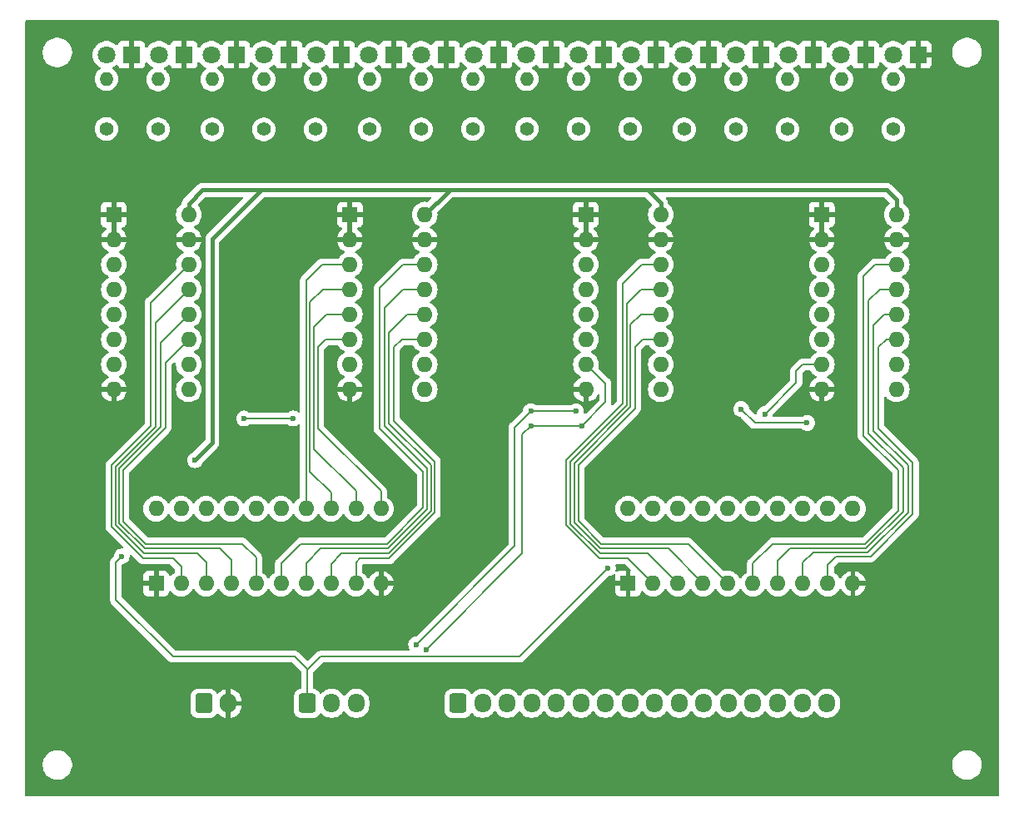
<source format=gbr>
%TF.GenerationSoftware,KiCad,Pcbnew,8.0.4*%
%TF.CreationDate,2024-08-27T00:00:19+03:00*%
%TF.ProjectId,SH8,5348382e-6b69-4636-9164-5f7063625858,rev?*%
%TF.SameCoordinates,Original*%
%TF.FileFunction,Copper,L2,Bot*%
%TF.FilePolarity,Positive*%
%FSLAX46Y46*%
G04 Gerber Fmt 4.6, Leading zero omitted, Abs format (unit mm)*
G04 Created by KiCad (PCBNEW 8.0.4) date 2024-08-27 00:00:19*
%MOMM*%
%LPD*%
G01*
G04 APERTURE LIST*
G04 Aperture macros list*
%AMRoundRect*
0 Rectangle with rounded corners*
0 $1 Rounding radius*
0 $2 $3 $4 $5 $6 $7 $8 $9 X,Y pos of 4 corners*
0 Add a 4 corners polygon primitive as box body*
4,1,4,$2,$3,$4,$5,$6,$7,$8,$9,$2,$3,0*
0 Add four circle primitives for the rounded corners*
1,1,$1+$1,$2,$3*
1,1,$1+$1,$4,$5*
1,1,$1+$1,$6,$7*
1,1,$1+$1,$8,$9*
0 Add four rect primitives between the rounded corners*
20,1,$1+$1,$2,$3,$4,$5,0*
20,1,$1+$1,$4,$5,$6,$7,0*
20,1,$1+$1,$6,$7,$8,$9,0*
20,1,$1+$1,$8,$9,$2,$3,0*%
G04 Aperture macros list end*
%TA.AperFunction,ComponentPad*%
%ADD10C,1.400000*%
%TD*%
%TA.AperFunction,ComponentPad*%
%ADD11O,1.400000X1.400000*%
%TD*%
%TA.AperFunction,ComponentPad*%
%ADD12RoundRect,0.250000X-0.600000X-0.725000X0.600000X-0.725000X0.600000X0.725000X-0.600000X0.725000X0*%
%TD*%
%TA.AperFunction,ComponentPad*%
%ADD13O,1.700000X1.950000*%
%TD*%
%TA.AperFunction,ComponentPad*%
%ADD14R,1.800000X1.800000*%
%TD*%
%TA.AperFunction,ComponentPad*%
%ADD15C,1.800000*%
%TD*%
%TA.AperFunction,ComponentPad*%
%ADD16R,1.600000X1.600000*%
%TD*%
%TA.AperFunction,ComponentPad*%
%ADD17O,1.600000X1.600000*%
%TD*%
%TA.AperFunction,ComponentPad*%
%ADD18RoundRect,0.250000X-0.600000X-0.750000X0.600000X-0.750000X0.600000X0.750000X-0.600000X0.750000X0*%
%TD*%
%TA.AperFunction,ComponentPad*%
%ADD19O,1.700000X2.000000*%
%TD*%
%TA.AperFunction,ViaPad*%
%ADD20C,0.600000*%
%TD*%
%TA.AperFunction,Conductor*%
%ADD21C,0.200000*%
%TD*%
%TA.AperFunction,Conductor*%
%ADD22C,0.400000*%
%TD*%
G04 APERTURE END LIST*
D10*
%TO.P,R15,1*%
%TO.N,/Y14*%
X101000000Y-31330000D03*
D11*
%TO.P,R15,2*%
%TO.N,Net-(D15-A)*%
X101000000Y-26250000D03*
%TD*%
D10*
%TO.P,R14,1*%
%TO.N,/Y13*%
X95500000Y-31330000D03*
D11*
%TO.P,R14,2*%
%TO.N,Net-(D14-A)*%
X95500000Y-26250000D03*
%TD*%
D10*
%TO.P,R5,1*%
%TO.N,/Y4*%
X47500000Y-31330000D03*
D11*
%TO.P,R5,2*%
%TO.N,Net-(D5-A)*%
X47500000Y-26250000D03*
%TD*%
D12*
%TO.P,J1,1,Pin_1*%
%TO.N,/B0*%
X62000000Y-89750000D03*
D13*
%TO.P,J1,2,Pin_2*%
%TO.N,/B1*%
X64500000Y-89750000D03*
%TO.P,J1,3,Pin_3*%
%TO.N,/B2*%
X67000000Y-89750000D03*
%TO.P,J1,4,Pin_4*%
%TO.N,/B3*%
X69500000Y-89750000D03*
%TO.P,J1,5,Pin_5*%
%TO.N,/B4*%
X72000000Y-89750000D03*
%TO.P,J1,6,Pin_6*%
%TO.N,/B5*%
X74500000Y-89750000D03*
%TO.P,J1,7,Pin_7*%
%TO.N,/B6*%
X77000000Y-89750000D03*
%TO.P,J1,8,Pin_8*%
%TO.N,/B7*%
X79500000Y-89750000D03*
%TO.P,J1,9,Pin_9*%
%TO.N,/B8*%
X82000000Y-89750000D03*
%TO.P,J1,10,Pin_10*%
%TO.N,/B9*%
X84500000Y-89750000D03*
%TO.P,J1,11,Pin_11*%
%TO.N,/B10*%
X87000000Y-89750000D03*
%TO.P,J1,12,Pin_12*%
%TO.N,/B11*%
X89500000Y-89750000D03*
%TO.P,J1,13,Pin_13*%
%TO.N,/B12*%
X92000000Y-89750000D03*
%TO.P,J1,14,Pin_14*%
%TO.N,/B13*%
X94500000Y-89750000D03*
%TO.P,J1,15,Pin_15*%
%TO.N,/B14*%
X97000000Y-89750000D03*
%TO.P,J1,16,Pin_16*%
%TO.N,/B15*%
X99500000Y-89750000D03*
%TD*%
D14*
%TO.P,D12,1,K*%
%TO.N,GND*%
X87441663Y-23750000D03*
D15*
%TO.P,D12,2,A*%
%TO.N,Net-(D12-A)*%
X84901663Y-23750000D03*
%TD*%
D12*
%TO.P,J2,1,Pin_1*%
%TO.N,/OE_B*%
X46650000Y-89750000D03*
D13*
%TO.P,J2,2,Pin_2*%
%TO.N,/DE_B*%
X49150000Y-89750000D03*
%TO.P,J2,3,Pin_3*%
%TO.N,/CLK*%
X51650000Y-89750000D03*
%TD*%
D14*
%TO.P,D11,1,K*%
%TO.N,GND*%
X82108330Y-23750000D03*
D15*
%TO.P,D11,2,A*%
%TO.N,Net-(D11-A)*%
X79568330Y-23750000D03*
%TD*%
D16*
%TO.P,U3,1,Oe1*%
%TO.N,GND*%
X27000000Y-40000000D03*
D17*
%TO.P,U3,2,Oe2*%
X27000000Y-42540000D03*
%TO.P,U3,3,Q0*%
%TO.N,/Y0*%
X27000000Y-45080000D03*
%TO.P,U3,4,Q1*%
%TO.N,/Y1*%
X27000000Y-47620000D03*
%TO.P,U3,5,Q2*%
%TO.N,/Y2*%
X27000000Y-50160000D03*
%TO.P,U3,6,Q3*%
%TO.N,/Y3*%
X27000000Y-52700000D03*
%TO.P,U3,7,Cp*%
%TO.N,/CLK*%
X27000000Y-55240000D03*
%TO.P,U3,8,GND*%
%TO.N,GND*%
X27000000Y-57780000D03*
%TO.P,U3,9,E1*%
%TO.N,/DE_B*%
X34620000Y-57780000D03*
%TO.P,U3,10,E2*%
X34620000Y-55240000D03*
%TO.P,U3,11,D3*%
%TO.N,/B3*%
X34620000Y-52700000D03*
%TO.P,U3,12,D2*%
%TO.N,/B2*%
X34620000Y-50160000D03*
%TO.P,U3,13,D1*%
%TO.N,/B1*%
X34620000Y-47620000D03*
%TO.P,U3,14,D0*%
%TO.N,/B0*%
X34620000Y-45080000D03*
%TO.P,U3,15,Mr*%
%TO.N,GND*%
X34620000Y-42540000D03*
%TO.P,U3,16,VCC*%
%TO.N,+5V*%
X34620000Y-40000000D03*
%TD*%
D14*
%TO.P,D16,1,K*%
%TO.N,GND*%
X108775000Y-23750000D03*
D15*
%TO.P,D16,2,A*%
%TO.N,Net-(D16-A)*%
X106235000Y-23750000D03*
%TD*%
D10*
%TO.P,R2,1*%
%TO.N,/Y1*%
X31500000Y-31330000D03*
D11*
%TO.P,R2,2*%
%TO.N,Net-(D2-A)*%
X31500000Y-26250000D03*
%TD*%
D10*
%TO.P,R4,1*%
%TO.N,/Y3*%
X42250000Y-31330000D03*
D11*
%TO.P,R4,2*%
%TO.N,Net-(D4-A)*%
X42250000Y-26250000D03*
%TD*%
D14*
%TO.P,D2,1,K*%
%TO.N,GND*%
X34108333Y-23750000D03*
D15*
%TO.P,D2,2,A*%
%TO.N,Net-(D2-A)*%
X31568333Y-23750000D03*
%TD*%
D16*
%TO.P,U4,1,Oe1*%
%TO.N,GND*%
X51000000Y-40000000D03*
D17*
%TO.P,U4,2,Oe2*%
X51000000Y-42540000D03*
%TO.P,U4,3,Q0*%
%TO.N,/Y4*%
X51000000Y-45080000D03*
%TO.P,U4,4,Q1*%
%TO.N,/Y5*%
X51000000Y-47620000D03*
%TO.P,U4,5,Q2*%
%TO.N,/Y6*%
X51000000Y-50160000D03*
%TO.P,U4,6,Q3*%
%TO.N,/Y7*%
X51000000Y-52700000D03*
%TO.P,U4,7,Cp*%
%TO.N,/CLK*%
X51000000Y-55240000D03*
%TO.P,U4,8,GND*%
%TO.N,GND*%
X51000000Y-57780000D03*
%TO.P,U4,9,E1*%
%TO.N,/DE_B*%
X58620000Y-57780000D03*
%TO.P,U4,10,E2*%
X58620000Y-55240000D03*
%TO.P,U4,11,D3*%
%TO.N,/B7*%
X58620000Y-52700000D03*
%TO.P,U4,12,D2*%
%TO.N,/B6*%
X58620000Y-50160000D03*
%TO.P,U4,13,D1*%
%TO.N,/B5*%
X58620000Y-47620000D03*
%TO.P,U4,14,D0*%
%TO.N,/B4*%
X58620000Y-45080000D03*
%TO.P,U4,15,Mr*%
%TO.N,GND*%
X58620000Y-42540000D03*
%TO.P,U4,16,VCC*%
%TO.N,+5V*%
X58620000Y-40000000D03*
%TD*%
D16*
%TO.P,U5,1,Oe1*%
%TO.N,GND*%
X75000000Y-40000000D03*
D17*
%TO.P,U5,2,Oe2*%
X75000000Y-42540000D03*
%TO.P,U5,3,Q0*%
%TO.N,/Y8*%
X75000000Y-45080000D03*
%TO.P,U5,4,Q1*%
%TO.N,/Y9*%
X75000000Y-47620000D03*
%TO.P,U5,5,Q2*%
%TO.N,/Y10*%
X75000000Y-50160000D03*
%TO.P,U5,6,Q3*%
%TO.N,/Y11*%
X75000000Y-52700000D03*
%TO.P,U5,7,Cp*%
%TO.N,/CLK*%
X75000000Y-55240000D03*
%TO.P,U5,8,GND*%
%TO.N,GND*%
X75000000Y-57780000D03*
%TO.P,U5,9,E1*%
%TO.N,/DE_B*%
X82620000Y-57780000D03*
%TO.P,U5,10,E2*%
X82620000Y-55240000D03*
%TO.P,U5,11,D3*%
%TO.N,/B11*%
X82620000Y-52700000D03*
%TO.P,U5,12,D2*%
%TO.N,/B10*%
X82620000Y-50160000D03*
%TO.P,U5,13,D1*%
%TO.N,/B9*%
X82620000Y-47620000D03*
%TO.P,U5,14,D0*%
%TO.N,/B8*%
X82620000Y-45080000D03*
%TO.P,U5,15,Mr*%
%TO.N,GND*%
X82620000Y-42540000D03*
%TO.P,U5,16,VCC*%
%TO.N,+5V*%
X82620000Y-40000000D03*
%TD*%
D16*
%TO.P,U2,1,A->B*%
%TO.N,GND*%
X31300000Y-77550000D03*
D17*
%TO.P,U2,2,A0*%
%TO.N,/B0*%
X33840000Y-77550000D03*
%TO.P,U2,3,A1*%
%TO.N,/B1*%
X36380000Y-77550000D03*
%TO.P,U2,4,A2*%
%TO.N,/B2*%
X38920000Y-77550000D03*
%TO.P,U2,5,A3*%
%TO.N,/B3*%
X41460000Y-77550000D03*
%TO.P,U2,6,A4*%
%TO.N,/B4*%
X44000000Y-77550000D03*
%TO.P,U2,7,A5*%
%TO.N,/B5*%
X46540000Y-77550000D03*
%TO.P,U2,8,A6*%
%TO.N,/B6*%
X49080000Y-77550000D03*
%TO.P,U2,9,A7*%
%TO.N,/B7*%
X51620000Y-77550000D03*
%TO.P,U2,10,GND*%
%TO.N,GND*%
X54160000Y-77550000D03*
%TO.P,U2,11,B7*%
%TO.N,/Y7*%
X54160000Y-69930000D03*
%TO.P,U2,12,B6*%
%TO.N,/Y6*%
X51620000Y-69930000D03*
%TO.P,U2,13,B5*%
%TO.N,/Y5*%
X49080000Y-69930000D03*
%TO.P,U2,14,B4*%
%TO.N,/Y4*%
X46540000Y-69930000D03*
%TO.P,U2,15,B3*%
%TO.N,/Y3*%
X44000000Y-69930000D03*
%TO.P,U2,16,B2*%
%TO.N,/Y2*%
X41460000Y-69930000D03*
%TO.P,U2,17,B1*%
%TO.N,/Y1*%
X38920000Y-69930000D03*
%TO.P,U2,18,B0*%
%TO.N,/Y0*%
X36380000Y-69930000D03*
%TO.P,U2,19,CE*%
%TO.N,/OE_B*%
X33840000Y-69930000D03*
%TO.P,U2,20,VCC*%
%TO.N,+5V*%
X31300000Y-69930000D03*
%TD*%
D10*
%TO.P,R11,1*%
%TO.N,/Y10*%
X79500000Y-31290000D03*
D11*
%TO.P,R11,2*%
%TO.N,Net-(D11-A)*%
X79500000Y-26210000D03*
%TD*%
D10*
%TO.P,R8,1*%
%TO.N,/Y7*%
X63500000Y-31290000D03*
D11*
%TO.P,R8,2*%
%TO.N,Net-(D8-A)*%
X63500000Y-26210000D03*
%TD*%
D14*
%TO.P,D14,1,K*%
%TO.N,GND*%
X98108329Y-23750000D03*
D15*
%TO.P,D14,2,A*%
%TO.N,Net-(D14-A)*%
X95568329Y-23750000D03*
%TD*%
D14*
%TO.P,D15,1,K*%
%TO.N,GND*%
X103441662Y-23750000D03*
D15*
%TO.P,D15,2,A*%
%TO.N,Net-(D15-A)*%
X100901662Y-23750000D03*
%TD*%
D10*
%TO.P,R16,1*%
%TO.N,/Y15*%
X106250000Y-31330000D03*
D11*
%TO.P,R16,2*%
%TO.N,Net-(D16-A)*%
X106250000Y-26250000D03*
%TD*%
D14*
%TO.P,D7,1,K*%
%TO.N,GND*%
X60774998Y-23750000D03*
D15*
%TO.P,D7,2,A*%
%TO.N,Net-(D7-A)*%
X58234998Y-23750000D03*
%TD*%
D10*
%TO.P,R13,1*%
%TO.N,/Y12*%
X90250000Y-31330000D03*
D11*
%TO.P,R13,2*%
%TO.N,Net-(D13-A)*%
X90250000Y-26250000D03*
%TD*%
D14*
%TO.P,D13,1,K*%
%TO.N,GND*%
X92774996Y-23750000D03*
D15*
%TO.P,D13,2,A*%
%TO.N,Net-(D13-A)*%
X90234996Y-23750000D03*
%TD*%
D10*
%TO.P,R12,1*%
%TO.N,/Y11*%
X85000000Y-31330000D03*
D11*
%TO.P,R12,2*%
%TO.N,Net-(D12-A)*%
X85000000Y-26250000D03*
%TD*%
D14*
%TO.P,D3,1,K*%
%TO.N,GND*%
X39441666Y-23750000D03*
D15*
%TO.P,D3,2,A*%
%TO.N,Net-(D3-A)*%
X36901666Y-23750000D03*
%TD*%
D16*
%TO.P,U6,1,Oe1*%
%TO.N,GND*%
X99000000Y-40000000D03*
D17*
%TO.P,U6,2,Oe2*%
X99000000Y-42540000D03*
%TO.P,U6,3,Q0*%
%TO.N,/Y12*%
X99000000Y-45080000D03*
%TO.P,U6,4,Q1*%
%TO.N,/Y13*%
X99000000Y-47620000D03*
%TO.P,U6,5,Q2*%
%TO.N,/Y14*%
X99000000Y-50160000D03*
%TO.P,U6,6,Q3*%
%TO.N,/Y15*%
X99000000Y-52700000D03*
%TO.P,U6,7,Cp*%
%TO.N,/CLK*%
X99000000Y-55240000D03*
%TO.P,U6,8,GND*%
%TO.N,GND*%
X99000000Y-57780000D03*
%TO.P,U6,9,E1*%
%TO.N,/DE_B*%
X106620000Y-57780000D03*
%TO.P,U6,10,E2*%
X106620000Y-55240000D03*
%TO.P,U6,11,D3*%
%TO.N,/B15*%
X106620000Y-52700000D03*
%TO.P,U6,12,D2*%
%TO.N,/B14*%
X106620000Y-50160000D03*
%TO.P,U6,13,D1*%
%TO.N,/B13*%
X106620000Y-47620000D03*
%TO.P,U6,14,D0*%
%TO.N,/B12*%
X106620000Y-45080000D03*
%TO.P,U6,15,Mr*%
%TO.N,GND*%
X106620000Y-42540000D03*
%TO.P,U6,16,VCC*%
%TO.N,+5V*%
X106620000Y-40000000D03*
%TD*%
D10*
%TO.P,R10,1*%
%TO.N,/Y9*%
X74250000Y-31290000D03*
D11*
%TO.P,R10,2*%
%TO.N,Net-(D10-A)*%
X74250000Y-26210000D03*
%TD*%
D14*
%TO.P,D5,1,K*%
%TO.N,GND*%
X50108332Y-23750000D03*
D15*
%TO.P,D5,2,A*%
%TO.N,Net-(D5-A)*%
X47568332Y-23750000D03*
%TD*%
D14*
%TO.P,D4,1,K*%
%TO.N,GND*%
X44774999Y-23750000D03*
D15*
%TO.P,D4,2,A*%
%TO.N,Net-(D4-A)*%
X42234999Y-23750000D03*
%TD*%
D18*
%TO.P,J3,1,Pin_1*%
%TO.N,+5V*%
X36150000Y-89750000D03*
D19*
%TO.P,J3,2,Pin_2*%
%TO.N,GND*%
X38650000Y-89750000D03*
%TD*%
D10*
%TO.P,R1,1*%
%TO.N,/Y0*%
X26250000Y-31290000D03*
D11*
%TO.P,R1,2*%
%TO.N,Net-(D1-A)*%
X26250000Y-26210000D03*
%TD*%
D10*
%TO.P,R6,1*%
%TO.N,/Y5*%
X53000000Y-31330000D03*
D11*
%TO.P,R6,2*%
%TO.N,Net-(D6-A)*%
X53000000Y-26250000D03*
%TD*%
D10*
%TO.P,R3,1*%
%TO.N,/Y2*%
X37000000Y-31330000D03*
D11*
%TO.P,R3,2*%
%TO.N,Net-(D3-A)*%
X37000000Y-26250000D03*
%TD*%
D14*
%TO.P,D10,1,K*%
%TO.N,GND*%
X76774997Y-23750000D03*
D15*
%TO.P,D10,2,A*%
%TO.N,Net-(D10-A)*%
X74234997Y-23750000D03*
%TD*%
D10*
%TO.P,R9,1*%
%TO.N,/Y8*%
X69000000Y-31290000D03*
D11*
%TO.P,R9,2*%
%TO.N,Net-(D9-A)*%
X69000000Y-26210000D03*
%TD*%
D14*
%TO.P,D6,1,K*%
%TO.N,GND*%
X55441665Y-23750000D03*
D15*
%TO.P,D6,2,A*%
%TO.N,Net-(D6-A)*%
X52901665Y-23750000D03*
%TD*%
D14*
%TO.P,D9,1,K*%
%TO.N,GND*%
X71441664Y-23750000D03*
D15*
%TO.P,D9,2,A*%
%TO.N,Net-(D9-A)*%
X68901664Y-23750000D03*
%TD*%
D14*
%TO.P,D8,1,K*%
%TO.N,GND*%
X66108331Y-23750000D03*
D15*
%TO.P,D8,2,A*%
%TO.N,Net-(D8-A)*%
X63568331Y-23750000D03*
%TD*%
D14*
%TO.P,D1,1,K*%
%TO.N,GND*%
X28775000Y-23750000D03*
D15*
%TO.P,D1,2,A*%
%TO.N,Net-(D1-A)*%
X26235000Y-23750000D03*
%TD*%
D16*
%TO.P,U1,1,A->B*%
%TO.N,GND*%
X79300000Y-77550000D03*
D17*
%TO.P,U1,2,A0*%
%TO.N,/B8*%
X81840000Y-77550000D03*
%TO.P,U1,3,A1*%
%TO.N,/B9*%
X84380000Y-77550000D03*
%TO.P,U1,4,A2*%
%TO.N,/B10*%
X86920000Y-77550000D03*
%TO.P,U1,5,A3*%
%TO.N,/B11*%
X89460000Y-77550000D03*
%TO.P,U1,6,A4*%
%TO.N,/B12*%
X92000000Y-77550000D03*
%TO.P,U1,7,A5*%
%TO.N,/B13*%
X94540000Y-77550000D03*
%TO.P,U1,8,A6*%
%TO.N,/B14*%
X97080000Y-77550000D03*
%TO.P,U1,9,A7*%
%TO.N,/B15*%
X99620000Y-77550000D03*
%TO.P,U1,10,GND*%
%TO.N,GND*%
X102160000Y-77550000D03*
%TO.P,U1,11,B7*%
%TO.N,/Y15*%
X102160000Y-69930000D03*
%TO.P,U1,12,B6*%
%TO.N,/Y14*%
X99620000Y-69930000D03*
%TO.P,U1,13,B5*%
%TO.N,/Y13*%
X97080000Y-69930000D03*
%TO.P,U1,14,B4*%
%TO.N,/Y12*%
X94540000Y-69930000D03*
%TO.P,U1,15,B3*%
%TO.N,/Y11*%
X92000000Y-69930000D03*
%TO.P,U1,16,B2*%
%TO.N,/Y10*%
X89460000Y-69930000D03*
%TO.P,U1,17,B1*%
%TO.N,/Y9*%
X86920000Y-69930000D03*
%TO.P,U1,18,B0*%
%TO.N,/Y8*%
X84380000Y-69930000D03*
%TO.P,U1,19,CE*%
%TO.N,/OE_B*%
X81840000Y-69930000D03*
%TO.P,U1,20,VCC*%
%TO.N,+5V*%
X79300000Y-69930000D03*
%TD*%
D10*
%TO.P,R7,1*%
%TO.N,/Y6*%
X58250000Y-31330000D03*
D11*
%TO.P,R7,2*%
%TO.N,Net-(D7-A)*%
X58250000Y-26250000D03*
%TD*%
D20*
%TO.N,GND*%
X29500000Y-41750000D03*
%TO.N,+5V*%
X35250000Y-65000000D03*
%TO.N,/DE_B*%
X40250000Y-60750000D03*
X45250000Y-60750000D03*
%TO.N,/CLK*%
X58750000Y-84250000D03*
%TO.N,/DE_B*%
X57750000Y-83750000D03*
%TO.N,/OE_B*%
X77250000Y-76000000D03*
X27800000Y-74800000D03*
%TO.N,/DE_B*%
X69400000Y-60000000D03*
X74000000Y-60000000D03*
X90800000Y-59800000D03*
X97500000Y-61200000D03*
%TO.N,/CLK*%
X93200000Y-60300000D03*
X74600000Y-61500000D03*
X69400000Y-61500000D03*
%TD*%
D21*
%TO.N,GND*%
X33290000Y-42540000D02*
X34620000Y-42540000D01*
X29500000Y-41750000D02*
X32500000Y-41750000D01*
X32500000Y-41750000D02*
X33290000Y-42540000D01*
%TO.N,/Y5*%
X49080000Y-69930000D02*
X49080000Y-68330000D01*
X49080000Y-68330000D02*
X46950000Y-66200000D01*
X46950000Y-66200000D02*
X46950000Y-48925000D01*
X46950000Y-48925000D02*
X48255000Y-47620000D01*
X48255000Y-47620000D02*
X51000000Y-47620000D01*
D22*
%TO.N,+5V*%
X60920000Y-37500000D02*
X42000000Y-37500000D01*
X37000000Y-63250000D02*
X37000000Y-42500000D01*
X37000000Y-42500000D02*
X42000000Y-37500000D01*
X42000000Y-37500000D02*
X36000000Y-37500000D01*
X35250000Y-65000000D02*
X37000000Y-63250000D01*
D21*
%TO.N,/DE_B*%
X40250000Y-60750000D02*
X45250000Y-60750000D01*
%TO.N,/CLK*%
X58750000Y-84250000D02*
X68500000Y-74500000D01*
X68500000Y-74500000D02*
X68500000Y-62400000D01*
X68500000Y-62400000D02*
X69400000Y-61500000D01*
%TO.N,/DE_B*%
X57750000Y-83750000D02*
X67750000Y-73750000D01*
X67750000Y-73750000D02*
X67750000Y-61650000D01*
X67750000Y-61650000D02*
X69400000Y-60000000D01*
%TO.N,/OE_B*%
X46650000Y-86250000D02*
X45400000Y-85000000D01*
X45400000Y-85000000D02*
X33000000Y-85000000D01*
X33000000Y-85000000D02*
X27200000Y-79200000D01*
X27200000Y-79200000D02*
X27200000Y-75400000D01*
X27200000Y-75400000D02*
X27800000Y-74800000D01*
X46650000Y-86250000D02*
X46750000Y-86250000D01*
X46750000Y-86250000D02*
X48000000Y-85000000D01*
X48000000Y-85000000D02*
X68250000Y-85000000D01*
X68250000Y-85000000D02*
X77250000Y-76000000D01*
D22*
%TO.N,+5V*%
X106620000Y-40000000D02*
X106620000Y-38520000D01*
X106620000Y-38520000D02*
X105600000Y-37500000D01*
X105600000Y-37500000D02*
X81520000Y-37500000D01*
X81520000Y-37500000D02*
X81420000Y-37600000D01*
X81420000Y-37600000D02*
X81320000Y-37500000D01*
X81320000Y-37500000D02*
X61120000Y-37500000D01*
X61120000Y-37500000D02*
X61020000Y-37600000D01*
X61020000Y-37600000D02*
X60920000Y-37500000D01*
X36000000Y-37500000D02*
X34620000Y-38880000D01*
X34620000Y-38880000D02*
X34620000Y-40000000D01*
X82620000Y-40000000D02*
X82620000Y-38800000D01*
X82620000Y-38800000D02*
X81420000Y-37600000D01*
X61020000Y-37600000D02*
X58620000Y-40000000D01*
D21*
%TO.N,/OE_B*%
X46650000Y-89750000D02*
X46650000Y-86250000D01*
%TO.N,/DE_B*%
X69400000Y-60000000D02*
X74000000Y-60000000D01*
%TO.N,/CLK*%
X74600000Y-61500000D02*
X77000000Y-59100000D01*
X77000000Y-59100000D02*
X77000000Y-57200000D01*
X77000000Y-57200000D02*
X76960000Y-57200000D01*
X76960000Y-57200000D02*
X75000000Y-55240000D01*
%TO.N,/DE_B*%
X90800000Y-59800000D02*
X92200000Y-61200000D01*
X92200000Y-61200000D02*
X97500000Y-61200000D01*
X97600000Y-61200000D02*
X97500000Y-61200000D01*
%TO.N,/CLK*%
X93200000Y-60300000D02*
X96400000Y-57100000D01*
X96400000Y-57100000D02*
X96400000Y-55900000D01*
X96400000Y-55900000D02*
X97060000Y-55240000D01*
X97060000Y-55240000D02*
X99000000Y-55240000D01*
X69400000Y-61500000D02*
X74000000Y-61500000D01*
X74000000Y-61500000D02*
X74600000Y-61500000D01*
%TO.N,/Y7*%
X54160000Y-69930000D02*
X54160000Y-68160000D01*
X47750000Y-53500000D02*
X48550000Y-52700000D01*
X54160000Y-68160000D02*
X47750000Y-61750000D01*
X48550000Y-52700000D02*
X51000000Y-52700000D01*
X47750000Y-61750000D02*
X47750000Y-53500000D01*
%TO.N,/Y6*%
X51000000Y-50160000D02*
X48590000Y-50160000D01*
X48590000Y-50160000D02*
X47350000Y-51400000D01*
X47350000Y-51400000D02*
X47350000Y-63850000D01*
X47350000Y-63850000D02*
X51620000Y-68120000D01*
X51620000Y-68120000D02*
X51620000Y-69930000D01*
%TO.N,/Y4*%
X46540000Y-69930000D02*
X46540000Y-46710000D01*
X46540000Y-46710000D02*
X48170000Y-45080000D01*
X48170000Y-45080000D02*
X51000000Y-45080000D01*
%TO.N,/B11*%
X89460000Y-77550000D02*
X85410000Y-73500000D01*
X85410000Y-73500000D02*
X76565686Y-73500000D01*
X76565686Y-73500000D02*
X74250000Y-71184314D01*
X74250000Y-71184314D02*
X74250000Y-65500000D01*
X74250000Y-65500000D02*
X80000000Y-59750000D01*
X80000000Y-59750000D02*
X80000000Y-53500000D01*
X80000000Y-53500000D02*
X80800000Y-52700000D01*
X80800000Y-52700000D02*
X82620000Y-52700000D01*
%TO.N,/B10*%
X86920000Y-77550000D02*
X83370000Y-74000000D01*
X83370000Y-74000000D02*
X76500000Y-74000000D01*
X73800000Y-71300000D02*
X73800000Y-65331372D01*
X76500000Y-74000000D02*
X73800000Y-71300000D01*
X73800000Y-65331372D02*
X79550000Y-59581372D01*
X79550000Y-59581372D02*
X79550000Y-51200000D01*
X79550000Y-51200000D02*
X80590000Y-50160000D01*
X80590000Y-50160000D02*
X82620000Y-50160000D01*
%TO.N,/B9*%
X84380000Y-77550000D02*
X81330000Y-74500000D01*
X81330000Y-74500000D02*
X76434315Y-74500000D01*
X76434315Y-74500000D02*
X73400000Y-71465685D01*
X73400000Y-71465685D02*
X73400000Y-65165686D01*
X73400000Y-65165686D02*
X79150000Y-59415686D01*
X79150000Y-59415686D02*
X79150000Y-49100000D01*
X79150000Y-49100000D02*
X80630000Y-47620000D01*
X80630000Y-47620000D02*
X82620000Y-47620000D01*
%TO.N,/B8*%
X81840000Y-77550000D02*
X79290000Y-75000000D01*
X79290000Y-75000000D02*
X76368629Y-75000000D01*
X78750000Y-47000000D02*
X80670000Y-45080000D01*
X76368629Y-75000000D02*
X73000000Y-71631371D01*
X73000000Y-71631371D02*
X73000000Y-65000000D01*
X73000000Y-65000000D02*
X78750000Y-59250000D01*
X78750000Y-59250000D02*
X78750000Y-47000000D01*
X80670000Y-45080000D02*
X82620000Y-45080000D01*
%TO.N,/B14*%
X97080000Y-77550000D02*
X97080000Y-75420000D01*
X104250000Y-62000000D02*
X104250000Y-51250000D01*
X97080000Y-75420000D02*
X98100000Y-74400000D01*
X98100000Y-74400000D02*
X103665686Y-74400000D01*
X103665686Y-74400000D02*
X107750000Y-70315686D01*
X104250000Y-51250000D02*
X105340000Y-50160000D01*
X107750000Y-70315686D02*
X107750000Y-65500000D01*
X107750000Y-65500000D02*
X104250000Y-62000000D01*
X105340000Y-50160000D02*
X106620000Y-50160000D01*
%TO.N,/B13*%
X94540000Y-77550000D02*
X94540000Y-75210000D01*
X94540000Y-75210000D02*
X95750000Y-74000000D01*
X95750000Y-74000000D02*
X103500000Y-74000000D01*
X103500000Y-74000000D02*
X107250000Y-70250000D01*
X107250000Y-70250000D02*
X107250000Y-65750000D01*
X107250000Y-65750000D02*
X103750000Y-62250000D01*
X103750000Y-62250000D02*
X103750000Y-48750000D01*
X103750000Y-48750000D02*
X104880000Y-47620000D01*
X104880000Y-47620000D02*
X106620000Y-47620000D01*
%TO.N,/B12*%
X92000000Y-77550000D02*
X92000000Y-75500000D01*
X104420000Y-45080000D02*
X106620000Y-45080000D01*
X92000000Y-75500000D02*
X94000000Y-73500000D01*
X94000000Y-73500000D02*
X103368628Y-73500000D01*
X103368628Y-73500000D02*
X106750000Y-70118628D01*
X106750000Y-70118628D02*
X106750000Y-66000000D01*
X106750000Y-66000000D02*
X103250000Y-62500000D01*
X103250000Y-62500000D02*
X103250000Y-46250000D01*
X103250000Y-46250000D02*
X104420000Y-45080000D01*
%TO.N,/B15*%
X99620000Y-77550000D02*
X99620000Y-75630000D01*
X99620000Y-75630000D02*
X100450000Y-74800000D01*
X100450000Y-74800000D02*
X103950000Y-74800000D01*
X104750000Y-53500000D02*
X105550000Y-52700000D01*
X103950000Y-74800000D02*
X108250000Y-70500000D01*
X105550000Y-52700000D02*
X106620000Y-52700000D01*
X108250000Y-70500000D02*
X108250000Y-65250000D01*
X108250000Y-65250000D02*
X104750000Y-61750000D01*
X104750000Y-61750000D02*
X104750000Y-53500000D01*
%TO.N,/B7*%
X51620000Y-77550000D02*
X51620000Y-75380000D01*
X51620000Y-75380000D02*
X52000000Y-75000000D01*
X52000000Y-75000000D02*
X55000000Y-75000000D01*
X55000000Y-75000000D02*
X59650000Y-70350000D01*
X59650000Y-70350000D02*
X59650000Y-65117157D01*
X59650000Y-65117157D02*
X55500000Y-60967157D01*
X56300000Y-52700000D02*
X58620000Y-52700000D01*
X55500000Y-60967157D02*
X55500000Y-53500000D01*
X55500000Y-53500000D02*
X56300000Y-52700000D01*
%TO.N,/B6*%
X49080000Y-77550000D02*
X49080000Y-75575686D01*
X49080000Y-75575686D02*
X50155686Y-74500000D01*
X50155686Y-74500000D02*
X54934314Y-74500000D01*
X56840000Y-50160000D02*
X58620000Y-50160000D01*
X54934314Y-74500000D02*
X59250000Y-70184314D01*
X59250000Y-70184314D02*
X59250000Y-65500000D01*
X59250000Y-65500000D02*
X55000000Y-61250000D01*
X55000000Y-61250000D02*
X55000000Y-52000000D01*
X55000000Y-52000000D02*
X56840000Y-50160000D01*
%TO.N,/B5*%
X46540000Y-77550000D02*
X46540000Y-75460000D01*
X58850000Y-65850000D02*
X54500000Y-61500000D01*
X46540000Y-75460000D02*
X48000000Y-74000000D01*
X48000000Y-74000000D02*
X54868629Y-74000000D01*
X54868629Y-74000000D02*
X58850000Y-70018629D01*
X58850000Y-70018629D02*
X58850000Y-65850000D01*
X54500000Y-61500000D02*
X54500000Y-49500000D01*
X54500000Y-49500000D02*
X56380000Y-47620000D01*
X56380000Y-47620000D02*
X58620000Y-47620000D01*
%TO.N,/B4*%
X44000000Y-77550000D02*
X44000000Y-75500000D01*
X44000000Y-75500000D02*
X46000000Y-73500000D01*
X46000000Y-73500000D02*
X54762500Y-73500000D01*
X54762500Y-73500000D02*
X58450000Y-69812500D01*
X58450000Y-69812500D02*
X58450000Y-66200000D01*
X58450000Y-66200000D02*
X54000000Y-61750000D01*
X54000000Y-61750000D02*
X54000000Y-47500000D01*
X54000000Y-47500000D02*
X56420000Y-45080000D01*
X56420000Y-45080000D02*
X58620000Y-45080000D01*
%TO.N,/B3*%
X41460000Y-77550000D02*
X41460000Y-74860000D01*
X41460000Y-74860000D02*
X40100000Y-73500000D01*
X40100000Y-73500000D02*
X30197058Y-73500000D01*
X30197058Y-73500000D02*
X27950000Y-71252942D01*
X27950000Y-71252942D02*
X27950000Y-65997058D01*
X27950000Y-65997058D02*
X32250000Y-61697058D01*
X32250000Y-61697058D02*
X32250000Y-55070000D01*
X32250000Y-55070000D02*
X34620000Y-52700000D01*
%TO.N,/B2*%
X38920000Y-77550000D02*
X38920000Y-75170000D01*
X31750000Y-53030000D02*
X34620000Y-50160000D01*
X38920000Y-75170000D02*
X37750000Y-74000000D01*
X37750000Y-74000000D02*
X30131372Y-74000000D01*
X30131372Y-74000000D02*
X27550000Y-71418628D01*
X27550000Y-71418628D02*
X27550000Y-65831372D01*
X27550000Y-65831372D02*
X31750000Y-61631372D01*
X31750000Y-61631372D02*
X31750000Y-53030000D01*
%TO.N,/B1*%
X36380000Y-77550000D02*
X36380000Y-75380000D01*
X31250000Y-50990000D02*
X34620000Y-47620000D01*
X36380000Y-75380000D02*
X35500000Y-74500000D01*
X35500000Y-74500000D02*
X30065686Y-74500000D01*
X30065686Y-74500000D02*
X27150000Y-71584314D01*
X27150000Y-71584314D02*
X27150000Y-65665686D01*
X27150000Y-65665686D02*
X31250000Y-61565686D01*
X31250000Y-61565686D02*
X31250000Y-50990000D01*
%TO.N,/B0*%
X33840000Y-77550000D02*
X33840000Y-75840000D01*
X33840000Y-75840000D02*
X33000000Y-75000000D01*
X30750000Y-48950000D02*
X34620000Y-45080000D01*
X33000000Y-75000000D02*
X30000000Y-75000000D01*
X30000000Y-75000000D02*
X26750000Y-71750000D01*
X26750000Y-71750000D02*
X26750000Y-65500000D01*
X30750000Y-61500000D02*
X30750000Y-48950000D01*
X26750000Y-65500000D02*
X30750000Y-61500000D01*
%TD*%
%TA.AperFunction,Conductor*%
%TO.N,GND*%
G36*
X81045520Y-38220185D02*
G01*
X81066162Y-38236819D01*
X81717397Y-38888054D01*
X81750882Y-38949377D01*
X81745898Y-39019069D01*
X81717397Y-39063416D01*
X81619954Y-39160858D01*
X81489432Y-39347265D01*
X81489431Y-39347267D01*
X81393261Y-39553502D01*
X81393258Y-39553511D01*
X81334366Y-39773302D01*
X81334364Y-39773313D01*
X81314532Y-39999998D01*
X81314532Y-40000001D01*
X81334364Y-40226686D01*
X81334366Y-40226697D01*
X81393258Y-40446488D01*
X81393261Y-40446497D01*
X81489431Y-40652732D01*
X81489432Y-40652734D01*
X81619954Y-40839141D01*
X81780858Y-41000045D01*
X81780861Y-41000047D01*
X81967266Y-41130568D01*
X82025865Y-41157893D01*
X82078305Y-41204065D01*
X82097457Y-41271258D01*
X82077242Y-41338139D01*
X82025867Y-41382657D01*
X81967515Y-41409867D01*
X81781179Y-41540342D01*
X81620342Y-41701179D01*
X81489865Y-41887517D01*
X81393734Y-42093673D01*
X81393730Y-42093682D01*
X81341127Y-42289999D01*
X81341128Y-42290000D01*
X82304314Y-42290000D01*
X82299920Y-42294394D01*
X82247259Y-42385606D01*
X82220000Y-42487339D01*
X82220000Y-42592661D01*
X82247259Y-42694394D01*
X82299920Y-42785606D01*
X82304314Y-42790000D01*
X81341128Y-42790000D01*
X81393730Y-42986317D01*
X81393734Y-42986326D01*
X81489865Y-43192482D01*
X81620342Y-43378820D01*
X81781179Y-43539657D01*
X81967518Y-43670134D01*
X81967520Y-43670135D01*
X82025865Y-43697342D01*
X82078305Y-43743514D01*
X82097457Y-43810707D01*
X82077242Y-43877589D01*
X82025867Y-43922105D01*
X81967268Y-43949431D01*
X81967264Y-43949433D01*
X81780858Y-44079954D01*
X81619954Y-44240858D01*
X81543450Y-44350118D01*
X81489881Y-44426624D01*
X81435307Y-44470248D01*
X81388308Y-44479500D01*
X80756669Y-44479500D01*
X80756653Y-44479499D01*
X80749057Y-44479499D01*
X80590943Y-44479499D01*
X80483587Y-44508265D01*
X80438210Y-44520424D01*
X80438209Y-44520425D01*
X80388096Y-44549359D01*
X80388095Y-44549360D01*
X80344689Y-44574420D01*
X80301285Y-44599479D01*
X80301282Y-44599481D01*
X78269481Y-46631282D01*
X78269479Y-46631285D01*
X78219361Y-46718094D01*
X78219359Y-46718096D01*
X78190425Y-46768209D01*
X78190424Y-46768210D01*
X78182162Y-46799046D01*
X78149499Y-46920943D01*
X78149499Y-46920945D01*
X78149499Y-47089046D01*
X78149500Y-47089059D01*
X78149500Y-58949902D01*
X78129815Y-59016941D01*
X78113181Y-59037583D01*
X77791859Y-59358905D01*
X77730536Y-59392390D01*
X77660844Y-59387406D01*
X77604911Y-59345534D01*
X77580494Y-59280070D01*
X77584404Y-59239129D01*
X77590968Y-59214632D01*
X77600501Y-59179057D01*
X77600501Y-59020942D01*
X77600501Y-59013347D01*
X77600500Y-59013329D01*
X77600500Y-57120945D01*
X77600500Y-57120943D01*
X77559577Y-56968216D01*
X77513024Y-56887583D01*
X77480524Y-56831290D01*
X77480518Y-56831282D01*
X77368717Y-56719481D01*
X77368709Y-56719475D01*
X77288211Y-56673000D01*
X77262529Y-56653294D01*
X76291941Y-55682706D01*
X76258456Y-55621383D01*
X76259847Y-55562931D01*
X76268327Y-55531284D01*
X76285635Y-55466692D01*
X76305468Y-55240000D01*
X76285635Y-55013308D01*
X76226739Y-54793504D01*
X76130568Y-54587266D01*
X76000047Y-54400861D01*
X76000045Y-54400858D01*
X75839141Y-54239954D01*
X75652734Y-54109432D01*
X75652728Y-54109429D01*
X75594725Y-54082382D01*
X75542285Y-54036210D01*
X75523133Y-53969017D01*
X75543348Y-53902135D01*
X75594725Y-53857618D01*
X75652734Y-53830568D01*
X75839139Y-53700047D01*
X76000047Y-53539139D01*
X76130568Y-53352734D01*
X76226739Y-53146496D01*
X76285635Y-52926692D01*
X76305468Y-52700000D01*
X76285635Y-52473308D01*
X76226739Y-52253504D01*
X76130568Y-52047266D01*
X76000047Y-51860861D01*
X76000045Y-51860858D01*
X75839141Y-51699954D01*
X75652734Y-51569432D01*
X75652728Y-51569429D01*
X75594725Y-51542382D01*
X75542285Y-51496210D01*
X75523133Y-51429017D01*
X75543348Y-51362135D01*
X75594725Y-51317618D01*
X75652734Y-51290568D01*
X75839139Y-51160047D01*
X76000047Y-50999139D01*
X76130568Y-50812734D01*
X76226739Y-50606496D01*
X76285635Y-50386692D01*
X76305468Y-50160000D01*
X76302424Y-50125212D01*
X76294992Y-50040264D01*
X76285635Y-49933308D01*
X76234080Y-49740902D01*
X76226741Y-49713511D01*
X76226738Y-49713502D01*
X76226232Y-49712416D01*
X76130568Y-49507266D01*
X76000047Y-49320861D01*
X76000045Y-49320858D01*
X75839141Y-49159954D01*
X75652734Y-49029432D01*
X75652728Y-49029429D01*
X75594725Y-49002382D01*
X75542285Y-48956210D01*
X75523133Y-48889017D01*
X75543348Y-48822135D01*
X75594725Y-48777618D01*
X75652734Y-48750568D01*
X75839139Y-48620047D01*
X76000047Y-48459139D01*
X76130568Y-48272734D01*
X76226739Y-48066496D01*
X76285635Y-47846692D01*
X76305468Y-47620000D01*
X76285635Y-47393308D01*
X76226739Y-47173504D01*
X76130568Y-46967266D01*
X76000047Y-46780861D01*
X76000045Y-46780858D01*
X75839141Y-46619954D01*
X75652734Y-46489432D01*
X75652728Y-46489429D01*
X75594725Y-46462382D01*
X75542285Y-46416210D01*
X75523133Y-46349017D01*
X75543348Y-46282135D01*
X75594725Y-46237618D01*
X75612177Y-46229480D01*
X75652734Y-46210568D01*
X75839139Y-46080047D01*
X75900973Y-46018213D01*
X76000047Y-45919140D01*
X76104838Y-45769480D01*
X76130568Y-45732734D01*
X76226739Y-45526496D01*
X76285635Y-45306692D01*
X76305468Y-45080000D01*
X76285635Y-44853308D01*
X76226739Y-44633504D01*
X76130568Y-44427266D01*
X76000047Y-44240861D01*
X76000045Y-44240858D01*
X75839141Y-44079954D01*
X75652734Y-43949432D01*
X75652732Y-43949431D01*
X75641275Y-43944088D01*
X75594132Y-43922105D01*
X75541694Y-43875934D01*
X75522542Y-43808740D01*
X75542758Y-43741859D01*
X75594134Y-43697341D01*
X75652484Y-43670132D01*
X75838820Y-43539657D01*
X75999657Y-43378820D01*
X76130134Y-43192482D01*
X76226265Y-42986326D01*
X76226269Y-42986317D01*
X76278872Y-42790000D01*
X75315686Y-42790000D01*
X75320080Y-42785606D01*
X75372741Y-42694394D01*
X75400000Y-42592661D01*
X75400000Y-42487339D01*
X75372741Y-42385606D01*
X75320080Y-42294394D01*
X75315686Y-42290000D01*
X76278872Y-42290000D01*
X76278872Y-42289999D01*
X76226269Y-42093682D01*
X76226265Y-42093673D01*
X76130134Y-41887517D01*
X75999657Y-41701179D01*
X75838818Y-41540340D01*
X75813153Y-41522369D01*
X75769529Y-41467792D01*
X75762337Y-41398293D01*
X75793860Y-41335939D01*
X75854090Y-41300526D01*
X75871024Y-41297505D01*
X75907379Y-41293596D01*
X76042086Y-41243354D01*
X76042093Y-41243350D01*
X76157187Y-41157190D01*
X76157190Y-41157187D01*
X76243350Y-41042093D01*
X76243354Y-41042086D01*
X76293596Y-40907379D01*
X76293598Y-40907372D01*
X76299999Y-40847844D01*
X76300000Y-40847827D01*
X76300000Y-40250000D01*
X75315686Y-40250000D01*
X75320080Y-40245606D01*
X75372741Y-40154394D01*
X75400000Y-40052661D01*
X75400000Y-39947339D01*
X75372741Y-39845606D01*
X75320080Y-39754394D01*
X75315686Y-39750000D01*
X76300000Y-39750000D01*
X76300000Y-39152172D01*
X76299999Y-39152155D01*
X76293598Y-39092627D01*
X76293596Y-39092620D01*
X76243354Y-38957913D01*
X76243350Y-38957906D01*
X76157190Y-38842812D01*
X76157187Y-38842809D01*
X76042093Y-38756649D01*
X76042086Y-38756645D01*
X75907379Y-38706403D01*
X75907372Y-38706401D01*
X75847844Y-38700000D01*
X75250000Y-38700000D01*
X75250000Y-39684314D01*
X75245606Y-39679920D01*
X75154394Y-39627259D01*
X75052661Y-39600000D01*
X74947339Y-39600000D01*
X74845606Y-39627259D01*
X74754394Y-39679920D01*
X74750000Y-39684314D01*
X74750000Y-38700000D01*
X74152155Y-38700000D01*
X74092627Y-38706401D01*
X74092620Y-38706403D01*
X73957913Y-38756645D01*
X73957906Y-38756649D01*
X73842812Y-38842809D01*
X73842809Y-38842812D01*
X73756649Y-38957906D01*
X73756645Y-38957913D01*
X73706403Y-39092620D01*
X73706401Y-39092627D01*
X73700000Y-39152155D01*
X73700000Y-39750000D01*
X74684314Y-39750000D01*
X74679920Y-39754394D01*
X74627259Y-39845606D01*
X74600000Y-39947339D01*
X74600000Y-40052661D01*
X74627259Y-40154394D01*
X74679920Y-40245606D01*
X74684314Y-40250000D01*
X73700000Y-40250000D01*
X73700000Y-40847844D01*
X73706401Y-40907372D01*
X73706403Y-40907379D01*
X73756645Y-41042086D01*
X73756649Y-41042093D01*
X73842809Y-41157187D01*
X73842812Y-41157190D01*
X73957906Y-41243350D01*
X73957913Y-41243354D01*
X74092620Y-41293596D01*
X74128975Y-41297505D01*
X74193526Y-41324243D01*
X74233375Y-41381635D01*
X74235869Y-41451460D01*
X74200218Y-41511549D01*
X74186847Y-41522368D01*
X74161182Y-41540339D01*
X74000342Y-41701179D01*
X73869865Y-41887517D01*
X73773734Y-42093673D01*
X73773730Y-42093682D01*
X73721127Y-42289999D01*
X73721128Y-42290000D01*
X74684314Y-42290000D01*
X74679920Y-42294394D01*
X74627259Y-42385606D01*
X74600000Y-42487339D01*
X74600000Y-42592661D01*
X74627259Y-42694394D01*
X74679920Y-42785606D01*
X74684314Y-42790000D01*
X73721128Y-42790000D01*
X73773730Y-42986317D01*
X73773734Y-42986326D01*
X73869865Y-43192482D01*
X74000342Y-43378820D01*
X74161179Y-43539657D01*
X74347518Y-43670134D01*
X74347520Y-43670135D01*
X74405865Y-43697342D01*
X74458305Y-43743514D01*
X74477457Y-43810707D01*
X74457242Y-43877589D01*
X74405867Y-43922105D01*
X74347268Y-43949431D01*
X74347264Y-43949433D01*
X74160858Y-44079954D01*
X73999954Y-44240858D01*
X73869432Y-44427265D01*
X73869431Y-44427267D01*
X73773261Y-44633502D01*
X73773258Y-44633511D01*
X73714366Y-44853302D01*
X73714364Y-44853313D01*
X73694532Y-45079998D01*
X73694532Y-45080001D01*
X73714364Y-45306686D01*
X73714366Y-45306697D01*
X73773258Y-45526488D01*
X73773261Y-45526497D01*
X73869431Y-45732732D01*
X73869432Y-45732734D01*
X73999953Y-45919140D01*
X74160858Y-46080045D01*
X74160861Y-46080047D01*
X74347266Y-46210568D01*
X74387823Y-46229480D01*
X74405275Y-46237618D01*
X74457714Y-46283791D01*
X74476866Y-46350984D01*
X74456650Y-46417865D01*
X74405275Y-46462382D01*
X74347267Y-46489431D01*
X74347265Y-46489432D01*
X74160858Y-46619954D01*
X73999954Y-46780858D01*
X73869432Y-46967265D01*
X73869431Y-46967267D01*
X73773261Y-47173502D01*
X73773258Y-47173511D01*
X73714366Y-47393302D01*
X73714364Y-47393313D01*
X73694532Y-47619998D01*
X73694532Y-47620001D01*
X73714364Y-47846686D01*
X73714366Y-47846697D01*
X73773258Y-48066488D01*
X73773261Y-48066497D01*
X73869431Y-48272732D01*
X73869432Y-48272734D01*
X73999954Y-48459141D01*
X74160858Y-48620045D01*
X74160861Y-48620047D01*
X74347266Y-48750568D01*
X74405275Y-48777618D01*
X74457714Y-48823791D01*
X74476866Y-48890984D01*
X74456650Y-48957865D01*
X74405275Y-49002382D01*
X74347267Y-49029431D01*
X74347265Y-49029432D01*
X74160858Y-49159954D01*
X73999954Y-49320858D01*
X73869432Y-49507265D01*
X73869431Y-49507267D01*
X73773261Y-49713502D01*
X73773258Y-49713511D01*
X73714366Y-49933302D01*
X73714364Y-49933313D01*
X73694532Y-50159998D01*
X73694532Y-50160001D01*
X73714364Y-50386686D01*
X73714366Y-50386697D01*
X73773258Y-50606488D01*
X73773261Y-50606497D01*
X73869431Y-50812732D01*
X73869432Y-50812734D01*
X73999954Y-50999141D01*
X74160858Y-51160045D01*
X74160861Y-51160047D01*
X74347266Y-51290568D01*
X74405275Y-51317618D01*
X74457714Y-51363791D01*
X74476866Y-51430984D01*
X74456650Y-51497865D01*
X74405275Y-51542382D01*
X74347267Y-51569431D01*
X74347265Y-51569432D01*
X74160858Y-51699954D01*
X73999954Y-51860858D01*
X73869432Y-52047265D01*
X73869431Y-52047267D01*
X73773261Y-52253502D01*
X73773258Y-52253511D01*
X73714366Y-52473302D01*
X73714364Y-52473313D01*
X73694532Y-52699998D01*
X73694532Y-52700001D01*
X73714364Y-52926686D01*
X73714366Y-52926697D01*
X73773258Y-53146488D01*
X73773261Y-53146497D01*
X73869431Y-53352732D01*
X73869432Y-53352734D01*
X73999954Y-53539141D01*
X74160858Y-53700045D01*
X74160861Y-53700047D01*
X74347266Y-53830568D01*
X74405275Y-53857618D01*
X74457714Y-53903791D01*
X74476866Y-53970984D01*
X74456650Y-54037865D01*
X74405275Y-54082382D01*
X74347267Y-54109431D01*
X74347265Y-54109432D01*
X74160858Y-54239954D01*
X73999954Y-54400858D01*
X73869432Y-54587265D01*
X73869431Y-54587267D01*
X73773261Y-54793502D01*
X73773258Y-54793511D01*
X73714366Y-55013302D01*
X73714364Y-55013313D01*
X73694532Y-55239998D01*
X73694532Y-55240001D01*
X73714364Y-55466686D01*
X73714366Y-55466697D01*
X73773258Y-55686488D01*
X73773261Y-55686497D01*
X73869431Y-55892732D01*
X73869432Y-55892734D01*
X73999954Y-56079141D01*
X74160858Y-56240045D01*
X74160861Y-56240047D01*
X74347266Y-56370568D01*
X74405865Y-56397893D01*
X74458305Y-56444065D01*
X74477457Y-56511258D01*
X74457242Y-56578139D01*
X74405867Y-56622657D01*
X74347515Y-56649867D01*
X74161179Y-56780342D01*
X74000342Y-56941179D01*
X73869865Y-57127517D01*
X73773734Y-57333673D01*
X73773730Y-57333682D01*
X73721127Y-57529999D01*
X73721128Y-57530000D01*
X74684314Y-57530000D01*
X74679920Y-57534394D01*
X74627259Y-57625606D01*
X74600000Y-57727339D01*
X74600000Y-57832661D01*
X74627259Y-57934394D01*
X74679920Y-58025606D01*
X74684314Y-58030000D01*
X73721128Y-58030000D01*
X73773730Y-58226317D01*
X73773734Y-58226326D01*
X73869865Y-58432482D01*
X74000342Y-58618820D01*
X74161179Y-58779657D01*
X74347517Y-58910134D01*
X74553673Y-59006265D01*
X74553682Y-59006269D01*
X74749999Y-59058872D01*
X74750000Y-59058871D01*
X74750000Y-58095686D01*
X74754394Y-58100080D01*
X74845606Y-58152741D01*
X74947339Y-58180000D01*
X75052661Y-58180000D01*
X75154394Y-58152741D01*
X75245606Y-58100080D01*
X75250000Y-58095686D01*
X75250000Y-59058872D01*
X75446317Y-59006269D01*
X75446326Y-59006265D01*
X75652482Y-58910134D01*
X75838820Y-58779657D01*
X75999657Y-58618820D01*
X76130134Y-58432482D01*
X76163118Y-58361748D01*
X76209290Y-58309309D01*
X76276484Y-58290157D01*
X76343365Y-58310373D01*
X76388699Y-58363538D01*
X76399500Y-58414153D01*
X76399500Y-58799902D01*
X76379815Y-58866941D01*
X76363181Y-58887583D01*
X74999612Y-60251151D01*
X74938289Y-60284636D01*
X74868597Y-60279652D01*
X74812664Y-60237780D01*
X74788247Y-60172316D01*
X74788711Y-60149586D01*
X74805565Y-60000002D01*
X74805565Y-59999996D01*
X74785369Y-59820750D01*
X74785368Y-59820745D01*
X74778108Y-59799996D01*
X74725789Y-59650478D01*
X74707106Y-59620745D01*
X74640430Y-59514630D01*
X74629816Y-59497738D01*
X74502262Y-59370184D01*
X74441149Y-59331784D01*
X74349523Y-59274211D01*
X74179254Y-59214631D01*
X74179249Y-59214630D01*
X74000004Y-59194435D01*
X73999996Y-59194435D01*
X73820750Y-59214630D01*
X73820745Y-59214631D01*
X73650476Y-59274211D01*
X73497736Y-59370185D01*
X73494903Y-59372445D01*
X73492724Y-59373334D01*
X73491842Y-59373889D01*
X73491744Y-59373734D01*
X73430217Y-59398855D01*
X73417588Y-59399500D01*
X69982412Y-59399500D01*
X69915373Y-59379815D01*
X69905097Y-59372445D01*
X69902263Y-59370185D01*
X69902262Y-59370184D01*
X69841149Y-59331784D01*
X69749523Y-59274211D01*
X69579254Y-59214631D01*
X69579249Y-59214630D01*
X69400004Y-59194435D01*
X69399996Y-59194435D01*
X69220750Y-59214630D01*
X69220745Y-59214631D01*
X69050476Y-59274211D01*
X68897737Y-59370184D01*
X68770184Y-59497737D01*
X68674210Y-59650478D01*
X68614630Y-59820750D01*
X68604837Y-59907668D01*
X68577770Y-59972082D01*
X68569298Y-59981465D01*
X67381286Y-61169478D01*
X67269481Y-61281282D01*
X67269477Y-61281287D01*
X67225871Y-61356817D01*
X67225871Y-61356818D01*
X67190423Y-61418214D01*
X67190423Y-61418215D01*
X67149499Y-61570943D01*
X67149499Y-61570945D01*
X67149499Y-61739046D01*
X67149500Y-61739059D01*
X67149500Y-73449902D01*
X67129815Y-73516941D01*
X67113181Y-73537583D01*
X57731465Y-82919298D01*
X57670142Y-82952783D01*
X57657668Y-82954837D01*
X57570750Y-82964630D01*
X57400478Y-83024210D01*
X57247737Y-83120184D01*
X57120184Y-83247737D01*
X57024211Y-83400476D01*
X56964631Y-83570745D01*
X56964630Y-83570750D01*
X56944435Y-83749996D01*
X56944435Y-83750003D01*
X56964630Y-83929249D01*
X56964631Y-83929254D01*
X57024211Y-84099524D01*
X57093332Y-84209527D01*
X57112333Y-84276764D01*
X57091966Y-84343599D01*
X57038698Y-84388814D01*
X56988339Y-84399500D01*
X48086669Y-84399500D01*
X48086653Y-84399499D01*
X48079057Y-84399499D01*
X47920943Y-84399499D01*
X47813587Y-84428265D01*
X47768210Y-84440424D01*
X47768209Y-84440425D01*
X47718096Y-84469359D01*
X47718095Y-84469360D01*
X47674689Y-84494420D01*
X47631285Y-84519479D01*
X47631282Y-84519481D01*
X47519478Y-84631286D01*
X46787680Y-85363083D01*
X46726357Y-85396568D01*
X46656665Y-85391584D01*
X46612318Y-85363083D01*
X45887590Y-84638355D01*
X45887588Y-84638352D01*
X45768717Y-84519481D01*
X45768716Y-84519480D01*
X45681904Y-84469360D01*
X45681904Y-84469359D01*
X45681900Y-84469358D01*
X45631785Y-84440423D01*
X45479057Y-84399499D01*
X45320943Y-84399499D01*
X45313347Y-84399499D01*
X45313331Y-84399500D01*
X33300098Y-84399500D01*
X33233059Y-84379815D01*
X33212417Y-84363181D01*
X27836819Y-78987583D01*
X27803334Y-78926260D01*
X27800500Y-78899902D01*
X27800500Y-75716321D01*
X27820185Y-75649282D01*
X27872989Y-75603527D01*
X27910613Y-75593101D01*
X27979255Y-75585368D01*
X28149522Y-75525789D01*
X28302262Y-75429816D01*
X28429816Y-75302262D01*
X28525789Y-75149522D01*
X28585368Y-74979255D01*
X28585369Y-74979249D01*
X28605565Y-74800003D01*
X28605565Y-74799999D01*
X28604840Y-74793570D01*
X28601408Y-74763108D01*
X28613462Y-74694288D01*
X28660810Y-74642908D01*
X28728420Y-74625283D01*
X28794826Y-74647008D01*
X28812309Y-74661544D01*
X29515139Y-75364374D01*
X29515149Y-75364385D01*
X29519479Y-75368715D01*
X29519480Y-75368716D01*
X29631284Y-75480520D01*
X29698767Y-75519481D01*
X29768215Y-75559577D01*
X29920943Y-75600500D01*
X30079057Y-75600500D01*
X32699903Y-75600500D01*
X32766942Y-75620185D01*
X32787584Y-75636819D01*
X33203181Y-76052416D01*
X33236666Y-76113739D01*
X33239500Y-76140097D01*
X33239500Y-76318306D01*
X33219815Y-76385345D01*
X33186623Y-76419881D01*
X33000859Y-76549953D01*
X32839951Y-76710861D01*
X32822287Y-76736088D01*
X32767710Y-76779712D01*
X32698211Y-76786904D01*
X32635857Y-76755380D01*
X32600445Y-76695150D01*
X32597425Y-76678218D01*
X32593598Y-76642627D01*
X32593596Y-76642620D01*
X32543354Y-76507913D01*
X32543350Y-76507906D01*
X32457190Y-76392812D01*
X32457187Y-76392809D01*
X32342093Y-76306649D01*
X32342086Y-76306645D01*
X32207379Y-76256403D01*
X32207372Y-76256401D01*
X32147844Y-76250000D01*
X31550000Y-76250000D01*
X31550000Y-77234314D01*
X31545606Y-77229920D01*
X31454394Y-77177259D01*
X31352661Y-77150000D01*
X31247339Y-77150000D01*
X31145606Y-77177259D01*
X31054394Y-77229920D01*
X31050000Y-77234314D01*
X31050000Y-76250000D01*
X30452155Y-76250000D01*
X30392627Y-76256401D01*
X30392620Y-76256403D01*
X30257913Y-76306645D01*
X30257906Y-76306649D01*
X30142812Y-76392809D01*
X30142809Y-76392812D01*
X30056649Y-76507906D01*
X30056645Y-76507913D01*
X30006403Y-76642620D01*
X30006401Y-76642627D01*
X30000000Y-76702155D01*
X30000000Y-77300000D01*
X30984314Y-77300000D01*
X30979920Y-77304394D01*
X30927259Y-77395606D01*
X30900000Y-77497339D01*
X30900000Y-77602661D01*
X30927259Y-77704394D01*
X30979920Y-77795606D01*
X30984314Y-77800000D01*
X30000000Y-77800000D01*
X30000000Y-78397844D01*
X30006401Y-78457372D01*
X30006403Y-78457379D01*
X30056645Y-78592086D01*
X30056649Y-78592093D01*
X30142809Y-78707187D01*
X30142812Y-78707190D01*
X30257906Y-78793350D01*
X30257913Y-78793354D01*
X30392620Y-78843596D01*
X30392627Y-78843598D01*
X30452155Y-78849999D01*
X30452172Y-78850000D01*
X31050000Y-78850000D01*
X31050000Y-77865686D01*
X31054394Y-77870080D01*
X31145606Y-77922741D01*
X31247339Y-77950000D01*
X31352661Y-77950000D01*
X31454394Y-77922741D01*
X31545606Y-77870080D01*
X31550000Y-77865686D01*
X31550000Y-78850000D01*
X32147828Y-78850000D01*
X32147844Y-78849999D01*
X32207372Y-78843598D01*
X32207379Y-78843596D01*
X32342086Y-78793354D01*
X32342093Y-78793350D01*
X32457187Y-78707190D01*
X32457190Y-78707187D01*
X32543350Y-78592093D01*
X32543354Y-78592086D01*
X32593596Y-78457380D01*
X32597424Y-78421781D01*
X32624162Y-78357230D01*
X32681555Y-78317382D01*
X32751380Y-78314888D01*
X32811469Y-78350540D01*
X32822289Y-78363912D01*
X32839956Y-78389143D01*
X33000858Y-78550045D01*
X33000861Y-78550047D01*
X33187266Y-78680568D01*
X33393504Y-78776739D01*
X33613308Y-78835635D01*
X33775230Y-78849801D01*
X33839998Y-78855468D01*
X33840000Y-78855468D01*
X33840002Y-78855468D01*
X33902511Y-78849999D01*
X34066692Y-78835635D01*
X34286496Y-78776739D01*
X34492734Y-78680568D01*
X34679139Y-78550047D01*
X34840047Y-78389139D01*
X34970568Y-78202734D01*
X34997618Y-78144724D01*
X35043790Y-78092285D01*
X35110983Y-78073133D01*
X35177865Y-78093348D01*
X35222382Y-78144725D01*
X35249429Y-78202728D01*
X35249432Y-78202734D01*
X35379954Y-78389141D01*
X35540858Y-78550045D01*
X35540861Y-78550047D01*
X35727266Y-78680568D01*
X35933504Y-78776739D01*
X36153308Y-78835635D01*
X36315230Y-78849801D01*
X36379998Y-78855468D01*
X36380000Y-78855468D01*
X36380002Y-78855468D01*
X36442511Y-78849999D01*
X36606692Y-78835635D01*
X36826496Y-78776739D01*
X37032734Y-78680568D01*
X37219139Y-78550047D01*
X37380047Y-78389139D01*
X37510568Y-78202734D01*
X37537618Y-78144724D01*
X37583790Y-78092285D01*
X37650983Y-78073133D01*
X37717865Y-78093348D01*
X37762382Y-78144725D01*
X37789429Y-78202728D01*
X37789432Y-78202734D01*
X37919954Y-78389141D01*
X38080858Y-78550045D01*
X38080861Y-78550047D01*
X38267266Y-78680568D01*
X38473504Y-78776739D01*
X38693308Y-78835635D01*
X38855230Y-78849801D01*
X38919998Y-78855468D01*
X38920000Y-78855468D01*
X38920002Y-78855468D01*
X38982511Y-78849999D01*
X39146692Y-78835635D01*
X39366496Y-78776739D01*
X39572734Y-78680568D01*
X39759139Y-78550047D01*
X39920047Y-78389139D01*
X40050568Y-78202734D01*
X40077618Y-78144724D01*
X40123790Y-78092285D01*
X40190983Y-78073133D01*
X40257865Y-78093348D01*
X40302382Y-78144725D01*
X40329429Y-78202728D01*
X40329432Y-78202734D01*
X40459954Y-78389141D01*
X40620858Y-78550045D01*
X40620861Y-78550047D01*
X40807266Y-78680568D01*
X41013504Y-78776739D01*
X41233308Y-78835635D01*
X41395230Y-78849801D01*
X41459998Y-78855468D01*
X41460000Y-78855468D01*
X41460002Y-78855468D01*
X41522511Y-78849999D01*
X41686692Y-78835635D01*
X41906496Y-78776739D01*
X42112734Y-78680568D01*
X42299139Y-78550047D01*
X42460047Y-78389139D01*
X42590568Y-78202734D01*
X42617618Y-78144724D01*
X42663790Y-78092285D01*
X42730983Y-78073133D01*
X42797865Y-78093348D01*
X42842382Y-78144725D01*
X42869429Y-78202728D01*
X42869432Y-78202734D01*
X42999954Y-78389141D01*
X43160858Y-78550045D01*
X43160861Y-78550047D01*
X43347266Y-78680568D01*
X43553504Y-78776739D01*
X43773308Y-78835635D01*
X43935230Y-78849801D01*
X43999998Y-78855468D01*
X44000000Y-78855468D01*
X44000002Y-78855468D01*
X44062511Y-78849999D01*
X44226692Y-78835635D01*
X44446496Y-78776739D01*
X44652734Y-78680568D01*
X44839139Y-78550047D01*
X45000047Y-78389139D01*
X45130568Y-78202734D01*
X45157618Y-78144724D01*
X45203790Y-78092285D01*
X45270983Y-78073133D01*
X45337865Y-78093348D01*
X45382382Y-78144725D01*
X45409429Y-78202728D01*
X45409432Y-78202734D01*
X45539954Y-78389141D01*
X45700858Y-78550045D01*
X45700861Y-78550047D01*
X45887266Y-78680568D01*
X46093504Y-78776739D01*
X46313308Y-78835635D01*
X46475230Y-78849801D01*
X46539998Y-78855468D01*
X46540000Y-78855468D01*
X46540002Y-78855468D01*
X46602511Y-78849999D01*
X46766692Y-78835635D01*
X46986496Y-78776739D01*
X47192734Y-78680568D01*
X47379139Y-78550047D01*
X47540047Y-78389139D01*
X47670568Y-78202734D01*
X47697618Y-78144724D01*
X47743790Y-78092285D01*
X47810983Y-78073133D01*
X47877865Y-78093348D01*
X47922382Y-78144725D01*
X47949429Y-78202728D01*
X47949432Y-78202734D01*
X48079954Y-78389141D01*
X48240858Y-78550045D01*
X48240861Y-78550047D01*
X48427266Y-78680568D01*
X48633504Y-78776739D01*
X48853308Y-78835635D01*
X49015230Y-78849801D01*
X49079998Y-78855468D01*
X49080000Y-78855468D01*
X49080002Y-78855468D01*
X49142511Y-78849999D01*
X49306692Y-78835635D01*
X49526496Y-78776739D01*
X49732734Y-78680568D01*
X49919139Y-78550047D01*
X50080047Y-78389139D01*
X50210568Y-78202734D01*
X50237618Y-78144724D01*
X50283790Y-78092285D01*
X50350983Y-78073133D01*
X50417865Y-78093348D01*
X50462382Y-78144725D01*
X50489429Y-78202728D01*
X50489432Y-78202734D01*
X50619954Y-78389141D01*
X50780858Y-78550045D01*
X50780861Y-78550047D01*
X50967266Y-78680568D01*
X51173504Y-78776739D01*
X51393308Y-78835635D01*
X51555230Y-78849801D01*
X51619998Y-78855468D01*
X51620000Y-78855468D01*
X51620002Y-78855468D01*
X51682511Y-78849999D01*
X51846692Y-78835635D01*
X52066496Y-78776739D01*
X52272734Y-78680568D01*
X52459139Y-78550047D01*
X52620047Y-78389139D01*
X52750568Y-78202734D01*
X52777895Y-78144129D01*
X52824064Y-78091695D01*
X52891257Y-78072542D01*
X52958139Y-78092757D01*
X53002657Y-78144133D01*
X53029865Y-78202482D01*
X53160342Y-78388820D01*
X53321179Y-78549657D01*
X53507517Y-78680134D01*
X53713673Y-78776265D01*
X53713682Y-78776269D01*
X53909999Y-78828872D01*
X53910000Y-78828871D01*
X53910000Y-77865686D01*
X53914394Y-77870080D01*
X54005606Y-77922741D01*
X54107339Y-77950000D01*
X54212661Y-77950000D01*
X54314394Y-77922741D01*
X54405606Y-77870080D01*
X54410000Y-77865686D01*
X54410000Y-78828872D01*
X54606317Y-78776269D01*
X54606326Y-78776265D01*
X54812482Y-78680134D01*
X54998820Y-78549657D01*
X55159657Y-78388820D01*
X55290134Y-78202482D01*
X55386265Y-77996326D01*
X55386269Y-77996317D01*
X55438872Y-77800000D01*
X54475686Y-77800000D01*
X54480080Y-77795606D01*
X54532741Y-77704394D01*
X54560000Y-77602661D01*
X54560000Y-77497339D01*
X54532741Y-77395606D01*
X54480080Y-77304394D01*
X54475686Y-77300000D01*
X55438872Y-77300000D01*
X55438872Y-77299999D01*
X55386269Y-77103682D01*
X55386265Y-77103673D01*
X55290134Y-76897517D01*
X55159657Y-76711179D01*
X54998820Y-76550342D01*
X54812482Y-76419865D01*
X54606328Y-76323734D01*
X54410000Y-76271127D01*
X54410000Y-77234314D01*
X54405606Y-77229920D01*
X54314394Y-77177259D01*
X54212661Y-77150000D01*
X54107339Y-77150000D01*
X54005606Y-77177259D01*
X53914394Y-77229920D01*
X53910000Y-77234314D01*
X53910000Y-76271127D01*
X53713671Y-76323734D01*
X53507517Y-76419865D01*
X53321179Y-76550342D01*
X53160342Y-76711179D01*
X53029867Y-76897515D01*
X53002657Y-76955867D01*
X52956484Y-77008306D01*
X52889290Y-77027457D01*
X52822409Y-77007241D01*
X52777893Y-76955865D01*
X52750570Y-76897271D01*
X52750567Y-76897265D01*
X52682475Y-76800019D01*
X52620047Y-76710861D01*
X52620045Y-76710858D01*
X52459140Y-76549953D01*
X52273377Y-76419881D01*
X52229752Y-76365304D01*
X52220500Y-76318306D01*
X52220500Y-75724500D01*
X52240185Y-75657461D01*
X52292989Y-75611706D01*
X52344500Y-75600500D01*
X54913331Y-75600500D01*
X54913347Y-75600501D01*
X54920943Y-75600501D01*
X55079054Y-75600501D01*
X55079057Y-75600501D01*
X55231785Y-75559577D01*
X55301233Y-75519481D01*
X55368716Y-75480520D01*
X55480520Y-75368716D01*
X55480520Y-75368714D01*
X55490724Y-75358511D01*
X55490728Y-75358506D01*
X60008506Y-70840728D01*
X60008511Y-70840724D01*
X60018714Y-70830520D01*
X60018716Y-70830520D01*
X60130520Y-70718716D01*
X60188016Y-70619129D01*
X60209577Y-70581785D01*
X60250500Y-70429057D01*
X60250500Y-70270943D01*
X60250500Y-65038100D01*
X60237541Y-64989738D01*
X60222581Y-64933900D01*
X60222581Y-64933899D01*
X60209578Y-64885375D01*
X60209577Y-64885372D01*
X60172267Y-64820750D01*
X60158538Y-64796970D01*
X60142666Y-64769478D01*
X60130521Y-64748442D01*
X60014385Y-64632306D01*
X60014374Y-64632296D01*
X56136819Y-60754741D01*
X56103334Y-60693418D01*
X56100500Y-60667060D01*
X56100500Y-53800097D01*
X56120185Y-53733058D01*
X56136819Y-53712416D01*
X56512416Y-53336819D01*
X56573739Y-53303334D01*
X56600097Y-53300500D01*
X57388308Y-53300500D01*
X57455347Y-53320185D01*
X57489880Y-53353374D01*
X57575480Y-53475624D01*
X57619954Y-53539141D01*
X57780858Y-53700045D01*
X57780861Y-53700047D01*
X57967266Y-53830568D01*
X58025275Y-53857618D01*
X58077714Y-53903791D01*
X58096866Y-53970984D01*
X58076650Y-54037865D01*
X58025275Y-54082382D01*
X57967267Y-54109431D01*
X57967265Y-54109432D01*
X57780858Y-54239954D01*
X57619954Y-54400858D01*
X57489432Y-54587265D01*
X57489431Y-54587267D01*
X57393261Y-54793502D01*
X57393258Y-54793511D01*
X57334366Y-55013302D01*
X57334364Y-55013313D01*
X57314532Y-55239998D01*
X57314532Y-55240001D01*
X57334364Y-55466686D01*
X57334366Y-55466697D01*
X57393258Y-55686488D01*
X57393261Y-55686497D01*
X57489431Y-55892732D01*
X57489432Y-55892734D01*
X57619954Y-56079141D01*
X57780858Y-56240045D01*
X57780861Y-56240047D01*
X57967266Y-56370568D01*
X58025275Y-56397618D01*
X58077714Y-56443791D01*
X58096866Y-56510984D01*
X58076650Y-56577865D01*
X58025275Y-56622382D01*
X57967267Y-56649431D01*
X57967265Y-56649432D01*
X57780858Y-56779954D01*
X57619954Y-56940858D01*
X57489432Y-57127265D01*
X57489431Y-57127267D01*
X57393261Y-57333502D01*
X57393258Y-57333511D01*
X57334366Y-57553302D01*
X57334364Y-57553313D01*
X57314532Y-57779998D01*
X57314532Y-57780001D01*
X57334364Y-58006686D01*
X57334366Y-58006697D01*
X57393258Y-58226488D01*
X57393261Y-58226497D01*
X57489431Y-58432732D01*
X57489432Y-58432734D01*
X57619954Y-58619141D01*
X57780858Y-58780045D01*
X57780861Y-58780047D01*
X57967266Y-58910568D01*
X58173504Y-59006739D01*
X58173509Y-59006740D01*
X58173511Y-59006741D01*
X58226415Y-59020916D01*
X58393308Y-59065635D01*
X58555230Y-59079801D01*
X58619998Y-59085468D01*
X58620000Y-59085468D01*
X58620002Y-59085468D01*
X58676673Y-59080509D01*
X58846692Y-59065635D01*
X59066496Y-59006739D01*
X59272734Y-58910568D01*
X59459139Y-58780047D01*
X59620047Y-58619139D01*
X59750568Y-58432734D01*
X59846739Y-58226496D01*
X59905635Y-58006692D01*
X59925468Y-57780000D01*
X59905635Y-57553308D01*
X59846739Y-57333504D01*
X59750568Y-57127266D01*
X59620047Y-56940861D01*
X59620045Y-56940858D01*
X59459141Y-56779954D01*
X59272734Y-56649432D01*
X59272728Y-56649429D01*
X59214725Y-56622382D01*
X59162285Y-56576210D01*
X59143133Y-56509017D01*
X59163348Y-56442135D01*
X59214725Y-56397618D01*
X59272734Y-56370568D01*
X59459139Y-56240047D01*
X59620047Y-56079139D01*
X59750568Y-55892734D01*
X59846739Y-55686496D01*
X59905635Y-55466692D01*
X59925468Y-55240000D01*
X59905635Y-55013308D01*
X59846739Y-54793504D01*
X59750568Y-54587266D01*
X59620047Y-54400861D01*
X59620045Y-54400858D01*
X59459141Y-54239954D01*
X59272734Y-54109432D01*
X59272728Y-54109429D01*
X59214725Y-54082382D01*
X59162285Y-54036210D01*
X59143133Y-53969017D01*
X59163348Y-53902135D01*
X59214725Y-53857618D01*
X59272734Y-53830568D01*
X59459139Y-53700047D01*
X59620047Y-53539139D01*
X59750568Y-53352734D01*
X59846739Y-53146496D01*
X59905635Y-52926692D01*
X59925468Y-52700000D01*
X59905635Y-52473308D01*
X59846739Y-52253504D01*
X59750568Y-52047266D01*
X59620047Y-51860861D01*
X59620045Y-51860858D01*
X59459141Y-51699954D01*
X59272734Y-51569432D01*
X59272728Y-51569429D01*
X59214725Y-51542382D01*
X59162285Y-51496210D01*
X59143133Y-51429017D01*
X59163348Y-51362135D01*
X59214725Y-51317618D01*
X59272734Y-51290568D01*
X59459139Y-51160047D01*
X59620047Y-50999139D01*
X59750568Y-50812734D01*
X59846739Y-50606496D01*
X59905635Y-50386692D01*
X59925468Y-50160000D01*
X59922424Y-50125212D01*
X59914992Y-50040264D01*
X59905635Y-49933308D01*
X59854080Y-49740902D01*
X59846741Y-49713511D01*
X59846738Y-49713502D01*
X59846232Y-49712416D01*
X59750568Y-49507266D01*
X59620047Y-49320861D01*
X59620045Y-49320858D01*
X59459141Y-49159954D01*
X59272734Y-49029432D01*
X59272728Y-49029429D01*
X59214725Y-49002382D01*
X59162285Y-48956210D01*
X59143133Y-48889017D01*
X59163348Y-48822135D01*
X59214725Y-48777618D01*
X59272734Y-48750568D01*
X59459139Y-48620047D01*
X59620047Y-48459139D01*
X59750568Y-48272734D01*
X59846739Y-48066496D01*
X59905635Y-47846692D01*
X59925468Y-47620000D01*
X59905635Y-47393308D01*
X59846739Y-47173504D01*
X59750568Y-46967266D01*
X59620047Y-46780861D01*
X59620045Y-46780858D01*
X59459141Y-46619954D01*
X59272734Y-46489432D01*
X59272728Y-46489429D01*
X59214725Y-46462382D01*
X59162285Y-46416210D01*
X59143133Y-46349017D01*
X59163348Y-46282135D01*
X59214725Y-46237618D01*
X59232177Y-46229480D01*
X59272734Y-46210568D01*
X59459139Y-46080047D01*
X59520973Y-46018213D01*
X59620047Y-45919140D01*
X59724838Y-45769480D01*
X59750568Y-45732734D01*
X59846739Y-45526496D01*
X59905635Y-45306692D01*
X59925468Y-45080000D01*
X59905635Y-44853308D01*
X59846739Y-44633504D01*
X59750568Y-44427266D01*
X59620047Y-44240861D01*
X59620045Y-44240858D01*
X59459141Y-44079954D01*
X59272734Y-43949432D01*
X59272732Y-43949431D01*
X59261275Y-43944088D01*
X59214132Y-43922105D01*
X59161694Y-43875934D01*
X59142542Y-43808740D01*
X59162758Y-43741859D01*
X59214134Y-43697341D01*
X59272484Y-43670132D01*
X59458820Y-43539657D01*
X59619657Y-43378820D01*
X59750134Y-43192482D01*
X59846265Y-42986326D01*
X59846269Y-42986317D01*
X59898872Y-42790000D01*
X58935686Y-42790000D01*
X58940080Y-42785606D01*
X58992741Y-42694394D01*
X59020000Y-42592661D01*
X59020000Y-42487339D01*
X58992741Y-42385606D01*
X58940080Y-42294394D01*
X58935686Y-42290000D01*
X59898872Y-42290000D01*
X59898872Y-42289999D01*
X59846269Y-42093682D01*
X59846265Y-42093673D01*
X59750134Y-41887517D01*
X59619657Y-41701179D01*
X59458820Y-41540342D01*
X59272482Y-41409865D01*
X59214133Y-41382657D01*
X59161694Y-41336484D01*
X59142542Y-41269291D01*
X59162758Y-41202410D01*
X59214129Y-41157895D01*
X59272734Y-41130568D01*
X59459139Y-41000047D01*
X59620047Y-40839139D01*
X59750568Y-40652734D01*
X59846739Y-40446496D01*
X59905635Y-40226692D01*
X59925468Y-40000000D01*
X59905635Y-39773308D01*
X59905633Y-39773303D01*
X59905180Y-39768117D01*
X59918946Y-39699617D01*
X59941024Y-39669631D01*
X61373838Y-38236819D01*
X61435161Y-38203334D01*
X61461519Y-38200500D01*
X80978481Y-38200500D01*
X81045520Y-38220185D01*
G37*
%TD.AperFunction*%
%TA.AperFunction,Conductor*%
G36*
X79056942Y-75620185D02*
G01*
X79077584Y-75636819D01*
X79532701Y-76091936D01*
X79566186Y-76153259D01*
X79561202Y-76222951D01*
X79550000Y-76240382D01*
X79550000Y-77234314D01*
X79545606Y-77229920D01*
X79454394Y-77177259D01*
X79352661Y-77150000D01*
X79247339Y-77150000D01*
X79145606Y-77177259D01*
X79054394Y-77229920D01*
X79050000Y-77234314D01*
X79050000Y-76250000D01*
X78452155Y-76250000D01*
X78392627Y-76256401D01*
X78392620Y-76256403D01*
X78257913Y-76306645D01*
X78257911Y-76306646D01*
X78221732Y-76333730D01*
X78156267Y-76358146D01*
X78087994Y-76343294D01*
X78038589Y-76293888D01*
X78023738Y-76225615D01*
X78030380Y-76193507D01*
X78035368Y-76179255D01*
X78042750Y-76113739D01*
X78055565Y-76000003D01*
X78055565Y-75999996D01*
X78035369Y-75820750D01*
X78035366Y-75820737D01*
X78016022Y-75765455D01*
X78012460Y-75695676D01*
X78047188Y-75635049D01*
X78109182Y-75602821D01*
X78133063Y-75600500D01*
X78989903Y-75600500D01*
X79056942Y-75620185D01*
G37*
%TD.AperFunction*%
%TA.AperFunction,Conductor*%
G36*
X51250000Y-42224314D02*
G01*
X51245606Y-42219920D01*
X51154394Y-42167259D01*
X51052661Y-42140000D01*
X50947339Y-42140000D01*
X50845606Y-42167259D01*
X50754394Y-42219920D01*
X50750000Y-42224314D01*
X50750000Y-40315686D01*
X50754394Y-40320080D01*
X50845606Y-40372741D01*
X50947339Y-40400000D01*
X51052661Y-40400000D01*
X51154394Y-40372741D01*
X51245606Y-40320080D01*
X51250000Y-40315686D01*
X51250000Y-42224314D01*
G37*
%TD.AperFunction*%
%TA.AperFunction,Conductor*%
G36*
X40076520Y-38220185D02*
G01*
X40122275Y-38272989D01*
X40132219Y-38342147D01*
X40103194Y-38405703D01*
X40097162Y-38412181D01*
X36455888Y-42053453D01*
X36455887Y-42053454D01*
X36379222Y-42168192D01*
X36326421Y-42295667D01*
X36326418Y-42295677D01*
X36299500Y-42431004D01*
X36299500Y-62908480D01*
X36279815Y-62975519D01*
X36263181Y-62996161D01*
X35050709Y-64208632D01*
X35003984Y-64237992D01*
X34900476Y-64274211D01*
X34900475Y-64274212D01*
X34747737Y-64370184D01*
X34620184Y-64497737D01*
X34524211Y-64650476D01*
X34464631Y-64820745D01*
X34464630Y-64820750D01*
X34444435Y-64999996D01*
X34444435Y-65000003D01*
X34464630Y-65179249D01*
X34464631Y-65179254D01*
X34524211Y-65349523D01*
X34569089Y-65420945D01*
X34620184Y-65502262D01*
X34747738Y-65629816D01*
X34900478Y-65725789D01*
X34966054Y-65748735D01*
X35070745Y-65785368D01*
X35070750Y-65785369D01*
X35249996Y-65805565D01*
X35250000Y-65805565D01*
X35250004Y-65805565D01*
X35429249Y-65785369D01*
X35429252Y-65785368D01*
X35429255Y-65785368D01*
X35599522Y-65725789D01*
X35752262Y-65629816D01*
X35879816Y-65502262D01*
X35975789Y-65349522D01*
X36012007Y-65246013D01*
X36041365Y-65199290D01*
X37544114Y-63696543D01*
X37620775Y-63581811D01*
X37673580Y-63454328D01*
X37700500Y-63318994D01*
X37700500Y-63181006D01*
X37700500Y-42841519D01*
X37720185Y-42774480D01*
X37736819Y-42753838D01*
X42253838Y-38236819D01*
X42315161Y-38203334D01*
X42341519Y-38200500D01*
X59129481Y-38200500D01*
X59196520Y-38220185D01*
X59242275Y-38272989D01*
X59252219Y-38342147D01*
X59223194Y-38405703D01*
X59217180Y-38412161D01*
X58967198Y-38662143D01*
X58950369Y-38678973D01*
X58889046Y-38712457D01*
X58851881Y-38714819D01*
X58846680Y-38714364D01*
X58827171Y-38712657D01*
X58620002Y-38694532D01*
X58619998Y-38694532D01*
X58393313Y-38714364D01*
X58393302Y-38714366D01*
X58173511Y-38773258D01*
X58173502Y-38773261D01*
X57967267Y-38869431D01*
X57967265Y-38869432D01*
X57780858Y-38999954D01*
X57619954Y-39160858D01*
X57489432Y-39347265D01*
X57489431Y-39347267D01*
X57393261Y-39553502D01*
X57393258Y-39553511D01*
X57334366Y-39773302D01*
X57334364Y-39773313D01*
X57314532Y-39999998D01*
X57314532Y-40000001D01*
X57334364Y-40226686D01*
X57334366Y-40226697D01*
X57393258Y-40446488D01*
X57393261Y-40446497D01*
X57489431Y-40652732D01*
X57489432Y-40652734D01*
X57619954Y-40839141D01*
X57780858Y-41000045D01*
X57780861Y-41000047D01*
X57967266Y-41130568D01*
X58025865Y-41157893D01*
X58078305Y-41204065D01*
X58097457Y-41271258D01*
X58077242Y-41338139D01*
X58025867Y-41382657D01*
X57967515Y-41409867D01*
X57781179Y-41540342D01*
X57620342Y-41701179D01*
X57489865Y-41887517D01*
X57393734Y-42093673D01*
X57393730Y-42093682D01*
X57341127Y-42289999D01*
X57341128Y-42290000D01*
X58304314Y-42290000D01*
X58299920Y-42294394D01*
X58247259Y-42385606D01*
X58220000Y-42487339D01*
X58220000Y-42592661D01*
X58247259Y-42694394D01*
X58299920Y-42785606D01*
X58304314Y-42790000D01*
X57341128Y-42790000D01*
X57393730Y-42986317D01*
X57393734Y-42986326D01*
X57489865Y-43192482D01*
X57620342Y-43378820D01*
X57781179Y-43539657D01*
X57967518Y-43670134D01*
X57967520Y-43670135D01*
X58025865Y-43697342D01*
X58078305Y-43743514D01*
X58097457Y-43810707D01*
X58077242Y-43877589D01*
X58025867Y-43922105D01*
X57967268Y-43949431D01*
X57967264Y-43949433D01*
X57780858Y-44079954D01*
X57619954Y-44240858D01*
X57543450Y-44350118D01*
X57489881Y-44426624D01*
X57435307Y-44470248D01*
X57388308Y-44479500D01*
X56506669Y-44479500D01*
X56506653Y-44479499D01*
X56499057Y-44479499D01*
X56340943Y-44479499D01*
X56233587Y-44508265D01*
X56188210Y-44520424D01*
X56188209Y-44520425D01*
X56138096Y-44549359D01*
X56138095Y-44549360D01*
X56094689Y-44574420D01*
X56051285Y-44599479D01*
X56051282Y-44599481D01*
X53519481Y-47131282D01*
X53519479Y-47131285D01*
X53502380Y-47160901D01*
X53485281Y-47190519D01*
X53440423Y-47268215D01*
X53399499Y-47420943D01*
X53399499Y-47420945D01*
X53399499Y-47589046D01*
X53399500Y-47589059D01*
X53399500Y-61663330D01*
X53399499Y-61663348D01*
X53399499Y-61829054D01*
X53399498Y-61829054D01*
X53440424Y-61981789D01*
X53440425Y-61981790D01*
X53462186Y-62019480D01*
X53462187Y-62019482D01*
X53519475Y-62118709D01*
X53519481Y-62118717D01*
X53638349Y-62237585D01*
X53638355Y-62237590D01*
X57813181Y-66412416D01*
X57846666Y-66473739D01*
X57849500Y-66500097D01*
X57849500Y-69512402D01*
X57829815Y-69579441D01*
X57813181Y-69600083D01*
X54550084Y-72863181D01*
X54488761Y-72896666D01*
X54462403Y-72899500D01*
X46079057Y-72899500D01*
X45920943Y-72899500D01*
X45768215Y-72940423D01*
X45768214Y-72940423D01*
X45768212Y-72940424D01*
X45768209Y-72940425D01*
X45718096Y-72969359D01*
X45718095Y-72969360D01*
X45674689Y-72994420D01*
X45631285Y-73019479D01*
X45631282Y-73019481D01*
X43519481Y-75131282D01*
X43519479Y-75131285D01*
X43486612Y-75188214D01*
X43486611Y-75188216D01*
X43440423Y-75268214D01*
X43433572Y-75293782D01*
X43399499Y-75420943D01*
X43399499Y-75420945D01*
X43399499Y-75589046D01*
X43399500Y-75589059D01*
X43399500Y-76318306D01*
X43379815Y-76385345D01*
X43346623Y-76419881D01*
X43160859Y-76549953D01*
X42999954Y-76710858D01*
X42869432Y-76897265D01*
X42869431Y-76897267D01*
X42842382Y-76955275D01*
X42796209Y-77007714D01*
X42729016Y-77026866D01*
X42662135Y-77006650D01*
X42617618Y-76955275D01*
X42590568Y-76897267D01*
X42590567Y-76897265D01*
X42522475Y-76800019D01*
X42460047Y-76710861D01*
X42460045Y-76710858D01*
X42299140Y-76549953D01*
X42113377Y-76419881D01*
X42069752Y-76365304D01*
X42060500Y-76318306D01*
X42060500Y-74780943D01*
X42060499Y-74780936D01*
X42060113Y-74779497D01*
X42060114Y-74779496D01*
X42060105Y-74779470D01*
X42047328Y-74731784D01*
X42019577Y-74628216D01*
X41991196Y-74579058D01*
X41940524Y-74491290D01*
X41940521Y-74491286D01*
X41940520Y-74491284D01*
X41828716Y-74379480D01*
X41828715Y-74379479D01*
X41824385Y-74375149D01*
X41824374Y-74375139D01*
X40587590Y-73138355D01*
X40587588Y-73138352D01*
X40468717Y-73019481D01*
X40468716Y-73019480D01*
X40381904Y-72969360D01*
X40381904Y-72969359D01*
X40381900Y-72969358D01*
X40331785Y-72940423D01*
X40179057Y-72899499D01*
X40020943Y-72899499D01*
X40013347Y-72899499D01*
X40013331Y-72899500D01*
X30497155Y-72899500D01*
X30430116Y-72879815D01*
X30409474Y-72863181D01*
X28586819Y-71040526D01*
X28553334Y-70979203D01*
X28550500Y-70952845D01*
X28550500Y-69929998D01*
X29994532Y-69929998D01*
X29994532Y-69930001D01*
X30014364Y-70156686D01*
X30014366Y-70156697D01*
X30073258Y-70376488D01*
X30073261Y-70376497D01*
X30169431Y-70582732D01*
X30169432Y-70582734D01*
X30299954Y-70769141D01*
X30460858Y-70930045D01*
X30460861Y-70930047D01*
X30647266Y-71060568D01*
X30853504Y-71156739D01*
X31073308Y-71215635D01*
X31235230Y-71229801D01*
X31299998Y-71235468D01*
X31300000Y-71235468D01*
X31300002Y-71235468D01*
X31356673Y-71230509D01*
X31526692Y-71215635D01*
X31746496Y-71156739D01*
X31952734Y-71060568D01*
X32139139Y-70930047D01*
X32300047Y-70769139D01*
X32430568Y-70582734D01*
X32457618Y-70524724D01*
X32503790Y-70472285D01*
X32570983Y-70453133D01*
X32637865Y-70473348D01*
X32682382Y-70524725D01*
X32709429Y-70582728D01*
X32709432Y-70582734D01*
X32839954Y-70769141D01*
X33000858Y-70930045D01*
X33000861Y-70930047D01*
X33187266Y-71060568D01*
X33393504Y-71156739D01*
X33613308Y-71215635D01*
X33775230Y-71229801D01*
X33839998Y-71235468D01*
X33840000Y-71235468D01*
X33840002Y-71235468D01*
X33896673Y-71230509D01*
X34066692Y-71215635D01*
X34286496Y-71156739D01*
X34492734Y-71060568D01*
X34679139Y-70930047D01*
X34840047Y-70769139D01*
X34970568Y-70582734D01*
X34997618Y-70524724D01*
X35043790Y-70472285D01*
X35110983Y-70453133D01*
X35177865Y-70473348D01*
X35222382Y-70524725D01*
X35249429Y-70582728D01*
X35249432Y-70582734D01*
X35379954Y-70769141D01*
X35540858Y-70930045D01*
X35540861Y-70930047D01*
X35727266Y-71060568D01*
X35933504Y-71156739D01*
X36153308Y-71215635D01*
X36315230Y-71229801D01*
X36379998Y-71235468D01*
X36380000Y-71235468D01*
X36380002Y-71235468D01*
X36436673Y-71230509D01*
X36606692Y-71215635D01*
X36826496Y-71156739D01*
X37032734Y-71060568D01*
X37219139Y-70930047D01*
X37380047Y-70769139D01*
X37510568Y-70582734D01*
X37537618Y-70524724D01*
X37583790Y-70472285D01*
X37650983Y-70453133D01*
X37717865Y-70473348D01*
X37762382Y-70524725D01*
X37789429Y-70582728D01*
X37789432Y-70582734D01*
X37919954Y-70769141D01*
X38080858Y-70930045D01*
X38080861Y-70930047D01*
X38267266Y-71060568D01*
X38473504Y-71156739D01*
X38693308Y-71215635D01*
X38855230Y-71229801D01*
X38919998Y-71235468D01*
X38920000Y-71235468D01*
X38920002Y-71235468D01*
X38976673Y-71230509D01*
X39146692Y-71215635D01*
X39366496Y-71156739D01*
X39572734Y-71060568D01*
X39759139Y-70930047D01*
X39920047Y-70769139D01*
X40050568Y-70582734D01*
X40077618Y-70524724D01*
X40123790Y-70472285D01*
X40190983Y-70453133D01*
X40257865Y-70473348D01*
X40302382Y-70524725D01*
X40329429Y-70582728D01*
X40329432Y-70582734D01*
X40459954Y-70769141D01*
X40620858Y-70930045D01*
X40620861Y-70930047D01*
X40807266Y-71060568D01*
X41013504Y-71156739D01*
X41233308Y-71215635D01*
X41395230Y-71229801D01*
X41459998Y-71235468D01*
X41460000Y-71235468D01*
X41460002Y-71235468D01*
X41516673Y-71230509D01*
X41686692Y-71215635D01*
X41906496Y-71156739D01*
X42112734Y-71060568D01*
X42299139Y-70930047D01*
X42460047Y-70769139D01*
X42590568Y-70582734D01*
X42617618Y-70524724D01*
X42663790Y-70472285D01*
X42730983Y-70453133D01*
X42797865Y-70473348D01*
X42842382Y-70524725D01*
X42869429Y-70582728D01*
X42869432Y-70582734D01*
X42999954Y-70769141D01*
X43160858Y-70930045D01*
X43160861Y-70930047D01*
X43347266Y-71060568D01*
X43553504Y-71156739D01*
X43773308Y-71215635D01*
X43935230Y-71229801D01*
X43999998Y-71235468D01*
X44000000Y-71235468D01*
X44000002Y-71235468D01*
X44056673Y-71230509D01*
X44226692Y-71215635D01*
X44446496Y-71156739D01*
X44652734Y-71060568D01*
X44839139Y-70930047D01*
X45000047Y-70769139D01*
X45130568Y-70582734D01*
X45157618Y-70524724D01*
X45203790Y-70472285D01*
X45270983Y-70453133D01*
X45337865Y-70473348D01*
X45382382Y-70524725D01*
X45409429Y-70582728D01*
X45409432Y-70582734D01*
X45539954Y-70769141D01*
X45700858Y-70930045D01*
X45700861Y-70930047D01*
X45887266Y-71060568D01*
X46093504Y-71156739D01*
X46313308Y-71215635D01*
X46475230Y-71229801D01*
X46539998Y-71235468D01*
X46540000Y-71235468D01*
X46540002Y-71235468D01*
X46596673Y-71230509D01*
X46766692Y-71215635D01*
X46986496Y-71156739D01*
X47192734Y-71060568D01*
X47379139Y-70930047D01*
X47540047Y-70769139D01*
X47670568Y-70582734D01*
X47697618Y-70524724D01*
X47743790Y-70472285D01*
X47810983Y-70453133D01*
X47877865Y-70473348D01*
X47922382Y-70524725D01*
X47949429Y-70582728D01*
X47949432Y-70582734D01*
X48079954Y-70769141D01*
X48240858Y-70930045D01*
X48240861Y-70930047D01*
X48427266Y-71060568D01*
X48633504Y-71156739D01*
X48853308Y-71215635D01*
X49015230Y-71229801D01*
X49079998Y-71235468D01*
X49080000Y-71235468D01*
X49080002Y-71235468D01*
X49136673Y-71230509D01*
X49306692Y-71215635D01*
X49526496Y-71156739D01*
X49732734Y-71060568D01*
X49919139Y-70930047D01*
X50080047Y-70769139D01*
X50210568Y-70582734D01*
X50237618Y-70524724D01*
X50283790Y-70472285D01*
X50350983Y-70453133D01*
X50417865Y-70473348D01*
X50462382Y-70524725D01*
X50489429Y-70582728D01*
X50489432Y-70582734D01*
X50619954Y-70769141D01*
X50780858Y-70930045D01*
X50780861Y-70930047D01*
X50967266Y-71060568D01*
X51173504Y-71156739D01*
X51393308Y-71215635D01*
X51555230Y-71229801D01*
X51619998Y-71235468D01*
X51620000Y-71235468D01*
X51620002Y-71235468D01*
X51676673Y-71230509D01*
X51846692Y-71215635D01*
X52066496Y-71156739D01*
X52272734Y-71060568D01*
X52459139Y-70930047D01*
X52620047Y-70769139D01*
X52750568Y-70582734D01*
X52777618Y-70524724D01*
X52823790Y-70472285D01*
X52890983Y-70453133D01*
X52957865Y-70473348D01*
X53002382Y-70524725D01*
X53029429Y-70582728D01*
X53029432Y-70582734D01*
X53159954Y-70769141D01*
X53320858Y-70930045D01*
X53320861Y-70930047D01*
X53507266Y-71060568D01*
X53713504Y-71156739D01*
X53933308Y-71215635D01*
X54095230Y-71229801D01*
X54159998Y-71235468D01*
X54160000Y-71235468D01*
X54160002Y-71235468D01*
X54216673Y-71230509D01*
X54386692Y-71215635D01*
X54606496Y-71156739D01*
X54812734Y-71060568D01*
X54999139Y-70930047D01*
X55160047Y-70769139D01*
X55290568Y-70582734D01*
X55386739Y-70376496D01*
X55445635Y-70156692D01*
X55465468Y-69930000D01*
X55445635Y-69703308D01*
X55386739Y-69483504D01*
X55290568Y-69277266D01*
X55160047Y-69090861D01*
X55160045Y-69090858D01*
X54999140Y-68929953D01*
X54813377Y-68799881D01*
X54769752Y-68745304D01*
X54760500Y-68698306D01*
X54760500Y-68249059D01*
X54760501Y-68249046D01*
X54760501Y-68080945D01*
X54760501Y-68080943D01*
X54719577Y-67928215D01*
X54674119Y-67849480D01*
X54640520Y-67791284D01*
X54528716Y-67679480D01*
X54524385Y-67675149D01*
X54524374Y-67675139D01*
X48386819Y-61537584D01*
X48353334Y-61476261D01*
X48350500Y-61449903D01*
X48350500Y-53800097D01*
X48370185Y-53733058D01*
X48386819Y-53712416D01*
X48762416Y-53336819D01*
X48823739Y-53303334D01*
X48850097Y-53300500D01*
X49768308Y-53300500D01*
X49835347Y-53320185D01*
X49869880Y-53353374D01*
X49955480Y-53475624D01*
X49999954Y-53539141D01*
X50160858Y-53700045D01*
X50160861Y-53700047D01*
X50347266Y-53830568D01*
X50405275Y-53857618D01*
X50457714Y-53903791D01*
X50476866Y-53970984D01*
X50456650Y-54037865D01*
X50405275Y-54082382D01*
X50347267Y-54109431D01*
X50347265Y-54109432D01*
X50160858Y-54239954D01*
X49999954Y-54400858D01*
X49869432Y-54587265D01*
X49869431Y-54587267D01*
X49773261Y-54793502D01*
X49773258Y-54793511D01*
X49714366Y-55013302D01*
X49714364Y-55013313D01*
X49694532Y-55239998D01*
X49694532Y-55240001D01*
X49714364Y-55466686D01*
X49714366Y-55466697D01*
X49773258Y-55686488D01*
X49773261Y-55686497D01*
X49869431Y-55892732D01*
X49869432Y-55892734D01*
X49999954Y-56079141D01*
X50160858Y-56240045D01*
X50160861Y-56240047D01*
X50347266Y-56370568D01*
X50405865Y-56397893D01*
X50458305Y-56444065D01*
X50477457Y-56511258D01*
X50457242Y-56578139D01*
X50405867Y-56622657D01*
X50347515Y-56649867D01*
X50161179Y-56780342D01*
X50000342Y-56941179D01*
X49869865Y-57127517D01*
X49773734Y-57333673D01*
X49773730Y-57333682D01*
X49721127Y-57529999D01*
X49721128Y-57530000D01*
X50684314Y-57530000D01*
X50679920Y-57534394D01*
X50627259Y-57625606D01*
X50600000Y-57727339D01*
X50600000Y-57832661D01*
X50627259Y-57934394D01*
X50679920Y-58025606D01*
X50684314Y-58030000D01*
X49721128Y-58030000D01*
X49773730Y-58226317D01*
X49773734Y-58226326D01*
X49869865Y-58432482D01*
X50000342Y-58618820D01*
X50161179Y-58779657D01*
X50347517Y-58910134D01*
X50553673Y-59006265D01*
X50553682Y-59006269D01*
X50749999Y-59058872D01*
X50750000Y-59058871D01*
X50750000Y-58095686D01*
X50754394Y-58100080D01*
X50845606Y-58152741D01*
X50947339Y-58180000D01*
X51052661Y-58180000D01*
X51154394Y-58152741D01*
X51245606Y-58100080D01*
X51250000Y-58095686D01*
X51250000Y-59058872D01*
X51446317Y-59006269D01*
X51446326Y-59006265D01*
X51652482Y-58910134D01*
X51838820Y-58779657D01*
X51999657Y-58618820D01*
X52130134Y-58432482D01*
X52226265Y-58226326D01*
X52226269Y-58226317D01*
X52278872Y-58030000D01*
X51315686Y-58030000D01*
X51320080Y-58025606D01*
X51372741Y-57934394D01*
X51400000Y-57832661D01*
X51400000Y-57727339D01*
X51372741Y-57625606D01*
X51320080Y-57534394D01*
X51315686Y-57530000D01*
X52278872Y-57530000D01*
X52278872Y-57529999D01*
X52226269Y-57333682D01*
X52226265Y-57333673D01*
X52130134Y-57127517D01*
X51999657Y-56941179D01*
X51838820Y-56780342D01*
X51652482Y-56649865D01*
X51594133Y-56622657D01*
X51541694Y-56576484D01*
X51522542Y-56509291D01*
X51542758Y-56442410D01*
X51594129Y-56397895D01*
X51652734Y-56370568D01*
X51839139Y-56240047D01*
X52000047Y-56079139D01*
X52130568Y-55892734D01*
X52226739Y-55686496D01*
X52285635Y-55466692D01*
X52305468Y-55240000D01*
X52285635Y-55013308D01*
X52226739Y-54793504D01*
X52130568Y-54587266D01*
X52000047Y-54400861D01*
X52000045Y-54400858D01*
X51839141Y-54239954D01*
X51652734Y-54109432D01*
X51652728Y-54109429D01*
X51594725Y-54082382D01*
X51542285Y-54036210D01*
X51523133Y-53969017D01*
X51543348Y-53902135D01*
X51594725Y-53857618D01*
X51652734Y-53830568D01*
X51839139Y-53700047D01*
X52000047Y-53539139D01*
X52130568Y-53352734D01*
X52226739Y-53146496D01*
X52285635Y-52926692D01*
X52305468Y-52700000D01*
X52285635Y-52473308D01*
X52226739Y-52253504D01*
X52130568Y-52047266D01*
X52000047Y-51860861D01*
X52000045Y-51860858D01*
X51839141Y-51699954D01*
X51652734Y-51569432D01*
X51652728Y-51569429D01*
X51594725Y-51542382D01*
X51542285Y-51496210D01*
X51523133Y-51429017D01*
X51543348Y-51362135D01*
X51594725Y-51317618D01*
X51652734Y-51290568D01*
X51839139Y-51160047D01*
X52000047Y-50999139D01*
X52130568Y-50812734D01*
X52226739Y-50606496D01*
X52285635Y-50386692D01*
X52305468Y-50160000D01*
X52302424Y-50125212D01*
X52294992Y-50040264D01*
X52285635Y-49933308D01*
X52234080Y-49740902D01*
X52226741Y-49713511D01*
X52226738Y-49713502D01*
X52226232Y-49712416D01*
X52130568Y-49507266D01*
X52000047Y-49320861D01*
X52000045Y-49320858D01*
X51839141Y-49159954D01*
X51652734Y-49029432D01*
X51652728Y-49029429D01*
X51594725Y-49002382D01*
X51542285Y-48956210D01*
X51523133Y-48889017D01*
X51543348Y-48822135D01*
X51594725Y-48777618D01*
X51652734Y-48750568D01*
X51839139Y-48620047D01*
X52000047Y-48459139D01*
X52130568Y-48272734D01*
X52226739Y-48066496D01*
X52285635Y-47846692D01*
X52305468Y-47620000D01*
X52285635Y-47393308D01*
X52226739Y-47173504D01*
X52130568Y-46967266D01*
X52000047Y-46780861D01*
X52000045Y-46780858D01*
X51839141Y-46619954D01*
X51652734Y-46489432D01*
X51652728Y-46489429D01*
X51594725Y-46462382D01*
X51542285Y-46416210D01*
X51523133Y-46349017D01*
X51543348Y-46282135D01*
X51594725Y-46237618D01*
X51612177Y-46229480D01*
X51652734Y-46210568D01*
X51839139Y-46080047D01*
X51900973Y-46018213D01*
X52000047Y-45919140D01*
X52104838Y-45769480D01*
X52130568Y-45732734D01*
X52226739Y-45526496D01*
X52285635Y-45306692D01*
X52305468Y-45080000D01*
X52285635Y-44853308D01*
X52226739Y-44633504D01*
X52130568Y-44427266D01*
X52000047Y-44240861D01*
X52000045Y-44240858D01*
X51839141Y-44079954D01*
X51652734Y-43949432D01*
X51652732Y-43949431D01*
X51641275Y-43944088D01*
X51594132Y-43922105D01*
X51541694Y-43875934D01*
X51522542Y-43808740D01*
X51542758Y-43741859D01*
X51594134Y-43697341D01*
X51652484Y-43670132D01*
X51838820Y-43539657D01*
X51999657Y-43378820D01*
X52130134Y-43192482D01*
X52226265Y-42986326D01*
X52226269Y-42986317D01*
X52278872Y-42790000D01*
X51315686Y-42790000D01*
X51320080Y-42785606D01*
X51372741Y-42694394D01*
X51400000Y-42592661D01*
X51400000Y-42487339D01*
X51372741Y-42385606D01*
X51320080Y-42294394D01*
X51315686Y-42290000D01*
X52278872Y-42290000D01*
X52278872Y-42289999D01*
X52226269Y-42093682D01*
X52226265Y-42093673D01*
X52130134Y-41887517D01*
X51999657Y-41701179D01*
X51838818Y-41540340D01*
X51813153Y-41522369D01*
X51769529Y-41467792D01*
X51762337Y-41398293D01*
X51793860Y-41335939D01*
X51854090Y-41300526D01*
X51871024Y-41297505D01*
X51907379Y-41293596D01*
X52042086Y-41243354D01*
X52042093Y-41243350D01*
X52157187Y-41157190D01*
X52157190Y-41157187D01*
X52243350Y-41042093D01*
X52243354Y-41042086D01*
X52293596Y-40907379D01*
X52293598Y-40907372D01*
X52299999Y-40847844D01*
X52300000Y-40847827D01*
X52300000Y-40250000D01*
X51315686Y-40250000D01*
X51320080Y-40245606D01*
X51372741Y-40154394D01*
X51400000Y-40052661D01*
X51400000Y-39947339D01*
X51372741Y-39845606D01*
X51320080Y-39754394D01*
X51315686Y-39750000D01*
X52300000Y-39750000D01*
X52300000Y-39152172D01*
X52299999Y-39152155D01*
X52293598Y-39092627D01*
X52293596Y-39092620D01*
X52243354Y-38957913D01*
X52243350Y-38957906D01*
X52157190Y-38842812D01*
X52157187Y-38842809D01*
X52042093Y-38756649D01*
X52042086Y-38756645D01*
X51907379Y-38706403D01*
X51907372Y-38706401D01*
X51847844Y-38700000D01*
X51250000Y-38700000D01*
X51250000Y-39684314D01*
X51245606Y-39679920D01*
X51154394Y-39627259D01*
X51052661Y-39600000D01*
X50947339Y-39600000D01*
X50845606Y-39627259D01*
X50754394Y-39679920D01*
X50750000Y-39684314D01*
X50750000Y-38700000D01*
X50152155Y-38700000D01*
X50092627Y-38706401D01*
X50092620Y-38706403D01*
X49957913Y-38756645D01*
X49957906Y-38756649D01*
X49842812Y-38842809D01*
X49842809Y-38842812D01*
X49756649Y-38957906D01*
X49756645Y-38957913D01*
X49706403Y-39092620D01*
X49706401Y-39092627D01*
X49700000Y-39152155D01*
X49700000Y-39750000D01*
X50684314Y-39750000D01*
X50679920Y-39754394D01*
X50627259Y-39845606D01*
X50600000Y-39947339D01*
X50600000Y-40052661D01*
X50627259Y-40154394D01*
X50679920Y-40245606D01*
X50684314Y-40250000D01*
X49700000Y-40250000D01*
X49700000Y-40847844D01*
X49706401Y-40907372D01*
X49706403Y-40907379D01*
X49756645Y-41042086D01*
X49756649Y-41042093D01*
X49842809Y-41157187D01*
X49842812Y-41157190D01*
X49957906Y-41243350D01*
X49957913Y-41243354D01*
X50092620Y-41293596D01*
X50128975Y-41297505D01*
X50193526Y-41324243D01*
X50233375Y-41381635D01*
X50235869Y-41451460D01*
X50200218Y-41511549D01*
X50186847Y-41522368D01*
X50161182Y-41540339D01*
X50000342Y-41701179D01*
X49869865Y-41887517D01*
X49773734Y-42093673D01*
X49773730Y-42093682D01*
X49721127Y-42289999D01*
X49721128Y-42290000D01*
X50684314Y-42290000D01*
X50679920Y-42294394D01*
X50627259Y-42385606D01*
X50600000Y-42487339D01*
X50600000Y-42592661D01*
X50627259Y-42694394D01*
X50679920Y-42785606D01*
X50684314Y-42790000D01*
X49721128Y-42790000D01*
X49773730Y-42986317D01*
X49773734Y-42986326D01*
X49869865Y-43192482D01*
X50000342Y-43378820D01*
X50161179Y-43539657D01*
X50347518Y-43670134D01*
X50347520Y-43670135D01*
X50405865Y-43697342D01*
X50458305Y-43743514D01*
X50477457Y-43810707D01*
X50457242Y-43877589D01*
X50405867Y-43922105D01*
X50347268Y-43949431D01*
X50347264Y-43949433D01*
X50160858Y-44079954D01*
X49999954Y-44240858D01*
X49923450Y-44350118D01*
X49869881Y-44426624D01*
X49815307Y-44470248D01*
X49768308Y-44479500D01*
X48249057Y-44479500D01*
X48090943Y-44479500D01*
X47938215Y-44520423D01*
X47938214Y-44520423D01*
X47938212Y-44520424D01*
X47938209Y-44520425D01*
X47888096Y-44549359D01*
X47888095Y-44549360D01*
X47844689Y-44574420D01*
X47801285Y-44599479D01*
X47801282Y-44599481D01*
X46059481Y-46341282D01*
X46059479Y-46341285D01*
X46034420Y-46384689D01*
X46015267Y-46417865D01*
X46009361Y-46428094D01*
X46009359Y-46428096D01*
X45980425Y-46478209D01*
X45980424Y-46478210D01*
X45969366Y-46519478D01*
X45939499Y-46630943D01*
X45939499Y-46630945D01*
X45939499Y-46799046D01*
X45939500Y-46799059D01*
X45939500Y-60013472D01*
X45919815Y-60080511D01*
X45867011Y-60126266D01*
X45797853Y-60136210D01*
X45749528Y-60118466D01*
X45599523Y-60024211D01*
X45429254Y-59964631D01*
X45429249Y-59964630D01*
X45250004Y-59944435D01*
X45249996Y-59944435D01*
X45070750Y-59964630D01*
X45070745Y-59964631D01*
X44900476Y-60024211D01*
X44747736Y-60120185D01*
X44744903Y-60122445D01*
X44742724Y-60123334D01*
X44741842Y-60123889D01*
X44741744Y-60123734D01*
X44680217Y-60148855D01*
X44667588Y-60149500D01*
X40832412Y-60149500D01*
X40765373Y-60129815D01*
X40755097Y-60122445D01*
X40752263Y-60120185D01*
X40752262Y-60120184D01*
X40689123Y-60080511D01*
X40599523Y-60024211D01*
X40429254Y-59964631D01*
X40429249Y-59964630D01*
X40250004Y-59944435D01*
X40249996Y-59944435D01*
X40070750Y-59964630D01*
X40070745Y-59964631D01*
X39900476Y-60024211D01*
X39747737Y-60120184D01*
X39620184Y-60247737D01*
X39524211Y-60400476D01*
X39464631Y-60570745D01*
X39464630Y-60570750D01*
X39444435Y-60749996D01*
X39444435Y-60750003D01*
X39464630Y-60929249D01*
X39464631Y-60929254D01*
X39524211Y-61099523D01*
X39587347Y-61200003D01*
X39620184Y-61252262D01*
X39747738Y-61379816D01*
X39900478Y-61475789D01*
X40070745Y-61535368D01*
X40070750Y-61535369D01*
X40249996Y-61555565D01*
X40250000Y-61555565D01*
X40250004Y-61555565D01*
X40429249Y-61535369D01*
X40429252Y-61535368D01*
X40429255Y-61535368D01*
X40599522Y-61475789D01*
X40752262Y-61379816D01*
X40752267Y-61379810D01*
X40755097Y-61377555D01*
X40757275Y-61376665D01*
X40758158Y-61376111D01*
X40758255Y-61376265D01*
X40819783Y-61351145D01*
X40832412Y-61350500D01*
X44667588Y-61350500D01*
X44734627Y-61370185D01*
X44744903Y-61377555D01*
X44747736Y-61379814D01*
X44747738Y-61379816D01*
X44900478Y-61475789D01*
X45070745Y-61535368D01*
X45070750Y-61535369D01*
X45249996Y-61555565D01*
X45250000Y-61555565D01*
X45250004Y-61555565D01*
X45429249Y-61535369D01*
X45429252Y-61535368D01*
X45429255Y-61535368D01*
X45599522Y-61475789D01*
X45749528Y-61381533D01*
X45816764Y-61362533D01*
X45883599Y-61382900D01*
X45928814Y-61436168D01*
X45939500Y-61486527D01*
X45939500Y-68698306D01*
X45919815Y-68765345D01*
X45886623Y-68799881D01*
X45700859Y-68929953D01*
X45539954Y-69090858D01*
X45409432Y-69277265D01*
X45409431Y-69277267D01*
X45382382Y-69335275D01*
X45336209Y-69387714D01*
X45269016Y-69406866D01*
X45202135Y-69386650D01*
X45157618Y-69335275D01*
X45130568Y-69277267D01*
X45130567Y-69277265D01*
X45000045Y-69090858D01*
X44839141Y-68929954D01*
X44652734Y-68799432D01*
X44652732Y-68799431D01*
X44446497Y-68703261D01*
X44446488Y-68703258D01*
X44226697Y-68644366D01*
X44226693Y-68644365D01*
X44226692Y-68644365D01*
X44226691Y-68644364D01*
X44226686Y-68644364D01*
X44000002Y-68624532D01*
X43999998Y-68624532D01*
X43773313Y-68644364D01*
X43773302Y-68644366D01*
X43553511Y-68703258D01*
X43553502Y-68703261D01*
X43347267Y-68799431D01*
X43347265Y-68799432D01*
X43160858Y-68929954D01*
X42999954Y-69090858D01*
X42869432Y-69277265D01*
X42869431Y-69277267D01*
X42842382Y-69335275D01*
X42796209Y-69387714D01*
X42729016Y-69406866D01*
X42662135Y-69386650D01*
X42617618Y-69335275D01*
X42590568Y-69277267D01*
X42590567Y-69277265D01*
X42460045Y-69090858D01*
X42299141Y-68929954D01*
X42112734Y-68799432D01*
X42112732Y-68799431D01*
X41906497Y-68703261D01*
X41906488Y-68703258D01*
X41686697Y-68644366D01*
X41686693Y-68644365D01*
X41686692Y-68644365D01*
X41686691Y-68644364D01*
X41686686Y-68644364D01*
X41460002Y-68624532D01*
X41459998Y-68624532D01*
X41233313Y-68644364D01*
X41233302Y-68644366D01*
X41013511Y-68703258D01*
X41013502Y-68703261D01*
X40807267Y-68799431D01*
X40807265Y-68799432D01*
X40620858Y-68929954D01*
X40459954Y-69090858D01*
X40329432Y-69277265D01*
X40329431Y-69277267D01*
X40302382Y-69335275D01*
X40256209Y-69387714D01*
X40189016Y-69406866D01*
X40122135Y-69386650D01*
X40077618Y-69335275D01*
X40050568Y-69277267D01*
X40050567Y-69277265D01*
X39920045Y-69090858D01*
X39759141Y-68929954D01*
X39572734Y-68799432D01*
X39572732Y-68799431D01*
X39366497Y-68703261D01*
X39366488Y-68703258D01*
X39146697Y-68644366D01*
X39146693Y-68644365D01*
X39146692Y-68644365D01*
X39146691Y-68644364D01*
X39146686Y-68644364D01*
X38920002Y-68624532D01*
X38919998Y-68624532D01*
X38693313Y-68644364D01*
X38693302Y-68644366D01*
X38473511Y-68703258D01*
X38473502Y-68703261D01*
X38267267Y-68799431D01*
X38267265Y-68799432D01*
X38080858Y-68929954D01*
X37919954Y-69090858D01*
X37789432Y-69277265D01*
X37789431Y-69277267D01*
X37762382Y-69335275D01*
X37716209Y-69387714D01*
X37649016Y-69406866D01*
X37582135Y-69386650D01*
X37537618Y-69335275D01*
X37510568Y-69277267D01*
X37510567Y-69277265D01*
X37380045Y-69090858D01*
X37219141Y-68929954D01*
X37032734Y-68799432D01*
X37032732Y-68799431D01*
X36826497Y-68703261D01*
X36826488Y-68703258D01*
X36606697Y-68644366D01*
X36606693Y-68644365D01*
X36606692Y-68644365D01*
X36606691Y-68644364D01*
X36606686Y-68644364D01*
X36380002Y-68624532D01*
X36379998Y-68624532D01*
X36153313Y-68644364D01*
X36153302Y-68644366D01*
X35933511Y-68703258D01*
X35933502Y-68703261D01*
X35727267Y-68799431D01*
X35727265Y-68799432D01*
X35540858Y-68929954D01*
X35379954Y-69090858D01*
X35249432Y-69277265D01*
X35249431Y-69277267D01*
X35222382Y-69335275D01*
X35176209Y-69387714D01*
X35109016Y-69406866D01*
X35042135Y-69386650D01*
X34997618Y-69335275D01*
X34970568Y-69277267D01*
X34970567Y-69277265D01*
X34840045Y-69090858D01*
X34679141Y-68929954D01*
X34492734Y-68799432D01*
X34492732Y-68799431D01*
X34286497Y-68703261D01*
X34286488Y-68703258D01*
X34066697Y-68644366D01*
X34066693Y-68644365D01*
X34066692Y-68644365D01*
X34066691Y-68644364D01*
X34066686Y-68644364D01*
X33840002Y-68624532D01*
X33839998Y-68624532D01*
X33613313Y-68644364D01*
X33613302Y-68644366D01*
X33393511Y-68703258D01*
X33393502Y-68703261D01*
X33187267Y-68799431D01*
X33187265Y-68799432D01*
X33000858Y-68929954D01*
X32839954Y-69090858D01*
X32709432Y-69277265D01*
X32709431Y-69277267D01*
X32682382Y-69335275D01*
X32636209Y-69387714D01*
X32569016Y-69406866D01*
X32502135Y-69386650D01*
X32457618Y-69335275D01*
X32430568Y-69277267D01*
X32430567Y-69277265D01*
X32300045Y-69090858D01*
X32139141Y-68929954D01*
X31952734Y-68799432D01*
X31952732Y-68799431D01*
X31746497Y-68703261D01*
X31746488Y-68703258D01*
X31526697Y-68644366D01*
X31526693Y-68644365D01*
X31526692Y-68644365D01*
X31526691Y-68644364D01*
X31526686Y-68644364D01*
X31300002Y-68624532D01*
X31299998Y-68624532D01*
X31073313Y-68644364D01*
X31073302Y-68644366D01*
X30853511Y-68703258D01*
X30853502Y-68703261D01*
X30647267Y-68799431D01*
X30647265Y-68799432D01*
X30460858Y-68929954D01*
X30299954Y-69090858D01*
X30169432Y-69277265D01*
X30169431Y-69277267D01*
X30073261Y-69483502D01*
X30073258Y-69483511D01*
X30014366Y-69703302D01*
X30014364Y-69703313D01*
X29994532Y-69929998D01*
X28550500Y-69929998D01*
X28550500Y-66297154D01*
X28570185Y-66230115D01*
X28586814Y-66209478D01*
X32608506Y-62187785D01*
X32608511Y-62187782D01*
X32618714Y-62177578D01*
X32618716Y-62177578D01*
X32730520Y-62065774D01*
X32802890Y-61940425D01*
X32802891Y-61940424D01*
X32809576Y-61928845D01*
X32809576Y-61928844D01*
X32809577Y-61928843D01*
X32850500Y-61776116D01*
X32850500Y-61618001D01*
X32850500Y-55370096D01*
X32870185Y-55303057D01*
X32886815Y-55282419D01*
X33110572Y-55058662D01*
X33171894Y-55025178D01*
X33241586Y-55030162D01*
X33297519Y-55072034D01*
X33321936Y-55137498D01*
X33321780Y-55157151D01*
X33314532Y-55239997D01*
X33314532Y-55240001D01*
X33334364Y-55466686D01*
X33334366Y-55466697D01*
X33393258Y-55686488D01*
X33393261Y-55686497D01*
X33489431Y-55892732D01*
X33489432Y-55892734D01*
X33619954Y-56079141D01*
X33780858Y-56240045D01*
X33780861Y-56240047D01*
X33967266Y-56370568D01*
X34025275Y-56397618D01*
X34077714Y-56443791D01*
X34096866Y-56510984D01*
X34076650Y-56577865D01*
X34025275Y-56622382D01*
X33967267Y-56649431D01*
X33967265Y-56649432D01*
X33780858Y-56779954D01*
X33619954Y-56940858D01*
X33489432Y-57127265D01*
X33489431Y-57127267D01*
X33393261Y-57333502D01*
X33393258Y-57333511D01*
X33334366Y-57553302D01*
X33334364Y-57553313D01*
X33314532Y-57779998D01*
X33314532Y-57780001D01*
X33334364Y-58006686D01*
X33334366Y-58006697D01*
X33393258Y-58226488D01*
X33393261Y-58226497D01*
X33489431Y-58432732D01*
X33489432Y-58432734D01*
X33619954Y-58619141D01*
X33780858Y-58780045D01*
X33780861Y-58780047D01*
X33967266Y-58910568D01*
X34173504Y-59006739D01*
X34173509Y-59006740D01*
X34173511Y-59006741D01*
X34226415Y-59020916D01*
X34393308Y-59065635D01*
X34555230Y-59079801D01*
X34619998Y-59085468D01*
X34620000Y-59085468D01*
X34620002Y-59085468D01*
X34676673Y-59080509D01*
X34846692Y-59065635D01*
X35066496Y-59006739D01*
X35272734Y-58910568D01*
X35459139Y-58780047D01*
X35620047Y-58619139D01*
X35750568Y-58432734D01*
X35846739Y-58226496D01*
X35905635Y-58006692D01*
X35925468Y-57780000D01*
X35905635Y-57553308D01*
X35846739Y-57333504D01*
X35750568Y-57127266D01*
X35620047Y-56940861D01*
X35620045Y-56940858D01*
X35459141Y-56779954D01*
X35272734Y-56649432D01*
X35272728Y-56649429D01*
X35214725Y-56622382D01*
X35162285Y-56576210D01*
X35143133Y-56509017D01*
X35163348Y-56442135D01*
X35214725Y-56397618D01*
X35272734Y-56370568D01*
X35459139Y-56240047D01*
X35620047Y-56079139D01*
X35750568Y-55892734D01*
X35846739Y-55686496D01*
X35905635Y-55466692D01*
X35925468Y-55240000D01*
X35905635Y-55013308D01*
X35846739Y-54793504D01*
X35750568Y-54587266D01*
X35620047Y-54400861D01*
X35620045Y-54400858D01*
X35459141Y-54239954D01*
X35272734Y-54109432D01*
X35272728Y-54109429D01*
X35214725Y-54082382D01*
X35162285Y-54036210D01*
X35143133Y-53969017D01*
X35163348Y-53902135D01*
X35214725Y-53857618D01*
X35272734Y-53830568D01*
X35459139Y-53700047D01*
X35620047Y-53539139D01*
X35750568Y-53352734D01*
X35846739Y-53146496D01*
X35905635Y-52926692D01*
X35925468Y-52700000D01*
X35905635Y-52473308D01*
X35846739Y-52253504D01*
X35750568Y-52047266D01*
X35620047Y-51860861D01*
X35620045Y-51860858D01*
X35459141Y-51699954D01*
X35272734Y-51569432D01*
X35272728Y-51569429D01*
X35214725Y-51542382D01*
X35162285Y-51496210D01*
X35143133Y-51429017D01*
X35163348Y-51362135D01*
X35214725Y-51317618D01*
X35272734Y-51290568D01*
X35459139Y-51160047D01*
X35620047Y-50999139D01*
X35750568Y-50812734D01*
X35846739Y-50606496D01*
X35905635Y-50386692D01*
X35925468Y-50160000D01*
X35922424Y-50125212D01*
X35914992Y-50040264D01*
X35905635Y-49933308D01*
X35854080Y-49740902D01*
X35846741Y-49713511D01*
X35846738Y-49713502D01*
X35846232Y-49712416D01*
X35750568Y-49507266D01*
X35620047Y-49320861D01*
X35620045Y-49320858D01*
X35459141Y-49159954D01*
X35272734Y-49029432D01*
X35272728Y-49029429D01*
X35214725Y-49002382D01*
X35162285Y-48956210D01*
X35143133Y-48889017D01*
X35163348Y-48822135D01*
X35214725Y-48777618D01*
X35272734Y-48750568D01*
X35459139Y-48620047D01*
X35620047Y-48459139D01*
X35750568Y-48272734D01*
X35846739Y-48066496D01*
X35905635Y-47846692D01*
X35925468Y-47620000D01*
X35905635Y-47393308D01*
X35846739Y-47173504D01*
X35750568Y-46967266D01*
X35620047Y-46780861D01*
X35620045Y-46780858D01*
X35459141Y-46619954D01*
X35272734Y-46489432D01*
X35272728Y-46489429D01*
X35214725Y-46462382D01*
X35162285Y-46416210D01*
X35143133Y-46349017D01*
X35163348Y-46282135D01*
X35214725Y-46237618D01*
X35232177Y-46229480D01*
X35272734Y-46210568D01*
X35459139Y-46080047D01*
X35520973Y-46018213D01*
X35620047Y-45919140D01*
X35724838Y-45769480D01*
X35750568Y-45732734D01*
X35846739Y-45526496D01*
X35905635Y-45306692D01*
X35925468Y-45080000D01*
X35905635Y-44853308D01*
X35846739Y-44633504D01*
X35750568Y-44427266D01*
X35620047Y-44240861D01*
X35620045Y-44240858D01*
X35459141Y-44079954D01*
X35272734Y-43949432D01*
X35272732Y-43949431D01*
X35261275Y-43944088D01*
X35214132Y-43922105D01*
X35161694Y-43875934D01*
X35142542Y-43808740D01*
X35162758Y-43741859D01*
X35214134Y-43697341D01*
X35272484Y-43670132D01*
X35458820Y-43539657D01*
X35619657Y-43378820D01*
X35750134Y-43192482D01*
X35846265Y-42986326D01*
X35846269Y-42986317D01*
X35898872Y-42790000D01*
X34935686Y-42790000D01*
X34940080Y-42785606D01*
X34992741Y-42694394D01*
X35020000Y-42592661D01*
X35020000Y-42487339D01*
X34992741Y-42385606D01*
X34940080Y-42294394D01*
X34935686Y-42290000D01*
X35898872Y-42290000D01*
X35898872Y-42289999D01*
X35846269Y-42093682D01*
X35846265Y-42093673D01*
X35750134Y-41887517D01*
X35619657Y-41701179D01*
X35458820Y-41540342D01*
X35272482Y-41409865D01*
X35214133Y-41382657D01*
X35161694Y-41336484D01*
X35142542Y-41269291D01*
X35162758Y-41202410D01*
X35214129Y-41157895D01*
X35272734Y-41130568D01*
X35459139Y-41000047D01*
X35620047Y-40839139D01*
X35750568Y-40652734D01*
X35846739Y-40446496D01*
X35905635Y-40226692D01*
X35925468Y-40000000D01*
X35905635Y-39773308D01*
X35846739Y-39553504D01*
X35750568Y-39347266D01*
X35620047Y-39160861D01*
X35620045Y-39160858D01*
X35562602Y-39103415D01*
X35529117Y-39042092D01*
X35534101Y-38972400D01*
X35562600Y-38928056D01*
X36253838Y-38236819D01*
X36315161Y-38203334D01*
X36341519Y-38200500D01*
X40009481Y-38200500D01*
X40076520Y-38220185D01*
G37*
%TD.AperFunction*%
%TA.AperFunction,Conductor*%
G36*
X99250000Y-42224314D02*
G01*
X99245606Y-42219920D01*
X99154394Y-42167259D01*
X99052661Y-42140000D01*
X98947339Y-42140000D01*
X98845606Y-42167259D01*
X98754394Y-42219920D01*
X98750000Y-42224314D01*
X98750000Y-40315686D01*
X98754394Y-40320080D01*
X98845606Y-40372741D01*
X98947339Y-40400000D01*
X99052661Y-40400000D01*
X99154394Y-40372741D01*
X99245606Y-40320080D01*
X99250000Y-40315686D01*
X99250000Y-42224314D01*
G37*
%TD.AperFunction*%
%TA.AperFunction,Conductor*%
G36*
X105325520Y-38220185D02*
G01*
X105346162Y-38236819D01*
X105869540Y-38760197D01*
X105903025Y-38821520D01*
X105898041Y-38891212D01*
X105856169Y-38947145D01*
X105852982Y-38949453D01*
X105780865Y-38999949D01*
X105619951Y-39160862D01*
X105489432Y-39347265D01*
X105489431Y-39347267D01*
X105393261Y-39553502D01*
X105393258Y-39553511D01*
X105334366Y-39773302D01*
X105334364Y-39773313D01*
X105314532Y-39999998D01*
X105314532Y-40000001D01*
X105334364Y-40226686D01*
X105334366Y-40226697D01*
X105393258Y-40446488D01*
X105393261Y-40446497D01*
X105489431Y-40652732D01*
X105489432Y-40652734D01*
X105619954Y-40839141D01*
X105780858Y-41000045D01*
X105780861Y-41000047D01*
X105967266Y-41130568D01*
X106025865Y-41157893D01*
X106078305Y-41204065D01*
X106097457Y-41271258D01*
X106077242Y-41338139D01*
X106025867Y-41382657D01*
X105967515Y-41409867D01*
X105781179Y-41540342D01*
X105620342Y-41701179D01*
X105489865Y-41887517D01*
X105393734Y-42093673D01*
X105393730Y-42093682D01*
X105341127Y-42289999D01*
X105341128Y-42290000D01*
X106304314Y-42290000D01*
X106299920Y-42294394D01*
X106247259Y-42385606D01*
X106220000Y-42487339D01*
X106220000Y-42592661D01*
X106247259Y-42694394D01*
X106299920Y-42785606D01*
X106304314Y-42790000D01*
X105341128Y-42790000D01*
X105393730Y-42986317D01*
X105393734Y-42986326D01*
X105489865Y-43192482D01*
X105620342Y-43378820D01*
X105781179Y-43539657D01*
X105967518Y-43670134D01*
X105967520Y-43670135D01*
X106025865Y-43697342D01*
X106078305Y-43743514D01*
X106097457Y-43810707D01*
X106077242Y-43877589D01*
X106025867Y-43922105D01*
X105967268Y-43949431D01*
X105967264Y-43949433D01*
X105780858Y-44079954D01*
X105619954Y-44240858D01*
X105543450Y-44350118D01*
X105489881Y-44426624D01*
X105435307Y-44470248D01*
X105388308Y-44479500D01*
X104506669Y-44479500D01*
X104506653Y-44479499D01*
X104499057Y-44479499D01*
X104340943Y-44479499D01*
X104233587Y-44508265D01*
X104188210Y-44520424D01*
X104188209Y-44520425D01*
X104138096Y-44549359D01*
X104138095Y-44549360D01*
X104094689Y-44574420D01*
X104051285Y-44599479D01*
X104051282Y-44599481D01*
X102769481Y-45881282D01*
X102769477Y-45881287D01*
X102747626Y-45919137D01*
X102747625Y-45919139D01*
X102690423Y-46018215D01*
X102649499Y-46170943D01*
X102649499Y-46170945D01*
X102649499Y-46339046D01*
X102649500Y-46339059D01*
X102649500Y-62413330D01*
X102649499Y-62413348D01*
X102649499Y-62579054D01*
X102649498Y-62579054D01*
X102690423Y-62731785D01*
X102719358Y-62781900D01*
X102719359Y-62781904D01*
X102719360Y-62781904D01*
X102769479Y-62868714D01*
X102769481Y-62868717D01*
X102888349Y-62987585D01*
X102888355Y-62987590D01*
X106113181Y-66212416D01*
X106146666Y-66273739D01*
X106149500Y-66300097D01*
X106149500Y-69818531D01*
X106129815Y-69885570D01*
X106113181Y-69906212D01*
X103156212Y-72863181D01*
X103094889Y-72896666D01*
X103068531Y-72899500D01*
X94079057Y-72899500D01*
X93920943Y-72899500D01*
X93768215Y-72940423D01*
X93768214Y-72940423D01*
X93768212Y-72940424D01*
X93768209Y-72940425D01*
X93718096Y-72969359D01*
X93718095Y-72969360D01*
X93674689Y-72994420D01*
X93631285Y-73019479D01*
X93631282Y-73019481D01*
X91519481Y-75131282D01*
X91519479Y-75131285D01*
X91486612Y-75188214D01*
X91486611Y-75188216D01*
X91440423Y-75268214D01*
X91433572Y-75293782D01*
X91399499Y-75420943D01*
X91399499Y-75420945D01*
X91399499Y-75589046D01*
X91399500Y-75589059D01*
X91399500Y-76318306D01*
X91379815Y-76385345D01*
X91346623Y-76419881D01*
X91160859Y-76549953D01*
X90999954Y-76710858D01*
X90869432Y-76897265D01*
X90869431Y-76897267D01*
X90842382Y-76955275D01*
X90796209Y-77007714D01*
X90729016Y-77026866D01*
X90662135Y-77006650D01*
X90617618Y-76955275D01*
X90590568Y-76897267D01*
X90590567Y-76897265D01*
X90522475Y-76800019D01*
X90460047Y-76710861D01*
X90460045Y-76710858D01*
X90299141Y-76549954D01*
X90112734Y-76419432D01*
X90112732Y-76419431D01*
X89906497Y-76323261D01*
X89906488Y-76323258D01*
X89686697Y-76264366D01*
X89686693Y-76264365D01*
X89686692Y-76264365D01*
X89686691Y-76264364D01*
X89686686Y-76264364D01*
X89460002Y-76244532D01*
X89459998Y-76244532D01*
X89233313Y-76264364D01*
X89233302Y-76264366D01*
X89137067Y-76290152D01*
X89067217Y-76288489D01*
X89017293Y-76258058D01*
X85897590Y-73138355D01*
X85897588Y-73138352D01*
X85778717Y-73019481D01*
X85778716Y-73019480D01*
X85691904Y-72969360D01*
X85691904Y-72969359D01*
X85691900Y-72969358D01*
X85641785Y-72940423D01*
X85489057Y-72899499D01*
X85330943Y-72899499D01*
X85323347Y-72899499D01*
X85323331Y-72899500D01*
X76865784Y-72899500D01*
X76798745Y-72879815D01*
X76778103Y-72863181D01*
X74886819Y-70971897D01*
X74853334Y-70910574D01*
X74850500Y-70884216D01*
X74850500Y-69929998D01*
X77994532Y-69929998D01*
X77994532Y-69930001D01*
X78014364Y-70156686D01*
X78014366Y-70156697D01*
X78073258Y-70376488D01*
X78073261Y-70376497D01*
X78169431Y-70582732D01*
X78169432Y-70582734D01*
X78299954Y-70769141D01*
X78460858Y-70930045D01*
X78460861Y-70930047D01*
X78647266Y-71060568D01*
X78853504Y-71156739D01*
X79073308Y-71215635D01*
X79235230Y-71229801D01*
X79299998Y-71235468D01*
X79300000Y-71235468D01*
X79300002Y-71235468D01*
X79356673Y-71230509D01*
X79526692Y-71215635D01*
X79746496Y-71156739D01*
X79952734Y-71060568D01*
X80139139Y-70930047D01*
X80300047Y-70769139D01*
X80430568Y-70582734D01*
X80457618Y-70524724D01*
X80503790Y-70472285D01*
X80570983Y-70453133D01*
X80637865Y-70473348D01*
X80682382Y-70524725D01*
X80709429Y-70582728D01*
X80709432Y-70582734D01*
X80839954Y-70769141D01*
X81000858Y-70930045D01*
X81000861Y-70930047D01*
X81187266Y-71060568D01*
X81393504Y-71156739D01*
X81613308Y-71215635D01*
X81775230Y-71229801D01*
X81839998Y-71235468D01*
X81840000Y-71235468D01*
X81840002Y-71235468D01*
X81896673Y-71230509D01*
X82066692Y-71215635D01*
X82286496Y-71156739D01*
X82492734Y-71060568D01*
X82679139Y-70930047D01*
X82840047Y-70769139D01*
X82970568Y-70582734D01*
X82997618Y-70524724D01*
X83043790Y-70472285D01*
X83110983Y-70453133D01*
X83177865Y-70473348D01*
X83222382Y-70524725D01*
X83249429Y-70582728D01*
X83249432Y-70582734D01*
X83379954Y-70769141D01*
X83540858Y-70930045D01*
X83540861Y-70930047D01*
X83727266Y-71060568D01*
X83933504Y-71156739D01*
X84153308Y-71215635D01*
X84315230Y-71229801D01*
X84379998Y-71235468D01*
X84380000Y-71235468D01*
X84380002Y-71235468D01*
X84436673Y-71230509D01*
X84606692Y-71215635D01*
X84826496Y-71156739D01*
X85032734Y-71060568D01*
X85219139Y-70930047D01*
X85380047Y-70769139D01*
X85510568Y-70582734D01*
X85537618Y-70524724D01*
X85583790Y-70472285D01*
X85650983Y-70453133D01*
X85717865Y-70473348D01*
X85762382Y-70524725D01*
X85789429Y-70582728D01*
X85789432Y-70582734D01*
X85919954Y-70769141D01*
X86080858Y-70930045D01*
X86080861Y-70930047D01*
X86267266Y-71060568D01*
X86473504Y-71156739D01*
X86693308Y-71215635D01*
X86855230Y-71229801D01*
X86919998Y-71235468D01*
X86920000Y-71235468D01*
X86920002Y-71235468D01*
X86976673Y-71230509D01*
X87146692Y-71215635D01*
X87366496Y-71156739D01*
X87572734Y-71060568D01*
X87759139Y-70930047D01*
X87920047Y-70769139D01*
X88050568Y-70582734D01*
X88077618Y-70524724D01*
X88123790Y-70472285D01*
X88190983Y-70453133D01*
X88257865Y-70473348D01*
X88302382Y-70524725D01*
X88329429Y-70582728D01*
X88329432Y-70582734D01*
X88459954Y-70769141D01*
X88620858Y-70930045D01*
X88620861Y-70930047D01*
X88807266Y-71060568D01*
X89013504Y-71156739D01*
X89233308Y-71215635D01*
X89395230Y-71229801D01*
X89459998Y-71235468D01*
X89460000Y-71235468D01*
X89460002Y-71235468D01*
X89516673Y-71230509D01*
X89686692Y-71215635D01*
X89906496Y-71156739D01*
X90112734Y-71060568D01*
X90299139Y-70930047D01*
X90460047Y-70769139D01*
X90590568Y-70582734D01*
X90617618Y-70524724D01*
X90663790Y-70472285D01*
X90730983Y-70453133D01*
X90797865Y-70473348D01*
X90842382Y-70524725D01*
X90869429Y-70582728D01*
X90869432Y-70582734D01*
X90999954Y-70769141D01*
X91160858Y-70930045D01*
X91160861Y-70930047D01*
X91347266Y-71060568D01*
X91553504Y-71156739D01*
X91773308Y-71215635D01*
X91935230Y-71229801D01*
X91999998Y-71235468D01*
X92000000Y-71235468D01*
X92000002Y-71235468D01*
X92056673Y-71230509D01*
X92226692Y-71215635D01*
X92446496Y-71156739D01*
X92652734Y-71060568D01*
X92839139Y-70930047D01*
X93000047Y-70769139D01*
X93130568Y-70582734D01*
X93157618Y-70524724D01*
X93203790Y-70472285D01*
X93270983Y-70453133D01*
X93337865Y-70473348D01*
X93382382Y-70524725D01*
X93409429Y-70582728D01*
X93409432Y-70582734D01*
X93539954Y-70769141D01*
X93700858Y-70930045D01*
X93700861Y-70930047D01*
X93887266Y-71060568D01*
X94093504Y-71156739D01*
X94313308Y-71215635D01*
X94475230Y-71229801D01*
X94539998Y-71235468D01*
X94540000Y-71235468D01*
X94540002Y-71235468D01*
X94596673Y-71230509D01*
X94766692Y-71215635D01*
X94986496Y-71156739D01*
X95192734Y-71060568D01*
X95379139Y-70930047D01*
X95540047Y-70769139D01*
X95670568Y-70582734D01*
X95697618Y-70524724D01*
X95743790Y-70472285D01*
X95810983Y-70453133D01*
X95877865Y-70473348D01*
X95922382Y-70524725D01*
X95949429Y-70582728D01*
X95949432Y-70582734D01*
X96079954Y-70769141D01*
X96240858Y-70930045D01*
X96240861Y-70930047D01*
X96427266Y-71060568D01*
X96633504Y-71156739D01*
X96853308Y-71215635D01*
X97015230Y-71229801D01*
X97079998Y-71235468D01*
X97080000Y-71235468D01*
X97080002Y-71235468D01*
X97136673Y-71230509D01*
X97306692Y-71215635D01*
X97526496Y-71156739D01*
X97732734Y-71060568D01*
X97919139Y-70930047D01*
X98080047Y-70769139D01*
X98210568Y-70582734D01*
X98237618Y-70524724D01*
X98283790Y-70472285D01*
X98350983Y-70453133D01*
X98417865Y-70473348D01*
X98462382Y-70524725D01*
X98489429Y-70582728D01*
X98489432Y-70582734D01*
X98619954Y-70769141D01*
X98780858Y-70930045D01*
X98780861Y-70930047D01*
X98967266Y-71060568D01*
X99173504Y-71156739D01*
X99393308Y-71215635D01*
X99555230Y-71229801D01*
X99619998Y-71235468D01*
X99620000Y-71235468D01*
X99620002Y-71235468D01*
X99676673Y-71230509D01*
X99846692Y-71215635D01*
X100066496Y-71156739D01*
X100272734Y-71060568D01*
X100459139Y-70930047D01*
X100620047Y-70769139D01*
X100750568Y-70582734D01*
X100777618Y-70524724D01*
X100823790Y-70472285D01*
X100890983Y-70453133D01*
X100957865Y-70473348D01*
X101002382Y-70524725D01*
X101029429Y-70582728D01*
X101029432Y-70582734D01*
X101159954Y-70769141D01*
X101320858Y-70930045D01*
X101320861Y-70930047D01*
X101507266Y-71060568D01*
X101713504Y-71156739D01*
X101933308Y-71215635D01*
X102095230Y-71229801D01*
X102159998Y-71235468D01*
X102160000Y-71235468D01*
X102160002Y-71235468D01*
X102216673Y-71230509D01*
X102386692Y-71215635D01*
X102606496Y-71156739D01*
X102812734Y-71060568D01*
X102999139Y-70930047D01*
X103160047Y-70769139D01*
X103290568Y-70582734D01*
X103386739Y-70376496D01*
X103445635Y-70156692D01*
X103465468Y-69930000D01*
X103445635Y-69703308D01*
X103386739Y-69483504D01*
X103290568Y-69277266D01*
X103160047Y-69090861D01*
X103160045Y-69090858D01*
X102999141Y-68929954D01*
X102812734Y-68799432D01*
X102812732Y-68799431D01*
X102606497Y-68703261D01*
X102606488Y-68703258D01*
X102386697Y-68644366D01*
X102386693Y-68644365D01*
X102386692Y-68644365D01*
X102386691Y-68644364D01*
X102386686Y-68644364D01*
X102160002Y-68624532D01*
X102159998Y-68624532D01*
X101933313Y-68644364D01*
X101933302Y-68644366D01*
X101713511Y-68703258D01*
X101713502Y-68703261D01*
X101507267Y-68799431D01*
X101507265Y-68799432D01*
X101320858Y-68929954D01*
X101159954Y-69090858D01*
X101029432Y-69277265D01*
X101029431Y-69277267D01*
X101002382Y-69335275D01*
X100956209Y-69387714D01*
X100889016Y-69406866D01*
X100822135Y-69386650D01*
X100777618Y-69335275D01*
X100750568Y-69277267D01*
X100750567Y-69277265D01*
X100620045Y-69090858D01*
X100459141Y-68929954D01*
X100272734Y-68799432D01*
X100272732Y-68799431D01*
X100066497Y-68703261D01*
X100066488Y-68703258D01*
X99846697Y-68644366D01*
X99846693Y-68644365D01*
X99846692Y-68644365D01*
X99846691Y-68644364D01*
X99846686Y-68644364D01*
X99620002Y-68624532D01*
X99619998Y-68624532D01*
X99393313Y-68644364D01*
X99393302Y-68644366D01*
X99173511Y-68703258D01*
X99173502Y-68703261D01*
X98967267Y-68799431D01*
X98967265Y-68799432D01*
X98780858Y-68929954D01*
X98619954Y-69090858D01*
X98489432Y-69277265D01*
X98489431Y-69277267D01*
X98462382Y-69335275D01*
X98416209Y-69387714D01*
X98349016Y-69406866D01*
X98282135Y-69386650D01*
X98237618Y-69335275D01*
X98210568Y-69277267D01*
X98210567Y-69277265D01*
X98080045Y-69090858D01*
X97919141Y-68929954D01*
X97732734Y-68799432D01*
X97732732Y-68799431D01*
X97526497Y-68703261D01*
X97526488Y-68703258D01*
X97306697Y-68644366D01*
X97306693Y-68644365D01*
X97306692Y-68644365D01*
X97306691Y-68644364D01*
X97306686Y-68644364D01*
X97080002Y-68624532D01*
X97079998Y-68624532D01*
X96853313Y-68644364D01*
X96853302Y-68644366D01*
X96633511Y-68703258D01*
X96633502Y-68703261D01*
X96427267Y-68799431D01*
X96427265Y-68799432D01*
X96240858Y-68929954D01*
X96079954Y-69090858D01*
X95949432Y-69277265D01*
X95949431Y-69277267D01*
X95922382Y-69335275D01*
X95876209Y-69387714D01*
X95809016Y-69406866D01*
X95742135Y-69386650D01*
X95697618Y-69335275D01*
X95670568Y-69277267D01*
X95670567Y-69277265D01*
X95540045Y-69090858D01*
X95379141Y-68929954D01*
X95192734Y-68799432D01*
X95192732Y-68799431D01*
X94986497Y-68703261D01*
X94986488Y-68703258D01*
X94766697Y-68644366D01*
X94766693Y-68644365D01*
X94766692Y-68644365D01*
X94766691Y-68644364D01*
X94766686Y-68644364D01*
X94540002Y-68624532D01*
X94539998Y-68624532D01*
X94313313Y-68644364D01*
X94313302Y-68644366D01*
X94093511Y-68703258D01*
X94093502Y-68703261D01*
X93887267Y-68799431D01*
X93887265Y-68799432D01*
X93700858Y-68929954D01*
X93539954Y-69090858D01*
X93409432Y-69277265D01*
X93409431Y-69277267D01*
X93382382Y-69335275D01*
X93336209Y-69387714D01*
X93269016Y-69406866D01*
X93202135Y-69386650D01*
X93157618Y-69335275D01*
X93130568Y-69277267D01*
X93130567Y-69277265D01*
X93000045Y-69090858D01*
X92839141Y-68929954D01*
X92652734Y-68799432D01*
X92652732Y-68799431D01*
X92446497Y-68703261D01*
X92446488Y-68703258D01*
X92226697Y-68644366D01*
X92226693Y-68644365D01*
X92226692Y-68644365D01*
X92226691Y-68644364D01*
X92226686Y-68644364D01*
X92000002Y-68624532D01*
X91999998Y-68624532D01*
X91773313Y-68644364D01*
X91773302Y-68644366D01*
X91553511Y-68703258D01*
X91553502Y-68703261D01*
X91347267Y-68799431D01*
X91347265Y-68799432D01*
X91160858Y-68929954D01*
X90999954Y-69090858D01*
X90869432Y-69277265D01*
X90869431Y-69277267D01*
X90842382Y-69335275D01*
X90796209Y-69387714D01*
X90729016Y-69406866D01*
X90662135Y-69386650D01*
X90617618Y-69335275D01*
X90590568Y-69277267D01*
X90590567Y-69277265D01*
X90460045Y-69090858D01*
X90299141Y-68929954D01*
X90112734Y-68799432D01*
X90112732Y-68799431D01*
X89906497Y-68703261D01*
X89906488Y-68703258D01*
X89686697Y-68644366D01*
X89686693Y-68644365D01*
X89686692Y-68644365D01*
X89686691Y-68644364D01*
X89686686Y-68644364D01*
X89460002Y-68624532D01*
X89459998Y-68624532D01*
X89233313Y-68644364D01*
X89233302Y-68644366D01*
X89013511Y-68703258D01*
X89013502Y-68703261D01*
X88807267Y-68799431D01*
X88807265Y-68799432D01*
X88620858Y-68929954D01*
X88459954Y-69090858D01*
X88329432Y-69277265D01*
X88329431Y-69277267D01*
X88302382Y-69335275D01*
X88256209Y-69387714D01*
X88189016Y-69406866D01*
X88122135Y-69386650D01*
X88077618Y-69335275D01*
X88050568Y-69277267D01*
X88050567Y-69277265D01*
X87920045Y-69090858D01*
X87759141Y-68929954D01*
X87572734Y-68799432D01*
X87572732Y-68799431D01*
X87366497Y-68703261D01*
X87366488Y-68703258D01*
X87146697Y-68644366D01*
X87146693Y-68644365D01*
X87146692Y-68644365D01*
X87146691Y-68644364D01*
X87146686Y-68644364D01*
X86920002Y-68624532D01*
X86919998Y-68624532D01*
X86693313Y-68644364D01*
X86693302Y-68644366D01*
X86473511Y-68703258D01*
X86473502Y-68703261D01*
X86267267Y-68799431D01*
X86267265Y-68799432D01*
X86080858Y-68929954D01*
X85919954Y-69090858D01*
X85789432Y-69277265D01*
X85789431Y-69277267D01*
X85762382Y-69335275D01*
X85716209Y-69387714D01*
X85649016Y-69406866D01*
X85582135Y-69386650D01*
X85537618Y-69335275D01*
X85510568Y-69277267D01*
X85510567Y-69277265D01*
X85380045Y-69090858D01*
X85219141Y-68929954D01*
X85032734Y-68799432D01*
X85032732Y-68799431D01*
X84826497Y-68703261D01*
X84826488Y-68703258D01*
X84606697Y-68644366D01*
X84606693Y-68644365D01*
X84606692Y-68644365D01*
X84606691Y-68644364D01*
X84606686Y-68644364D01*
X84380002Y-68624532D01*
X84379998Y-68624532D01*
X84153313Y-68644364D01*
X84153302Y-68644366D01*
X83933511Y-68703258D01*
X83933502Y-68703261D01*
X83727267Y-68799431D01*
X83727265Y-68799432D01*
X83540858Y-68929954D01*
X83379954Y-69090858D01*
X83249432Y-69277265D01*
X83249431Y-69277267D01*
X83222382Y-69335275D01*
X83176209Y-69387714D01*
X83109016Y-69406866D01*
X83042135Y-69386650D01*
X82997618Y-69335275D01*
X82970568Y-69277267D01*
X82970567Y-69277265D01*
X82840045Y-69090858D01*
X82679141Y-68929954D01*
X82492734Y-68799432D01*
X82492732Y-68799431D01*
X82286497Y-68703261D01*
X82286488Y-68703258D01*
X82066697Y-68644366D01*
X82066693Y-68644365D01*
X82066692Y-68644365D01*
X82066691Y-68644364D01*
X82066686Y-68644364D01*
X81840002Y-68624532D01*
X81839998Y-68624532D01*
X81613313Y-68644364D01*
X81613302Y-68644366D01*
X81393511Y-68703258D01*
X81393502Y-68703261D01*
X81187267Y-68799431D01*
X81187265Y-68799432D01*
X81000858Y-68929954D01*
X80839954Y-69090858D01*
X80709432Y-69277265D01*
X80709431Y-69277267D01*
X80682382Y-69335275D01*
X80636209Y-69387714D01*
X80569016Y-69406866D01*
X80502135Y-69386650D01*
X80457618Y-69335275D01*
X80430568Y-69277267D01*
X80430567Y-69277265D01*
X80300045Y-69090858D01*
X80139141Y-68929954D01*
X79952734Y-68799432D01*
X79952732Y-68799431D01*
X79746497Y-68703261D01*
X79746488Y-68703258D01*
X79526697Y-68644366D01*
X79526693Y-68644365D01*
X79526692Y-68644365D01*
X79526691Y-68644364D01*
X79526686Y-68644364D01*
X79300002Y-68624532D01*
X79299998Y-68624532D01*
X79073313Y-68644364D01*
X79073302Y-68644366D01*
X78853511Y-68703258D01*
X78853502Y-68703261D01*
X78647267Y-68799431D01*
X78647265Y-68799432D01*
X78460858Y-68929954D01*
X78299954Y-69090858D01*
X78169432Y-69277265D01*
X78169431Y-69277267D01*
X78073261Y-69483502D01*
X78073258Y-69483511D01*
X78014366Y-69703302D01*
X78014364Y-69703313D01*
X77994532Y-69929998D01*
X74850500Y-69929998D01*
X74850500Y-65800096D01*
X74870185Y-65733057D01*
X74886814Y-65712420D01*
X80358506Y-60240727D01*
X80358511Y-60240724D01*
X80368714Y-60230520D01*
X80368716Y-60230520D01*
X80480520Y-60118716D01*
X80549060Y-60000000D01*
X80559577Y-59981785D01*
X80600501Y-59829057D01*
X80600501Y-59799996D01*
X89994435Y-59799996D01*
X89994435Y-59800003D01*
X90014630Y-59979249D01*
X90014631Y-59979254D01*
X90074211Y-60149523D01*
X90135924Y-60247738D01*
X90170184Y-60302262D01*
X90297738Y-60429816D01*
X90450478Y-60525789D01*
X90620745Y-60585368D01*
X90707669Y-60595161D01*
X90772080Y-60622226D01*
X90781465Y-60630700D01*
X91715139Y-61564374D01*
X91715149Y-61564385D01*
X91719479Y-61568715D01*
X91719480Y-61568716D01*
X91831284Y-61680520D01*
X91831286Y-61680521D01*
X91831290Y-61680524D01*
X91915352Y-61729057D01*
X91915353Y-61729057D01*
X91968215Y-61759577D01*
X92120943Y-61800501D01*
X92120946Y-61800501D01*
X92286653Y-61800501D01*
X92286669Y-61800500D01*
X96917588Y-61800500D01*
X96984627Y-61820185D01*
X96994903Y-61827555D01*
X96997736Y-61829814D01*
X96997738Y-61829816D01*
X97150478Y-61925789D01*
X97310505Y-61981785D01*
X97320745Y-61985368D01*
X97320750Y-61985369D01*
X97499996Y-62005565D01*
X97500000Y-62005565D01*
X97500004Y-62005565D01*
X97679249Y-61985369D01*
X97679252Y-61985368D01*
X97679255Y-61985368D01*
X97849522Y-61925789D01*
X98002262Y-61829816D01*
X98129816Y-61702262D01*
X98225789Y-61549522D01*
X98285368Y-61379255D01*
X98285705Y-61376265D01*
X98305565Y-61200003D01*
X98305565Y-61199996D01*
X98285369Y-61020750D01*
X98285368Y-61020745D01*
X98253352Y-60929249D01*
X98225789Y-60850478D01*
X98129816Y-60697738D01*
X98002262Y-60570184D01*
X97931608Y-60525789D01*
X97849523Y-60474211D01*
X97679254Y-60414631D01*
X97679249Y-60414630D01*
X97500004Y-60394435D01*
X97499996Y-60394435D01*
X97320750Y-60414630D01*
X97320745Y-60414631D01*
X97150476Y-60474211D01*
X96997736Y-60570185D01*
X96994903Y-60572445D01*
X96992724Y-60573334D01*
X96991842Y-60573889D01*
X96991744Y-60573734D01*
X96930217Y-60598855D01*
X96917588Y-60599500D01*
X94110576Y-60599500D01*
X94043537Y-60579815D01*
X93997782Y-60527011D01*
X93987355Y-60461619D01*
X93990938Y-60429815D01*
X93995161Y-60392329D01*
X94022226Y-60327919D01*
X94030690Y-60318543D01*
X96758506Y-57590728D01*
X96758511Y-57590724D01*
X96768714Y-57580520D01*
X96768716Y-57580520D01*
X96880520Y-57468716D01*
X96959577Y-57331784D01*
X97000500Y-57179057D01*
X97000500Y-56200097D01*
X97020185Y-56133058D01*
X97036819Y-56112416D01*
X97272416Y-55876819D01*
X97333739Y-55843334D01*
X97360097Y-55840500D01*
X97768308Y-55840500D01*
X97835347Y-55860185D01*
X97869880Y-55893374D01*
X97929878Y-55979060D01*
X97999954Y-56079141D01*
X98160858Y-56240045D01*
X98160861Y-56240047D01*
X98347266Y-56370568D01*
X98405865Y-56397893D01*
X98458305Y-56444065D01*
X98477457Y-56511258D01*
X98457242Y-56578139D01*
X98405867Y-56622657D01*
X98347515Y-56649867D01*
X98161179Y-56780342D01*
X98000342Y-56941179D01*
X97869865Y-57127517D01*
X97773734Y-57333673D01*
X97773730Y-57333682D01*
X97721127Y-57529999D01*
X97721128Y-57530000D01*
X98684314Y-57530000D01*
X98679920Y-57534394D01*
X98627259Y-57625606D01*
X98600000Y-57727339D01*
X98600000Y-57832661D01*
X98627259Y-57934394D01*
X98679920Y-58025606D01*
X98684314Y-58030000D01*
X97721128Y-58030000D01*
X97773730Y-58226317D01*
X97773734Y-58226326D01*
X97869865Y-58432482D01*
X98000342Y-58618820D01*
X98161179Y-58779657D01*
X98347517Y-58910134D01*
X98553673Y-59006265D01*
X98553682Y-59006269D01*
X98749999Y-59058872D01*
X98750000Y-59058871D01*
X98750000Y-58095686D01*
X98754394Y-58100080D01*
X98845606Y-58152741D01*
X98947339Y-58180000D01*
X99052661Y-58180000D01*
X99154394Y-58152741D01*
X99245606Y-58100080D01*
X99250000Y-58095686D01*
X99250000Y-59058872D01*
X99446317Y-59006269D01*
X99446326Y-59006265D01*
X99652482Y-58910134D01*
X99838820Y-58779657D01*
X99999657Y-58618820D01*
X100130134Y-58432482D01*
X100226265Y-58226326D01*
X100226269Y-58226317D01*
X100278872Y-58030000D01*
X99315686Y-58030000D01*
X99320080Y-58025606D01*
X99372741Y-57934394D01*
X99400000Y-57832661D01*
X99400000Y-57727339D01*
X99372741Y-57625606D01*
X99320080Y-57534394D01*
X99315686Y-57530000D01*
X100278872Y-57530000D01*
X100278872Y-57529999D01*
X100226269Y-57333682D01*
X100226265Y-57333673D01*
X100130134Y-57127517D01*
X99999657Y-56941179D01*
X99838820Y-56780342D01*
X99652482Y-56649865D01*
X99594133Y-56622657D01*
X99541694Y-56576484D01*
X99522542Y-56509291D01*
X99542758Y-56442410D01*
X99594129Y-56397895D01*
X99652734Y-56370568D01*
X99839139Y-56240047D01*
X100000047Y-56079139D01*
X100130568Y-55892734D01*
X100226739Y-55686496D01*
X100285635Y-55466692D01*
X100305468Y-55240000D01*
X100285635Y-55013308D01*
X100226739Y-54793504D01*
X100130568Y-54587266D01*
X100000047Y-54400861D01*
X100000045Y-54400858D01*
X99839141Y-54239954D01*
X99652734Y-54109432D01*
X99652728Y-54109429D01*
X99594725Y-54082382D01*
X99542285Y-54036210D01*
X99523133Y-53969017D01*
X99543348Y-53902135D01*
X99594725Y-53857618D01*
X99652734Y-53830568D01*
X99839139Y-53700047D01*
X100000047Y-53539139D01*
X100130568Y-53352734D01*
X100226739Y-53146496D01*
X100285635Y-52926692D01*
X100305468Y-52700000D01*
X100285635Y-52473308D01*
X100226739Y-52253504D01*
X100130568Y-52047266D01*
X100000047Y-51860861D01*
X100000045Y-51860858D01*
X99839141Y-51699954D01*
X99652734Y-51569432D01*
X99652728Y-51569429D01*
X99594725Y-51542382D01*
X99542285Y-51496210D01*
X99523133Y-51429017D01*
X99543348Y-51362135D01*
X99594725Y-51317618D01*
X99652734Y-51290568D01*
X99839139Y-51160047D01*
X100000047Y-50999139D01*
X100130568Y-50812734D01*
X100226739Y-50606496D01*
X100285635Y-50386692D01*
X100305468Y-50160000D01*
X100302424Y-50125212D01*
X100294992Y-50040264D01*
X100285635Y-49933308D01*
X100234080Y-49740902D01*
X100226741Y-49713511D01*
X100226738Y-49713502D01*
X100226232Y-49712416D01*
X100130568Y-49507266D01*
X100000047Y-49320861D01*
X100000045Y-49320858D01*
X99839141Y-49159954D01*
X99652734Y-49029432D01*
X99652728Y-49029429D01*
X99594725Y-49002382D01*
X99542285Y-48956210D01*
X99523133Y-48889017D01*
X99543348Y-48822135D01*
X99594725Y-48777618D01*
X99652734Y-48750568D01*
X99839139Y-48620047D01*
X100000047Y-48459139D01*
X100130568Y-48272734D01*
X100226739Y-48066496D01*
X100285635Y-47846692D01*
X100305468Y-47620000D01*
X100285635Y-47393308D01*
X100226739Y-47173504D01*
X100130568Y-46967266D01*
X100000047Y-46780861D01*
X100000045Y-46780858D01*
X99839141Y-46619954D01*
X99652734Y-46489432D01*
X99652728Y-46489429D01*
X99594725Y-46462382D01*
X99542285Y-46416210D01*
X99523133Y-46349017D01*
X99543348Y-46282135D01*
X99594725Y-46237618D01*
X99612177Y-46229480D01*
X99652734Y-46210568D01*
X99839139Y-46080047D01*
X99900973Y-46018213D01*
X100000047Y-45919140D01*
X100104838Y-45769480D01*
X100130568Y-45732734D01*
X100226739Y-45526496D01*
X100285635Y-45306692D01*
X100305468Y-45080000D01*
X100285635Y-44853308D01*
X100226739Y-44633504D01*
X100130568Y-44427266D01*
X100000047Y-44240861D01*
X100000045Y-44240858D01*
X99839141Y-44079954D01*
X99652734Y-43949432D01*
X99652732Y-43949431D01*
X99641275Y-43944088D01*
X99594132Y-43922105D01*
X99541694Y-43875934D01*
X99522542Y-43808740D01*
X99542758Y-43741859D01*
X99594134Y-43697341D01*
X99652484Y-43670132D01*
X99838820Y-43539657D01*
X99999657Y-43378820D01*
X100130134Y-43192482D01*
X100226265Y-42986326D01*
X100226269Y-42986317D01*
X100278872Y-42790000D01*
X99315686Y-42790000D01*
X99320080Y-42785606D01*
X99372741Y-42694394D01*
X99400000Y-42592661D01*
X99400000Y-42487339D01*
X99372741Y-42385606D01*
X99320080Y-42294394D01*
X99315686Y-42290000D01*
X100278872Y-42290000D01*
X100278872Y-42289999D01*
X100226269Y-42093682D01*
X100226265Y-42093673D01*
X100130134Y-41887517D01*
X99999657Y-41701179D01*
X99838818Y-41540340D01*
X99813153Y-41522369D01*
X99769529Y-41467792D01*
X99762337Y-41398293D01*
X99793860Y-41335939D01*
X99854090Y-41300526D01*
X99871024Y-41297505D01*
X99907379Y-41293596D01*
X100042086Y-41243354D01*
X100042093Y-41243350D01*
X100157187Y-41157190D01*
X100157190Y-41157187D01*
X100243350Y-41042093D01*
X100243354Y-41042086D01*
X100293596Y-40907379D01*
X100293598Y-40907372D01*
X100299999Y-40847844D01*
X100300000Y-40847827D01*
X100300000Y-40250000D01*
X99315686Y-40250000D01*
X99320080Y-40245606D01*
X99372741Y-40154394D01*
X99400000Y-40052661D01*
X99400000Y-39947339D01*
X99372741Y-39845606D01*
X99320080Y-39754394D01*
X99315686Y-39750000D01*
X100300000Y-39750000D01*
X100300000Y-39152172D01*
X100299999Y-39152155D01*
X100293598Y-39092627D01*
X100293596Y-39092620D01*
X100243354Y-38957913D01*
X100243350Y-38957906D01*
X100157190Y-38842812D01*
X100157187Y-38842809D01*
X100042093Y-38756649D01*
X100042086Y-38756645D01*
X99907379Y-38706403D01*
X99907372Y-38706401D01*
X99847844Y-38700000D01*
X99250000Y-38700000D01*
X99250000Y-39684314D01*
X99245606Y-39679920D01*
X99154394Y-39627259D01*
X99052661Y-39600000D01*
X98947339Y-39600000D01*
X98845606Y-39627259D01*
X98754394Y-39679920D01*
X98750000Y-39684314D01*
X98750000Y-38700000D01*
X98152155Y-38700000D01*
X98092627Y-38706401D01*
X98092620Y-38706403D01*
X97957913Y-38756645D01*
X97957906Y-38756649D01*
X97842812Y-38842809D01*
X97842809Y-38842812D01*
X97756649Y-38957906D01*
X97756645Y-38957913D01*
X97706403Y-39092620D01*
X97706401Y-39092627D01*
X97700000Y-39152155D01*
X97700000Y-39750000D01*
X98684314Y-39750000D01*
X98679920Y-39754394D01*
X98627259Y-39845606D01*
X98600000Y-39947339D01*
X98600000Y-40052661D01*
X98627259Y-40154394D01*
X98679920Y-40245606D01*
X98684314Y-40250000D01*
X97700000Y-40250000D01*
X97700000Y-40847844D01*
X97706401Y-40907372D01*
X97706403Y-40907379D01*
X97756645Y-41042086D01*
X97756649Y-41042093D01*
X97842809Y-41157187D01*
X97842812Y-41157190D01*
X97957906Y-41243350D01*
X97957913Y-41243354D01*
X98092620Y-41293596D01*
X98128975Y-41297505D01*
X98193526Y-41324243D01*
X98233375Y-41381635D01*
X98235869Y-41451460D01*
X98200218Y-41511549D01*
X98186847Y-41522368D01*
X98161182Y-41540339D01*
X98000342Y-41701179D01*
X97869865Y-41887517D01*
X97773734Y-42093673D01*
X97773730Y-42093682D01*
X97721127Y-42289999D01*
X97721128Y-42290000D01*
X98684314Y-42290000D01*
X98679920Y-42294394D01*
X98627259Y-42385606D01*
X98600000Y-42487339D01*
X98600000Y-42592661D01*
X98627259Y-42694394D01*
X98679920Y-42785606D01*
X98684314Y-42790000D01*
X97721128Y-42790000D01*
X97773730Y-42986317D01*
X97773734Y-42986326D01*
X97869865Y-43192482D01*
X98000342Y-43378820D01*
X98161179Y-43539657D01*
X98347518Y-43670134D01*
X98347520Y-43670135D01*
X98405865Y-43697342D01*
X98458305Y-43743514D01*
X98477457Y-43810707D01*
X98457242Y-43877589D01*
X98405867Y-43922105D01*
X98347268Y-43949431D01*
X98347264Y-43949433D01*
X98160858Y-44079954D01*
X97999954Y-44240858D01*
X97869432Y-44427265D01*
X97869431Y-44427267D01*
X97773261Y-44633502D01*
X97773258Y-44633511D01*
X97714366Y-44853302D01*
X97714364Y-44853313D01*
X97694532Y-45079998D01*
X97694532Y-45080001D01*
X97714364Y-45306686D01*
X97714366Y-45306697D01*
X97773258Y-45526488D01*
X97773261Y-45526497D01*
X97869431Y-45732732D01*
X97869432Y-45732734D01*
X97999953Y-45919140D01*
X98160858Y-46080045D01*
X98160861Y-46080047D01*
X98347266Y-46210568D01*
X98387823Y-46229480D01*
X98405275Y-46237618D01*
X98457714Y-46283791D01*
X98476866Y-46350984D01*
X98456650Y-46417865D01*
X98405275Y-46462382D01*
X98347267Y-46489431D01*
X98347265Y-46489432D01*
X98160858Y-46619954D01*
X97999954Y-46780858D01*
X97869432Y-46967265D01*
X97869431Y-46967267D01*
X97773261Y-47173502D01*
X97773258Y-47173511D01*
X97714366Y-47393302D01*
X97714364Y-47393313D01*
X97694532Y-47619998D01*
X97694532Y-47620001D01*
X97714364Y-47846686D01*
X97714366Y-47846697D01*
X97773258Y-48066488D01*
X97773261Y-48066497D01*
X97869431Y-48272732D01*
X97869432Y-48272734D01*
X97999954Y-48459141D01*
X98160858Y-48620045D01*
X98160861Y-48620047D01*
X98347266Y-48750568D01*
X98405275Y-48777618D01*
X98457714Y-48823791D01*
X98476866Y-48890984D01*
X98456650Y-48957865D01*
X98405275Y-49002382D01*
X98347267Y-49029431D01*
X98347265Y-49029432D01*
X98160858Y-49159954D01*
X97999954Y-49320858D01*
X97869432Y-49507265D01*
X97869431Y-49507267D01*
X97773261Y-49713502D01*
X97773258Y-49713511D01*
X97714366Y-49933302D01*
X97714364Y-49933313D01*
X97694532Y-50159998D01*
X97694532Y-50160001D01*
X97714364Y-50386686D01*
X97714366Y-50386697D01*
X97773258Y-50606488D01*
X97773261Y-50606497D01*
X97869431Y-50812732D01*
X97869432Y-50812734D01*
X97999954Y-50999141D01*
X98160858Y-51160045D01*
X98160861Y-51160047D01*
X98347266Y-51290568D01*
X98405275Y-51317618D01*
X98457714Y-51363791D01*
X98476866Y-51430984D01*
X98456650Y-51497865D01*
X98405275Y-51542382D01*
X98347267Y-51569431D01*
X98347265Y-51569432D01*
X98160858Y-51699954D01*
X97999954Y-51860858D01*
X97869432Y-52047265D01*
X97869431Y-52047267D01*
X97773261Y-52253502D01*
X97773258Y-52253511D01*
X97714366Y-52473302D01*
X97714364Y-52473313D01*
X97694532Y-52699998D01*
X97694532Y-52700001D01*
X97714364Y-52926686D01*
X97714366Y-52926697D01*
X97773258Y-53146488D01*
X97773261Y-53146497D01*
X97869431Y-53352732D01*
X97869432Y-53352734D01*
X97999954Y-53539141D01*
X98160858Y-53700045D01*
X98160861Y-53700047D01*
X98347266Y-53830568D01*
X98405275Y-53857618D01*
X98457714Y-53903791D01*
X98476866Y-53970984D01*
X98456650Y-54037865D01*
X98405275Y-54082382D01*
X98347267Y-54109431D01*
X98347265Y-54109432D01*
X98160858Y-54239954D01*
X97999954Y-54400858D01*
X97925529Y-54507150D01*
X97869881Y-54586624D01*
X97815307Y-54630248D01*
X97768308Y-54639500D01*
X97146669Y-54639500D01*
X97146653Y-54639499D01*
X97139057Y-54639499D01*
X96980943Y-54639499D01*
X96873587Y-54668265D01*
X96828210Y-54680424D01*
X96828209Y-54680425D01*
X96792084Y-54701283D01*
X96792082Y-54701284D01*
X96691290Y-54759475D01*
X96691282Y-54759481D01*
X95919481Y-55531282D01*
X95919480Y-55531284D01*
X95874775Y-55608716D01*
X95840423Y-55668215D01*
X95799499Y-55820943D01*
X95799499Y-55820945D01*
X95799499Y-55989046D01*
X95799500Y-55989059D01*
X95799500Y-56799902D01*
X95779815Y-56866941D01*
X95763181Y-56887583D01*
X93181465Y-59469298D01*
X93120142Y-59502783D01*
X93107668Y-59504837D01*
X93020750Y-59514630D01*
X92850478Y-59574210D01*
X92697737Y-59670184D01*
X92570184Y-59797737D01*
X92474211Y-59950476D01*
X92414631Y-60120745D01*
X92414630Y-60120749D01*
X92398434Y-60264501D01*
X92371367Y-60328915D01*
X92313773Y-60368470D01*
X92243936Y-60370607D01*
X92187533Y-60338298D01*
X91630700Y-59781465D01*
X91597215Y-59720142D01*
X91595163Y-59707686D01*
X91585368Y-59620745D01*
X91525789Y-59450478D01*
X91429816Y-59297738D01*
X91302262Y-59170184D01*
X91149523Y-59074211D01*
X90979254Y-59014631D01*
X90979249Y-59014630D01*
X90800004Y-58994435D01*
X90799996Y-58994435D01*
X90620750Y-59014630D01*
X90620745Y-59014631D01*
X90450476Y-59074211D01*
X90297737Y-59170184D01*
X90170184Y-59297737D01*
X90074211Y-59450476D01*
X90014631Y-59620745D01*
X90014630Y-59620750D01*
X89994435Y-59799996D01*
X80600501Y-59799996D01*
X80600501Y-59670943D01*
X80600501Y-59663348D01*
X80600500Y-59663330D01*
X80600500Y-53800097D01*
X80620185Y-53733058D01*
X80636819Y-53712416D01*
X81012416Y-53336819D01*
X81073739Y-53303334D01*
X81100097Y-53300500D01*
X81388308Y-53300500D01*
X81455347Y-53320185D01*
X81489880Y-53353374D01*
X81575480Y-53475624D01*
X81619954Y-53539141D01*
X81780858Y-53700045D01*
X81780861Y-53700047D01*
X81967266Y-53830568D01*
X82025275Y-53857618D01*
X82077714Y-53903791D01*
X82096866Y-53970984D01*
X82076650Y-54037865D01*
X82025275Y-54082382D01*
X81967267Y-54109431D01*
X81967265Y-54109432D01*
X81780858Y-54239954D01*
X81619954Y-54400858D01*
X81489432Y-54587265D01*
X81489431Y-54587267D01*
X81393261Y-54793502D01*
X81393258Y-54793511D01*
X81334366Y-55013302D01*
X81334364Y-55013313D01*
X81314532Y-55239998D01*
X81314532Y-55240001D01*
X81334364Y-55466686D01*
X81334366Y-55466697D01*
X81393258Y-55686488D01*
X81393261Y-55686497D01*
X81489431Y-55892732D01*
X81489432Y-55892734D01*
X81619954Y-56079141D01*
X81780858Y-56240045D01*
X81780861Y-56240047D01*
X81967266Y-56370568D01*
X82025275Y-56397618D01*
X82077714Y-56443791D01*
X82096866Y-56510984D01*
X82076650Y-56577865D01*
X82025275Y-56622382D01*
X81967267Y-56649431D01*
X81967265Y-56649432D01*
X81780858Y-56779954D01*
X81619954Y-56940858D01*
X81489432Y-57127265D01*
X81489431Y-57127267D01*
X81393261Y-57333502D01*
X81393258Y-57333511D01*
X81334366Y-57553302D01*
X81334364Y-57553313D01*
X81314532Y-57779998D01*
X81314532Y-57780001D01*
X81334364Y-58006686D01*
X81334366Y-58006697D01*
X81393258Y-58226488D01*
X81393261Y-58226497D01*
X81489431Y-58432732D01*
X81489432Y-58432734D01*
X81619954Y-58619141D01*
X81780858Y-58780045D01*
X81780861Y-58780047D01*
X81967266Y-58910568D01*
X82173504Y-59006739D01*
X82173509Y-59006740D01*
X82173511Y-59006741D01*
X82226415Y-59020916D01*
X82393308Y-59065635D01*
X82555230Y-59079801D01*
X82619998Y-59085468D01*
X82620000Y-59085468D01*
X82620002Y-59085468D01*
X82676673Y-59080509D01*
X82846692Y-59065635D01*
X83066496Y-59006739D01*
X83272734Y-58910568D01*
X83459139Y-58780047D01*
X83620047Y-58619139D01*
X83750568Y-58432734D01*
X83846739Y-58226496D01*
X83905635Y-58006692D01*
X83925468Y-57780000D01*
X83905635Y-57553308D01*
X83846739Y-57333504D01*
X83750568Y-57127266D01*
X83620047Y-56940861D01*
X83620045Y-56940858D01*
X83459141Y-56779954D01*
X83272734Y-56649432D01*
X83272728Y-56649429D01*
X83214725Y-56622382D01*
X83162285Y-56576210D01*
X83143133Y-56509017D01*
X83163348Y-56442135D01*
X83214725Y-56397618D01*
X83272734Y-56370568D01*
X83459139Y-56240047D01*
X83620047Y-56079139D01*
X83750568Y-55892734D01*
X83846739Y-55686496D01*
X83905635Y-55466692D01*
X83925468Y-55240000D01*
X83905635Y-55013308D01*
X83846739Y-54793504D01*
X83750568Y-54587266D01*
X83620047Y-54400861D01*
X83620045Y-54400858D01*
X83459141Y-54239954D01*
X83272734Y-54109432D01*
X83272728Y-54109429D01*
X83214725Y-54082382D01*
X83162285Y-54036210D01*
X83143133Y-53969017D01*
X83163348Y-53902135D01*
X83214725Y-53857618D01*
X83272734Y-53830568D01*
X83459139Y-53700047D01*
X83620047Y-53539139D01*
X83750568Y-53352734D01*
X83846739Y-53146496D01*
X83905635Y-52926692D01*
X83925468Y-52700000D01*
X83905635Y-52473308D01*
X83846739Y-52253504D01*
X83750568Y-52047266D01*
X83620047Y-51860861D01*
X83620045Y-51860858D01*
X83459141Y-51699954D01*
X83272734Y-51569432D01*
X83272728Y-51569429D01*
X83214725Y-51542382D01*
X83162285Y-51496210D01*
X83143133Y-51429017D01*
X83163348Y-51362135D01*
X83214725Y-51317618D01*
X83272734Y-51290568D01*
X83459139Y-51160047D01*
X83620047Y-50999139D01*
X83750568Y-50812734D01*
X83846739Y-50606496D01*
X83905635Y-50386692D01*
X83925468Y-50160000D01*
X83922424Y-50125212D01*
X83914992Y-50040264D01*
X83905635Y-49933308D01*
X83854080Y-49740902D01*
X83846741Y-49713511D01*
X83846738Y-49713502D01*
X83846232Y-49712416D01*
X83750568Y-49507266D01*
X83620047Y-49320861D01*
X83620045Y-49320858D01*
X83459141Y-49159954D01*
X83272734Y-49029432D01*
X83272728Y-49029429D01*
X83214725Y-49002382D01*
X83162285Y-48956210D01*
X83143133Y-48889017D01*
X83163348Y-48822135D01*
X83214725Y-48777618D01*
X83272734Y-48750568D01*
X83459139Y-48620047D01*
X83620047Y-48459139D01*
X83750568Y-48272734D01*
X83846739Y-48066496D01*
X83905635Y-47846692D01*
X83925468Y-47620000D01*
X83905635Y-47393308D01*
X83846739Y-47173504D01*
X83750568Y-46967266D01*
X83620047Y-46780861D01*
X83620045Y-46780858D01*
X83459141Y-46619954D01*
X83272734Y-46489432D01*
X83272728Y-46489429D01*
X83214725Y-46462382D01*
X83162285Y-46416210D01*
X83143133Y-46349017D01*
X83163348Y-46282135D01*
X83214725Y-46237618D01*
X83232177Y-46229480D01*
X83272734Y-46210568D01*
X83459139Y-46080047D01*
X83520973Y-46018213D01*
X83620047Y-45919140D01*
X83724838Y-45769480D01*
X83750568Y-45732734D01*
X83846739Y-45526496D01*
X83905635Y-45306692D01*
X83925468Y-45080000D01*
X83905635Y-44853308D01*
X83846739Y-44633504D01*
X83750568Y-44427266D01*
X83620047Y-44240861D01*
X83620045Y-44240858D01*
X83459141Y-44079954D01*
X83272734Y-43949432D01*
X83272732Y-43949431D01*
X83261275Y-43944088D01*
X83214132Y-43922105D01*
X83161694Y-43875934D01*
X83142542Y-43808740D01*
X83162758Y-43741859D01*
X83214134Y-43697341D01*
X83272484Y-43670132D01*
X83458820Y-43539657D01*
X83619657Y-43378820D01*
X83750134Y-43192482D01*
X83846265Y-42986326D01*
X83846269Y-42986317D01*
X83898872Y-42790000D01*
X82935686Y-42790000D01*
X82940080Y-42785606D01*
X82992741Y-42694394D01*
X83020000Y-42592661D01*
X83020000Y-42487339D01*
X82992741Y-42385606D01*
X82940080Y-42294394D01*
X82935686Y-42290000D01*
X83898872Y-42290000D01*
X83898872Y-42289999D01*
X83846269Y-42093682D01*
X83846265Y-42093673D01*
X83750134Y-41887517D01*
X83619657Y-41701179D01*
X83458820Y-41540342D01*
X83272482Y-41409865D01*
X83214133Y-41382657D01*
X83161694Y-41336484D01*
X83142542Y-41269291D01*
X83162758Y-41202410D01*
X83214129Y-41157895D01*
X83272734Y-41130568D01*
X83459139Y-41000047D01*
X83620047Y-40839139D01*
X83750568Y-40652734D01*
X83846739Y-40446496D01*
X83905635Y-40226692D01*
X83925468Y-40000000D01*
X83905635Y-39773308D01*
X83846739Y-39553504D01*
X83750568Y-39347266D01*
X83620047Y-39160861D01*
X83459139Y-38999953D01*
X83399090Y-38957906D01*
X83373376Y-38939901D01*
X83329751Y-38885324D01*
X83320500Y-38838326D01*
X83320500Y-38731004D01*
X83293581Y-38595677D01*
X83293580Y-38595676D01*
X83293580Y-38595672D01*
X83240775Y-38468189D01*
X83229294Y-38451006D01*
X83190797Y-38393391D01*
X83169919Y-38326714D01*
X83188403Y-38259333D01*
X83240382Y-38212643D01*
X83293899Y-38200500D01*
X105258481Y-38200500D01*
X105325520Y-38220185D01*
G37*
%TD.AperFunction*%
%TA.AperFunction,Conductor*%
G36*
X75250000Y-42224314D02*
G01*
X75245606Y-42219920D01*
X75154394Y-42167259D01*
X75052661Y-42140000D01*
X74947339Y-42140000D01*
X74845606Y-42167259D01*
X74754394Y-42219920D01*
X74750000Y-42224314D01*
X74750000Y-40315686D01*
X74754394Y-40320080D01*
X74845606Y-40372741D01*
X74947339Y-40400000D01*
X75052661Y-40400000D01*
X75154394Y-40372741D01*
X75245606Y-40320080D01*
X75250000Y-40315686D01*
X75250000Y-42224314D01*
G37*
%TD.AperFunction*%
%TA.AperFunction,Conductor*%
G36*
X27250000Y-42224314D02*
G01*
X27245606Y-42219920D01*
X27154394Y-42167259D01*
X27052661Y-42140000D01*
X26947339Y-42140000D01*
X26845606Y-42167259D01*
X26754394Y-42219920D01*
X26750000Y-42224314D01*
X26750000Y-40315686D01*
X26754394Y-40320080D01*
X26845606Y-40372741D01*
X26947339Y-40400000D01*
X27052661Y-40400000D01*
X27154394Y-40372741D01*
X27245606Y-40320080D01*
X27250000Y-40315686D01*
X27250000Y-42224314D01*
G37*
%TD.AperFunction*%
%TA.AperFunction,Conductor*%
G36*
X116942539Y-20250185D02*
G01*
X116988294Y-20302989D01*
X116999500Y-20354500D01*
X116999500Y-99105500D01*
X116979815Y-99172539D01*
X116927011Y-99218294D01*
X116875500Y-99229500D01*
X18124500Y-99229500D01*
X18057461Y-99209815D01*
X18011706Y-99157011D01*
X18000500Y-99105500D01*
X18000500Y-95881902D01*
X19749500Y-95881902D01*
X19749500Y-96118097D01*
X19786446Y-96351368D01*
X19859433Y-96575996D01*
X19966657Y-96786433D01*
X20105483Y-96977510D01*
X20272490Y-97144517D01*
X20463567Y-97283343D01*
X20562991Y-97334002D01*
X20674003Y-97390566D01*
X20674005Y-97390566D01*
X20674008Y-97390568D01*
X20794412Y-97429689D01*
X20898631Y-97463553D01*
X21131903Y-97500500D01*
X21131908Y-97500500D01*
X21368097Y-97500500D01*
X21601368Y-97463553D01*
X21825992Y-97390568D01*
X22036433Y-97283343D01*
X22227510Y-97144517D01*
X22394517Y-96977510D01*
X22533343Y-96786433D01*
X22640568Y-96575992D01*
X22713553Y-96351368D01*
X22750500Y-96118097D01*
X22750500Y-95881902D01*
X112249500Y-95881902D01*
X112249500Y-96118097D01*
X112286446Y-96351368D01*
X112359433Y-96575996D01*
X112466657Y-96786433D01*
X112605483Y-96977510D01*
X112772490Y-97144517D01*
X112963567Y-97283343D01*
X113062991Y-97334002D01*
X113174003Y-97390566D01*
X113174005Y-97390566D01*
X113174008Y-97390568D01*
X113294412Y-97429689D01*
X113398631Y-97463553D01*
X113631903Y-97500500D01*
X113631908Y-97500500D01*
X113868097Y-97500500D01*
X114101368Y-97463553D01*
X114325992Y-97390568D01*
X114536433Y-97283343D01*
X114727510Y-97144517D01*
X114894517Y-96977510D01*
X115033343Y-96786433D01*
X115140568Y-96575992D01*
X115213553Y-96351368D01*
X115250500Y-96118097D01*
X115250500Y-95881902D01*
X115213553Y-95648631D01*
X115140566Y-95424003D01*
X115033342Y-95213566D01*
X114894517Y-95022490D01*
X114727510Y-94855483D01*
X114536433Y-94716657D01*
X114325996Y-94609433D01*
X114101368Y-94536446D01*
X113868097Y-94499500D01*
X113868092Y-94499500D01*
X113631908Y-94499500D01*
X113631903Y-94499500D01*
X113398631Y-94536446D01*
X113174003Y-94609433D01*
X112963566Y-94716657D01*
X112854550Y-94795862D01*
X112772490Y-94855483D01*
X112772488Y-94855485D01*
X112772487Y-94855485D01*
X112605485Y-95022487D01*
X112605485Y-95022488D01*
X112605483Y-95022490D01*
X112545862Y-95104550D01*
X112466657Y-95213566D01*
X112359433Y-95424003D01*
X112286446Y-95648631D01*
X112249500Y-95881902D01*
X22750500Y-95881902D01*
X22713553Y-95648631D01*
X22640566Y-95424003D01*
X22533342Y-95213566D01*
X22394517Y-95022490D01*
X22227510Y-94855483D01*
X22036433Y-94716657D01*
X21825996Y-94609433D01*
X21601368Y-94536446D01*
X21368097Y-94499500D01*
X21368092Y-94499500D01*
X21131908Y-94499500D01*
X21131903Y-94499500D01*
X20898631Y-94536446D01*
X20674003Y-94609433D01*
X20463566Y-94716657D01*
X20354550Y-94795862D01*
X20272490Y-94855483D01*
X20272488Y-94855485D01*
X20272487Y-94855485D01*
X20105485Y-95022487D01*
X20105485Y-95022488D01*
X20105483Y-95022490D01*
X20045862Y-95104550D01*
X19966657Y-95213566D01*
X19859433Y-95424003D01*
X19786446Y-95648631D01*
X19749500Y-95881902D01*
X18000500Y-95881902D01*
X18000500Y-88949983D01*
X34799500Y-88949983D01*
X34799500Y-90550001D01*
X34799501Y-90550018D01*
X34810000Y-90652796D01*
X34810001Y-90652799D01*
X34835892Y-90730931D01*
X34865186Y-90819334D01*
X34957288Y-90968656D01*
X35081344Y-91092712D01*
X35230666Y-91184814D01*
X35397203Y-91239999D01*
X35499991Y-91250500D01*
X36800008Y-91250499D01*
X36902797Y-91239999D01*
X37069334Y-91184814D01*
X37218656Y-91092712D01*
X37342712Y-90968656D01*
X37434814Y-90819334D01*
X37434814Y-90819331D01*
X37438448Y-90813441D01*
X37490395Y-90766716D01*
X37559358Y-90755493D01*
X37623440Y-90783336D01*
X37631668Y-90790856D01*
X37770535Y-90929723D01*
X37770540Y-90929727D01*
X37942442Y-91054620D01*
X38131782Y-91151095D01*
X38333871Y-91216757D01*
X38400000Y-91227231D01*
X38400000Y-90183012D01*
X38457007Y-90215925D01*
X38584174Y-90250000D01*
X38715826Y-90250000D01*
X38842993Y-90215925D01*
X38900000Y-90183012D01*
X38900000Y-91227230D01*
X38966126Y-91216757D01*
X38966129Y-91216757D01*
X39168217Y-91151095D01*
X39357557Y-91054620D01*
X39529459Y-90929727D01*
X39529464Y-90929723D01*
X39679723Y-90779464D01*
X39679727Y-90779459D01*
X39804620Y-90607557D01*
X39901095Y-90418217D01*
X39966757Y-90216130D01*
X39966757Y-90216127D01*
X40000000Y-90006246D01*
X40000000Y-90000000D01*
X39083012Y-90000000D01*
X39115925Y-89942993D01*
X39150000Y-89815826D01*
X39150000Y-89684174D01*
X39115925Y-89557007D01*
X39083012Y-89500000D01*
X40000000Y-89500000D01*
X40000000Y-89493753D01*
X39966757Y-89283872D01*
X39966757Y-89283869D01*
X39901095Y-89081782D01*
X39804620Y-88892442D01*
X39679727Y-88720540D01*
X39679723Y-88720535D01*
X39529464Y-88570276D01*
X39529459Y-88570272D01*
X39357557Y-88445379D01*
X39168215Y-88348903D01*
X38966124Y-88283241D01*
X38900000Y-88272768D01*
X38900000Y-89316988D01*
X38842993Y-89284075D01*
X38715826Y-89250000D01*
X38584174Y-89250000D01*
X38457007Y-89284075D01*
X38400000Y-89316988D01*
X38400000Y-88272768D01*
X38399999Y-88272768D01*
X38333875Y-88283241D01*
X38131784Y-88348903D01*
X37942442Y-88445379D01*
X37770541Y-88570271D01*
X37631668Y-88709144D01*
X37570345Y-88742628D01*
X37500653Y-88737644D01*
X37444720Y-88695772D01*
X37438448Y-88686558D01*
X37342712Y-88531344D01*
X37218657Y-88407289D01*
X37218656Y-88407288D01*
X37069334Y-88315186D01*
X36902797Y-88260001D01*
X36902795Y-88260000D01*
X36800010Y-88249500D01*
X35499998Y-88249500D01*
X35499981Y-88249501D01*
X35397203Y-88260000D01*
X35397200Y-88260001D01*
X35230668Y-88315185D01*
X35230663Y-88315187D01*
X35081342Y-88407289D01*
X34957289Y-88531342D01*
X34865187Y-88680663D01*
X34865185Y-88680668D01*
X34843797Y-88745213D01*
X34810001Y-88847203D01*
X34810001Y-88847204D01*
X34810000Y-88847204D01*
X34799500Y-88949983D01*
X18000500Y-88949983D01*
X18000500Y-71829054D01*
X26149498Y-71829054D01*
X26190423Y-71981786D01*
X26200988Y-72000083D01*
X26200989Y-72000088D01*
X26200990Y-72000088D01*
X26269475Y-72118709D01*
X26269481Y-72118717D01*
X26388349Y-72237585D01*
X26388355Y-72237590D01*
X27938455Y-73787690D01*
X27971940Y-73849013D01*
X27966956Y-73918705D01*
X27925084Y-73974638D01*
X27859620Y-73999055D01*
X27836891Y-73998591D01*
X27800004Y-73994435D01*
X27799996Y-73994435D01*
X27620750Y-74014630D01*
X27620745Y-74014631D01*
X27450476Y-74074211D01*
X27297737Y-74170184D01*
X27170184Y-74297737D01*
X27074210Y-74450478D01*
X27014630Y-74620750D01*
X27004837Y-74707668D01*
X26977770Y-74772082D01*
X26969299Y-74781465D01*
X26831286Y-74919478D01*
X26719481Y-75031282D01*
X26719480Y-75031284D01*
X26679518Y-75100501D01*
X26640423Y-75168215D01*
X26599499Y-75320943D01*
X26599499Y-75320945D01*
X26599499Y-75489046D01*
X26599500Y-75489059D01*
X26599500Y-79113330D01*
X26599499Y-79113348D01*
X26599499Y-79279054D01*
X26599498Y-79279054D01*
X26640423Y-79431785D01*
X26669358Y-79481900D01*
X26669359Y-79481904D01*
X26669360Y-79481904D01*
X26719479Y-79568714D01*
X26719481Y-79568717D01*
X26838349Y-79687585D01*
X26838354Y-79687589D01*
X32631284Y-85480520D01*
X32631286Y-85480521D01*
X32631290Y-85480524D01*
X32768209Y-85559573D01*
X32768216Y-85559577D01*
X32920943Y-85600501D01*
X32920945Y-85600501D01*
X33086654Y-85600501D01*
X33086670Y-85600500D01*
X45099903Y-85600500D01*
X45166942Y-85620185D01*
X45187584Y-85636819D01*
X46013181Y-86462416D01*
X46046666Y-86523739D01*
X46049500Y-86550097D01*
X46049500Y-88157465D01*
X46029815Y-88224504D01*
X45977011Y-88270259D01*
X45938102Y-88280823D01*
X45897202Y-88285001D01*
X45897200Y-88285001D01*
X45730668Y-88340185D01*
X45730663Y-88340187D01*
X45581342Y-88432289D01*
X45457289Y-88556342D01*
X45365187Y-88705663D01*
X45365185Y-88705668D01*
X45352938Y-88742628D01*
X45310001Y-88872203D01*
X45310001Y-88872204D01*
X45310000Y-88872204D01*
X45299500Y-88974983D01*
X45299500Y-90525001D01*
X45299501Y-90525018D01*
X45310000Y-90627796D01*
X45310001Y-90627799D01*
X45365185Y-90794331D01*
X45365186Y-90794334D01*
X45457288Y-90943656D01*
X45581344Y-91067712D01*
X45730666Y-91159814D01*
X45897203Y-91214999D01*
X45999991Y-91225500D01*
X47300008Y-91225499D01*
X47402797Y-91214999D01*
X47569334Y-91159814D01*
X47718656Y-91067712D01*
X47842712Y-90943656D01*
X47934814Y-90794334D01*
X47934814Y-90794331D01*
X47938178Y-90788879D01*
X47990126Y-90742154D01*
X48059088Y-90730931D01*
X48123170Y-90758774D01*
X48131398Y-90766294D01*
X48270213Y-90905109D01*
X48442179Y-91030048D01*
X48442181Y-91030049D01*
X48442184Y-91030051D01*
X48631588Y-91126557D01*
X48833757Y-91192246D01*
X49043713Y-91225500D01*
X49043714Y-91225500D01*
X49256286Y-91225500D01*
X49256287Y-91225500D01*
X49466243Y-91192246D01*
X49668412Y-91126557D01*
X49857816Y-91030051D01*
X49879789Y-91014086D01*
X50029786Y-90905109D01*
X50029788Y-90905106D01*
X50029792Y-90905104D01*
X50180104Y-90754792D01*
X50299683Y-90590204D01*
X50355011Y-90547540D01*
X50424624Y-90541561D01*
X50486420Y-90574166D01*
X50500313Y-90590199D01*
X50602560Y-90730931D01*
X50619896Y-90754792D01*
X50770213Y-90905109D01*
X50942179Y-91030048D01*
X50942181Y-91030049D01*
X50942184Y-91030051D01*
X51131588Y-91126557D01*
X51333757Y-91192246D01*
X51543713Y-91225500D01*
X51543714Y-91225500D01*
X51756286Y-91225500D01*
X51756287Y-91225500D01*
X51966243Y-91192246D01*
X52168412Y-91126557D01*
X52357816Y-91030051D01*
X52379789Y-91014086D01*
X52529786Y-90905109D01*
X52529788Y-90905106D01*
X52529792Y-90905104D01*
X52680104Y-90754792D01*
X52680106Y-90754788D01*
X52680109Y-90754786D01*
X52805048Y-90582820D01*
X52805047Y-90582820D01*
X52805051Y-90582816D01*
X52901557Y-90393412D01*
X52967246Y-90191243D01*
X53000500Y-89981287D01*
X53000500Y-89518713D01*
X52967246Y-89308757D01*
X52901557Y-89106588D01*
X52834501Y-88974983D01*
X60649500Y-88974983D01*
X60649500Y-90525001D01*
X60649501Y-90525018D01*
X60660000Y-90627796D01*
X60660001Y-90627799D01*
X60715185Y-90794331D01*
X60715186Y-90794334D01*
X60807288Y-90943656D01*
X60931344Y-91067712D01*
X61080666Y-91159814D01*
X61247203Y-91214999D01*
X61349991Y-91225500D01*
X62650008Y-91225499D01*
X62752797Y-91214999D01*
X62919334Y-91159814D01*
X63068656Y-91067712D01*
X63192712Y-90943656D01*
X63284814Y-90794334D01*
X63284814Y-90794331D01*
X63288178Y-90788879D01*
X63340126Y-90742154D01*
X63409088Y-90730931D01*
X63473170Y-90758774D01*
X63481398Y-90766294D01*
X63620213Y-90905109D01*
X63792179Y-91030048D01*
X63792181Y-91030049D01*
X63792184Y-91030051D01*
X63981588Y-91126557D01*
X64183757Y-91192246D01*
X64393713Y-91225500D01*
X64393714Y-91225500D01*
X64606286Y-91225500D01*
X64606287Y-91225500D01*
X64816243Y-91192246D01*
X65018412Y-91126557D01*
X65207816Y-91030051D01*
X65229789Y-91014086D01*
X65379786Y-90905109D01*
X65379788Y-90905106D01*
X65379792Y-90905104D01*
X65530104Y-90754792D01*
X65649683Y-90590204D01*
X65705011Y-90547540D01*
X65774624Y-90541561D01*
X65836420Y-90574166D01*
X65850313Y-90590199D01*
X65952560Y-90730931D01*
X65969896Y-90754792D01*
X66120213Y-90905109D01*
X66292179Y-91030048D01*
X66292181Y-91030049D01*
X66292184Y-91030051D01*
X66481588Y-91126557D01*
X66683757Y-91192246D01*
X66893713Y-91225500D01*
X66893714Y-91225500D01*
X67106286Y-91225500D01*
X67106287Y-91225500D01*
X67316243Y-91192246D01*
X67518412Y-91126557D01*
X67707816Y-91030051D01*
X67729789Y-91014086D01*
X67879786Y-90905109D01*
X67879788Y-90905106D01*
X67879792Y-90905104D01*
X68030104Y-90754792D01*
X68149683Y-90590204D01*
X68205011Y-90547540D01*
X68274624Y-90541561D01*
X68336420Y-90574166D01*
X68350313Y-90590199D01*
X68452560Y-90730931D01*
X68469896Y-90754792D01*
X68620213Y-90905109D01*
X68792179Y-91030048D01*
X68792181Y-91030049D01*
X68792184Y-91030051D01*
X68981588Y-91126557D01*
X69183757Y-91192246D01*
X69393713Y-91225500D01*
X69393714Y-91225500D01*
X69606286Y-91225500D01*
X69606287Y-91225500D01*
X69816243Y-91192246D01*
X70018412Y-91126557D01*
X70207816Y-91030051D01*
X70229789Y-91014086D01*
X70379786Y-90905109D01*
X70379788Y-90905106D01*
X70379792Y-90905104D01*
X70530104Y-90754792D01*
X70649683Y-90590204D01*
X70705011Y-90547540D01*
X70774624Y-90541561D01*
X70836420Y-90574166D01*
X70850313Y-90590199D01*
X70952560Y-90730931D01*
X70969896Y-90754792D01*
X71120213Y-90905109D01*
X71292179Y-91030048D01*
X71292181Y-91030049D01*
X71292184Y-91030051D01*
X71481588Y-91126557D01*
X71683757Y-91192246D01*
X71893713Y-91225500D01*
X71893714Y-91225500D01*
X72106286Y-91225500D01*
X72106287Y-91225500D01*
X72316243Y-91192246D01*
X72518412Y-91126557D01*
X72707816Y-91030051D01*
X72729789Y-91014086D01*
X72879786Y-90905109D01*
X72879788Y-90905106D01*
X72879792Y-90905104D01*
X73030104Y-90754792D01*
X73149683Y-90590204D01*
X73205011Y-90547540D01*
X73274624Y-90541561D01*
X73336420Y-90574166D01*
X73350313Y-90590199D01*
X73452560Y-90730931D01*
X73469896Y-90754792D01*
X73620213Y-90905109D01*
X73792179Y-91030048D01*
X73792181Y-91030049D01*
X73792184Y-91030051D01*
X73981588Y-91126557D01*
X74183757Y-91192246D01*
X74393713Y-91225500D01*
X74393714Y-91225500D01*
X74606286Y-91225500D01*
X74606287Y-91225500D01*
X74816243Y-91192246D01*
X75018412Y-91126557D01*
X75207816Y-91030051D01*
X75229789Y-91014086D01*
X75379786Y-90905109D01*
X75379788Y-90905106D01*
X75379792Y-90905104D01*
X75530104Y-90754792D01*
X75649683Y-90590204D01*
X75705011Y-90547540D01*
X75774624Y-90541561D01*
X75836420Y-90574166D01*
X75850313Y-90590199D01*
X75952560Y-90730931D01*
X75969896Y-90754792D01*
X76120213Y-90905109D01*
X76292179Y-91030048D01*
X76292181Y-91030049D01*
X76292184Y-91030051D01*
X76481588Y-91126557D01*
X76683757Y-91192246D01*
X76893713Y-91225500D01*
X76893714Y-91225500D01*
X77106286Y-91225500D01*
X77106287Y-91225500D01*
X77316243Y-91192246D01*
X77518412Y-91126557D01*
X77707816Y-91030051D01*
X77729789Y-91014086D01*
X77879786Y-90905109D01*
X77879788Y-90905106D01*
X77879792Y-90905104D01*
X78030104Y-90754792D01*
X78149683Y-90590204D01*
X78205011Y-90547540D01*
X78274624Y-90541561D01*
X78336420Y-90574166D01*
X78350313Y-90590199D01*
X78452560Y-90730931D01*
X78469896Y-90754792D01*
X78620213Y-90905109D01*
X78792179Y-91030048D01*
X78792181Y-91030049D01*
X78792184Y-91030051D01*
X78981588Y-91126557D01*
X79183757Y-91192246D01*
X79393713Y-91225500D01*
X79393714Y-91225500D01*
X79606286Y-91225500D01*
X79606287Y-91225500D01*
X79816243Y-91192246D01*
X80018412Y-91126557D01*
X80207816Y-91030051D01*
X80229789Y-91014086D01*
X80379786Y-90905109D01*
X80379788Y-90905106D01*
X80379792Y-90905104D01*
X80530104Y-90754792D01*
X80649683Y-90590204D01*
X80705011Y-90547540D01*
X80774624Y-90541561D01*
X80836420Y-90574166D01*
X80850313Y-90590199D01*
X80952560Y-90730931D01*
X80969896Y-90754792D01*
X81120213Y-90905109D01*
X81292179Y-91030048D01*
X81292181Y-91030049D01*
X81292184Y-91030051D01*
X81481588Y-91126557D01*
X81683757Y-91192246D01*
X81893713Y-91225500D01*
X81893714Y-91225500D01*
X82106286Y-91225500D01*
X82106287Y-91225500D01*
X82316243Y-91192246D01*
X82518412Y-91126557D01*
X82707816Y-91030051D01*
X82729789Y-91014086D01*
X82879786Y-90905109D01*
X82879788Y-90905106D01*
X82879792Y-90905104D01*
X83030104Y-90754792D01*
X83149683Y-90590204D01*
X83205011Y-90547540D01*
X83274624Y-90541561D01*
X83336420Y-90574166D01*
X83350313Y-90590199D01*
X83452560Y-90730931D01*
X83469896Y-90754792D01*
X83620213Y-90905109D01*
X83792179Y-91030048D01*
X83792181Y-91030049D01*
X83792184Y-91030051D01*
X83981588Y-91126557D01*
X84183757Y-91192246D01*
X84393713Y-91225500D01*
X84393714Y-91225500D01*
X84606286Y-91225500D01*
X84606287Y-91225500D01*
X84816243Y-91192246D01*
X85018412Y-91126557D01*
X85207816Y-91030051D01*
X85229789Y-91014086D01*
X85379786Y-90905109D01*
X85379788Y-90905106D01*
X85379792Y-90905104D01*
X85530104Y-90754792D01*
X85649683Y-90590204D01*
X85705011Y-90547540D01*
X85774624Y-90541561D01*
X85836420Y-90574166D01*
X85850313Y-90590199D01*
X85952560Y-90730931D01*
X85969896Y-90754792D01*
X86120213Y-90905109D01*
X86292179Y-91030048D01*
X86292181Y-91030049D01*
X86292184Y-91030051D01*
X86481588Y-91126557D01*
X86683757Y-91192246D01*
X86893713Y-91225500D01*
X86893714Y-91225500D01*
X87106286Y-91225500D01*
X87106287Y-91225500D01*
X87316243Y-91192246D01*
X87518412Y-91126557D01*
X87707816Y-91030051D01*
X87729789Y-91014086D01*
X87879786Y-90905109D01*
X87879788Y-90905106D01*
X87879792Y-90905104D01*
X88030104Y-90754792D01*
X88149683Y-90590204D01*
X88205011Y-90547540D01*
X88274624Y-90541561D01*
X88336420Y-90574166D01*
X88350313Y-90590199D01*
X88452560Y-90730931D01*
X88469896Y-90754792D01*
X88620213Y-90905109D01*
X88792179Y-91030048D01*
X88792181Y-91030049D01*
X88792184Y-91030051D01*
X88981588Y-91126557D01*
X89183757Y-91192246D01*
X89393713Y-91225500D01*
X89393714Y-91225500D01*
X89606286Y-91225500D01*
X89606287Y-91225500D01*
X89816243Y-91192246D01*
X90018412Y-91126557D01*
X90207816Y-91030051D01*
X90229789Y-91014086D01*
X90379786Y-90905109D01*
X90379788Y-90905106D01*
X90379792Y-90905104D01*
X90530104Y-90754792D01*
X90649683Y-90590204D01*
X90705011Y-90547540D01*
X90774624Y-90541561D01*
X90836420Y-90574166D01*
X90850313Y-90590199D01*
X90952560Y-90730931D01*
X90969896Y-90754792D01*
X91120213Y-90905109D01*
X91292179Y-91030048D01*
X91292181Y-91030049D01*
X91292184Y-91030051D01*
X91481588Y-91126557D01*
X91683757Y-91192246D01*
X91893713Y-91225500D01*
X91893714Y-91225500D01*
X92106286Y-91225500D01*
X92106287Y-91225500D01*
X92316243Y-91192246D01*
X92518412Y-91126557D01*
X92707816Y-91030051D01*
X92729789Y-91014086D01*
X92879786Y-90905109D01*
X92879788Y-90905106D01*
X92879792Y-90905104D01*
X93030104Y-90754792D01*
X93149683Y-90590204D01*
X93205011Y-90547540D01*
X93274624Y-90541561D01*
X93336420Y-90574166D01*
X93350313Y-90590199D01*
X93452560Y-90730931D01*
X93469896Y-90754792D01*
X93620213Y-90905109D01*
X93792179Y-91030048D01*
X93792181Y-91030049D01*
X93792184Y-91030051D01*
X93981588Y-91126557D01*
X94183757Y-91192246D01*
X94393713Y-91225500D01*
X94393714Y-91225500D01*
X94606286Y-91225500D01*
X94606287Y-91225500D01*
X94816243Y-91192246D01*
X95018412Y-91126557D01*
X95207816Y-91030051D01*
X95229789Y-91014086D01*
X95379786Y-90905109D01*
X95379788Y-90905106D01*
X95379792Y-90905104D01*
X95530104Y-90754792D01*
X95649683Y-90590204D01*
X95705011Y-90547540D01*
X95774624Y-90541561D01*
X95836420Y-90574166D01*
X95850313Y-90590199D01*
X95952560Y-90730931D01*
X95969896Y-90754792D01*
X96120213Y-90905109D01*
X96292179Y-91030048D01*
X96292181Y-91030049D01*
X96292184Y-91030051D01*
X96481588Y-91126557D01*
X96683757Y-91192246D01*
X96893713Y-91225500D01*
X96893714Y-91225500D01*
X97106286Y-91225500D01*
X97106287Y-91225500D01*
X97316243Y-91192246D01*
X97518412Y-91126557D01*
X97707816Y-91030051D01*
X97729789Y-91014086D01*
X97879786Y-90905109D01*
X97879788Y-90905106D01*
X97879792Y-90905104D01*
X98030104Y-90754792D01*
X98149683Y-90590204D01*
X98205011Y-90547540D01*
X98274624Y-90541561D01*
X98336420Y-90574166D01*
X98350313Y-90590199D01*
X98452560Y-90730931D01*
X98469896Y-90754792D01*
X98620213Y-90905109D01*
X98792179Y-91030048D01*
X98792181Y-91030049D01*
X98792184Y-91030051D01*
X98981588Y-91126557D01*
X99183757Y-91192246D01*
X99393713Y-91225500D01*
X99393714Y-91225500D01*
X99606286Y-91225500D01*
X99606287Y-91225500D01*
X99816243Y-91192246D01*
X100018412Y-91126557D01*
X100207816Y-91030051D01*
X100229789Y-91014086D01*
X100379786Y-90905109D01*
X100379788Y-90905106D01*
X100379792Y-90905104D01*
X100530104Y-90754792D01*
X100530106Y-90754788D01*
X100530109Y-90754786D01*
X100655048Y-90582820D01*
X100655047Y-90582820D01*
X100655051Y-90582816D01*
X100751557Y-90393412D01*
X100817246Y-90191243D01*
X100850500Y-89981287D01*
X100850500Y-89518713D01*
X100817246Y-89308757D01*
X100751557Y-89106588D01*
X100655051Y-88917184D01*
X100655049Y-88917181D01*
X100655048Y-88917179D01*
X100530109Y-88745213D01*
X100379786Y-88594890D01*
X100207820Y-88469951D01*
X100018414Y-88373444D01*
X100018413Y-88373443D01*
X100018412Y-88373443D01*
X99816243Y-88307754D01*
X99816241Y-88307753D01*
X99816240Y-88307753D01*
X99654957Y-88282208D01*
X99606287Y-88274500D01*
X99393713Y-88274500D01*
X99345042Y-88282208D01*
X99183760Y-88307753D01*
X98981585Y-88373444D01*
X98792179Y-88469951D01*
X98620213Y-88594890D01*
X98469894Y-88745209D01*
X98469890Y-88745214D01*
X98350318Y-88909793D01*
X98294989Y-88952459D01*
X98225375Y-88958438D01*
X98163580Y-88925833D01*
X98149682Y-88909793D01*
X98030109Y-88745214D01*
X98030105Y-88745209D01*
X97879786Y-88594890D01*
X97707820Y-88469951D01*
X97518414Y-88373444D01*
X97518413Y-88373443D01*
X97518412Y-88373443D01*
X97316243Y-88307754D01*
X97316241Y-88307753D01*
X97316240Y-88307753D01*
X97154957Y-88282208D01*
X97106287Y-88274500D01*
X96893713Y-88274500D01*
X96845042Y-88282208D01*
X96683760Y-88307753D01*
X96481585Y-88373444D01*
X96292179Y-88469951D01*
X96120213Y-88594890D01*
X95969894Y-88745209D01*
X95969890Y-88745214D01*
X95850318Y-88909793D01*
X95794989Y-88952459D01*
X95725375Y-88958438D01*
X95663580Y-88925833D01*
X95649682Y-88909793D01*
X95530109Y-88745214D01*
X95530105Y-88745209D01*
X95379786Y-88594890D01*
X95207820Y-88469951D01*
X95018414Y-88373444D01*
X95018413Y-88373443D01*
X95018412Y-88373443D01*
X94816243Y-88307754D01*
X94816241Y-88307753D01*
X94816240Y-88307753D01*
X94654957Y-88282208D01*
X94606287Y-88274500D01*
X94393713Y-88274500D01*
X94345042Y-88282208D01*
X94183760Y-88307753D01*
X93981585Y-88373444D01*
X93792179Y-88469951D01*
X93620213Y-88594890D01*
X93469894Y-88745209D01*
X93469890Y-88745214D01*
X93350318Y-88909793D01*
X93294989Y-88952459D01*
X93225375Y-88958438D01*
X93163580Y-88925833D01*
X93149682Y-88909793D01*
X93030109Y-88745214D01*
X93030105Y-88745209D01*
X92879786Y-88594890D01*
X92707820Y-88469951D01*
X92518414Y-88373444D01*
X92518413Y-88373443D01*
X92518412Y-88373443D01*
X92316243Y-88307754D01*
X92316241Y-88307753D01*
X92316240Y-88307753D01*
X92154957Y-88282208D01*
X92106287Y-88274500D01*
X91893713Y-88274500D01*
X91845042Y-88282208D01*
X91683760Y-88307753D01*
X91481585Y-88373444D01*
X91292179Y-88469951D01*
X91120213Y-88594890D01*
X90969894Y-88745209D01*
X90969890Y-88745214D01*
X90850318Y-88909793D01*
X90794989Y-88952459D01*
X90725375Y-88958438D01*
X90663580Y-88925833D01*
X90649682Y-88909793D01*
X90530109Y-88745214D01*
X90530105Y-88745209D01*
X90379786Y-88594890D01*
X90207820Y-88469951D01*
X90018414Y-88373444D01*
X90018413Y-88373443D01*
X90018412Y-88373443D01*
X89816243Y-88307754D01*
X89816241Y-88307753D01*
X89816240Y-88307753D01*
X89654957Y-88282208D01*
X89606287Y-88274500D01*
X89393713Y-88274500D01*
X89345042Y-88282208D01*
X89183760Y-88307753D01*
X88981585Y-88373444D01*
X88792179Y-88469951D01*
X88620213Y-88594890D01*
X88469894Y-88745209D01*
X88469890Y-88745214D01*
X88350318Y-88909793D01*
X88294989Y-88952459D01*
X88225375Y-88958438D01*
X88163580Y-88925833D01*
X88149682Y-88909793D01*
X88030109Y-88745214D01*
X88030105Y-88745209D01*
X87879786Y-88594890D01*
X87707820Y-88469951D01*
X87518414Y-88373444D01*
X87518413Y-88373443D01*
X87518412Y-88373443D01*
X87316243Y-88307754D01*
X87316241Y-88307753D01*
X87316240Y-88307753D01*
X87154957Y-88282208D01*
X87106287Y-88274500D01*
X86893713Y-88274500D01*
X86845042Y-88282208D01*
X86683760Y-88307753D01*
X86481585Y-88373444D01*
X86292179Y-88469951D01*
X86120213Y-88594890D01*
X85969894Y-88745209D01*
X85969890Y-88745214D01*
X85850318Y-88909793D01*
X85794989Y-88952459D01*
X85725375Y-88958438D01*
X85663580Y-88925833D01*
X85649682Y-88909793D01*
X85530109Y-88745214D01*
X85530105Y-88745209D01*
X85379786Y-88594890D01*
X85207820Y-88469951D01*
X85018414Y-88373444D01*
X85018413Y-88373443D01*
X85018412Y-88373443D01*
X84816243Y-88307754D01*
X84816241Y-88307753D01*
X84816240Y-88307753D01*
X84654957Y-88282208D01*
X84606287Y-88274500D01*
X84393713Y-88274500D01*
X84345042Y-88282208D01*
X84183760Y-88307753D01*
X83981585Y-88373444D01*
X83792179Y-88469951D01*
X83620213Y-88594890D01*
X83469894Y-88745209D01*
X83469890Y-88745214D01*
X83350318Y-88909793D01*
X83294989Y-88952459D01*
X83225375Y-88958438D01*
X83163580Y-88925833D01*
X83149682Y-88909793D01*
X83030109Y-88745214D01*
X83030105Y-88745209D01*
X82879786Y-88594890D01*
X82707820Y-88469951D01*
X82518414Y-88373444D01*
X82518413Y-88373443D01*
X82518412Y-88373443D01*
X82316243Y-88307754D01*
X82316241Y-88307753D01*
X82316240Y-88307753D01*
X82154957Y-88282208D01*
X82106287Y-88274500D01*
X81893713Y-88274500D01*
X81845042Y-88282208D01*
X81683760Y-88307753D01*
X81481585Y-88373444D01*
X81292179Y-88469951D01*
X81120213Y-88594890D01*
X80969894Y-88745209D01*
X80969890Y-88745214D01*
X80850318Y-88909793D01*
X80794989Y-88952459D01*
X80725375Y-88958438D01*
X80663580Y-88925833D01*
X80649682Y-88909793D01*
X80530109Y-88745214D01*
X80530105Y-88745209D01*
X80379786Y-88594890D01*
X80207820Y-88469951D01*
X80018414Y-88373444D01*
X80018413Y-88373443D01*
X80018412Y-88373443D01*
X79816243Y-88307754D01*
X79816241Y-88307753D01*
X79816240Y-88307753D01*
X79654957Y-88282208D01*
X79606287Y-88274500D01*
X79393713Y-88274500D01*
X79345042Y-88282208D01*
X79183760Y-88307753D01*
X78981585Y-88373444D01*
X78792179Y-88469951D01*
X78620213Y-88594890D01*
X78469894Y-88745209D01*
X78469890Y-88745214D01*
X78350318Y-88909793D01*
X78294989Y-88952459D01*
X78225375Y-88958438D01*
X78163580Y-88925833D01*
X78149682Y-88909793D01*
X78030109Y-88745214D01*
X78030105Y-88745209D01*
X77879786Y-88594890D01*
X77707820Y-88469951D01*
X77518414Y-88373444D01*
X77518413Y-88373443D01*
X77518412Y-88373443D01*
X77316243Y-88307754D01*
X77316241Y-88307753D01*
X77316240Y-88307753D01*
X77154957Y-88282208D01*
X77106287Y-88274500D01*
X76893713Y-88274500D01*
X76845042Y-88282208D01*
X76683760Y-88307753D01*
X76481585Y-88373444D01*
X76292179Y-88469951D01*
X76120213Y-88594890D01*
X75969894Y-88745209D01*
X75969890Y-88745214D01*
X75850318Y-88909793D01*
X75794989Y-88952459D01*
X75725375Y-88958438D01*
X75663580Y-88925833D01*
X75649682Y-88909793D01*
X75530109Y-88745214D01*
X75530105Y-88745209D01*
X75379786Y-88594890D01*
X75207820Y-88469951D01*
X75018414Y-88373444D01*
X75018413Y-88373443D01*
X75018412Y-88373443D01*
X74816243Y-88307754D01*
X74816241Y-88307753D01*
X74816240Y-88307753D01*
X74654957Y-88282208D01*
X74606287Y-88274500D01*
X74393713Y-88274500D01*
X74345042Y-88282208D01*
X74183760Y-88307753D01*
X73981585Y-88373444D01*
X73792179Y-88469951D01*
X73620213Y-88594890D01*
X73469894Y-88745209D01*
X73469890Y-88745214D01*
X73350318Y-88909793D01*
X73294989Y-88952459D01*
X73225375Y-88958438D01*
X73163580Y-88925833D01*
X73149682Y-88909793D01*
X73030109Y-88745214D01*
X73030105Y-88745209D01*
X72879786Y-88594890D01*
X72707820Y-88469951D01*
X72518414Y-88373444D01*
X72518413Y-88373443D01*
X72518412Y-88373443D01*
X72316243Y-88307754D01*
X72316241Y-88307753D01*
X72316240Y-88307753D01*
X72154957Y-88282208D01*
X72106287Y-88274500D01*
X71893713Y-88274500D01*
X71845042Y-88282208D01*
X71683760Y-88307753D01*
X71481585Y-88373444D01*
X71292179Y-88469951D01*
X71120213Y-88594890D01*
X70969894Y-88745209D01*
X70969890Y-88745214D01*
X70850318Y-88909793D01*
X70794989Y-88952459D01*
X70725375Y-88958438D01*
X70663580Y-88925833D01*
X70649682Y-88909793D01*
X70530109Y-88745214D01*
X70530105Y-88745209D01*
X70379786Y-88594890D01*
X70207820Y-88469951D01*
X70018414Y-88373444D01*
X70018413Y-88373443D01*
X70018412Y-88373443D01*
X69816243Y-88307754D01*
X69816241Y-88307753D01*
X69816240Y-88307753D01*
X69654957Y-88282208D01*
X69606287Y-88274500D01*
X69393713Y-88274500D01*
X69345042Y-88282208D01*
X69183760Y-88307753D01*
X68981585Y-88373444D01*
X68792179Y-88469951D01*
X68620213Y-88594890D01*
X68469894Y-88745209D01*
X68469890Y-88745214D01*
X68350318Y-88909793D01*
X68294989Y-88952459D01*
X68225375Y-88958438D01*
X68163580Y-88925833D01*
X68149682Y-88909793D01*
X68030109Y-88745214D01*
X68030105Y-88745209D01*
X67879786Y-88594890D01*
X67707820Y-88469951D01*
X67518414Y-88373444D01*
X67518413Y-88373443D01*
X67518412Y-88373443D01*
X67316243Y-88307754D01*
X67316241Y-88307753D01*
X67316240Y-88307753D01*
X67154957Y-88282208D01*
X67106287Y-88274500D01*
X66893713Y-88274500D01*
X66845042Y-88282208D01*
X66683760Y-88307753D01*
X66481585Y-88373444D01*
X66292179Y-88469951D01*
X66120213Y-88594890D01*
X65969894Y-88745209D01*
X65969890Y-88745214D01*
X65850318Y-88909793D01*
X65794989Y-88952459D01*
X65725375Y-88958438D01*
X65663580Y-88925833D01*
X65649682Y-88909793D01*
X65530109Y-88745214D01*
X65530105Y-88745209D01*
X65379786Y-88594890D01*
X65207820Y-88469951D01*
X65018414Y-88373444D01*
X65018413Y-88373443D01*
X65018412Y-88373443D01*
X64816243Y-88307754D01*
X64816241Y-88307753D01*
X64816240Y-88307753D01*
X64654957Y-88282208D01*
X64606287Y-88274500D01*
X64393713Y-88274500D01*
X64345042Y-88282208D01*
X64183760Y-88307753D01*
X63981585Y-88373444D01*
X63792179Y-88469951D01*
X63620215Y-88594889D01*
X63481398Y-88733706D01*
X63420075Y-88767190D01*
X63350383Y-88762206D01*
X63294450Y-88720334D01*
X63288178Y-88711120D01*
X63192712Y-88556344D01*
X63068657Y-88432289D01*
X63068656Y-88432288D01*
X62919334Y-88340186D01*
X62752797Y-88285001D01*
X62752795Y-88285000D01*
X62650010Y-88274500D01*
X61349998Y-88274500D01*
X61349981Y-88274501D01*
X61247203Y-88285000D01*
X61247200Y-88285001D01*
X61080668Y-88340185D01*
X61080663Y-88340187D01*
X60931342Y-88432289D01*
X60807289Y-88556342D01*
X60715187Y-88705663D01*
X60715185Y-88705668D01*
X60702938Y-88742628D01*
X60660001Y-88872203D01*
X60660001Y-88872204D01*
X60660000Y-88872204D01*
X60649500Y-88974983D01*
X52834501Y-88974983D01*
X52805051Y-88917184D01*
X52805049Y-88917181D01*
X52805048Y-88917179D01*
X52680109Y-88745213D01*
X52529786Y-88594890D01*
X52357820Y-88469951D01*
X52168414Y-88373444D01*
X52168413Y-88373443D01*
X52168412Y-88373443D01*
X51966243Y-88307754D01*
X51966241Y-88307753D01*
X51966240Y-88307753D01*
X51804957Y-88282208D01*
X51756287Y-88274500D01*
X51543713Y-88274500D01*
X51495042Y-88282208D01*
X51333760Y-88307753D01*
X51131585Y-88373444D01*
X50942179Y-88469951D01*
X50770213Y-88594890D01*
X50619894Y-88745209D01*
X50619890Y-88745214D01*
X50500318Y-88909793D01*
X50444989Y-88952459D01*
X50375375Y-88958438D01*
X50313580Y-88925833D01*
X50299682Y-88909793D01*
X50180109Y-88745214D01*
X50180105Y-88745209D01*
X50029786Y-88594890D01*
X49857820Y-88469951D01*
X49668414Y-88373444D01*
X49668413Y-88373443D01*
X49668412Y-88373443D01*
X49466243Y-88307754D01*
X49466241Y-88307753D01*
X49466240Y-88307753D01*
X49304957Y-88282208D01*
X49256287Y-88274500D01*
X49043713Y-88274500D01*
X48995042Y-88282208D01*
X48833760Y-88307753D01*
X48631585Y-88373444D01*
X48442179Y-88469951D01*
X48270215Y-88594889D01*
X48131398Y-88733706D01*
X48070075Y-88767190D01*
X48000383Y-88762206D01*
X47944450Y-88720334D01*
X47938178Y-88711120D01*
X47842712Y-88556344D01*
X47718657Y-88432289D01*
X47718656Y-88432288D01*
X47569334Y-88340186D01*
X47402797Y-88285001D01*
X47402795Y-88285000D01*
X47361896Y-88280822D01*
X47297205Y-88254425D01*
X47257054Y-88197244D01*
X47250500Y-88157464D01*
X47250500Y-86650097D01*
X47270185Y-86583058D01*
X47286819Y-86562416D01*
X48212416Y-85636819D01*
X48273739Y-85603334D01*
X48300097Y-85600500D01*
X68163331Y-85600500D01*
X68163347Y-85600501D01*
X68170943Y-85600501D01*
X68329054Y-85600501D01*
X68329057Y-85600501D01*
X68481785Y-85559577D01*
X68531904Y-85530639D01*
X68618716Y-85480520D01*
X68730520Y-85368716D01*
X68730520Y-85368714D01*
X68740728Y-85358507D01*
X68740730Y-85358504D01*
X77268535Y-76830698D01*
X77329856Y-76797215D01*
X77342311Y-76795163D01*
X77429255Y-76785368D01*
X77599522Y-76725789D01*
X77752262Y-76629816D01*
X77790016Y-76592061D01*
X77851336Y-76558577D01*
X77921028Y-76563561D01*
X77976962Y-76605431D01*
X78001380Y-76670895D01*
X78000986Y-76692995D01*
X78000000Y-76702164D01*
X78000000Y-77300000D01*
X78984314Y-77300000D01*
X78979920Y-77304394D01*
X78927259Y-77395606D01*
X78900000Y-77497339D01*
X78900000Y-77602661D01*
X78927259Y-77704394D01*
X78979920Y-77795606D01*
X78984314Y-77800000D01*
X78000000Y-77800000D01*
X78000000Y-78397844D01*
X78006401Y-78457372D01*
X78006403Y-78457379D01*
X78056645Y-78592086D01*
X78056649Y-78592093D01*
X78142809Y-78707187D01*
X78142812Y-78707190D01*
X78257906Y-78793350D01*
X78257913Y-78793354D01*
X78392620Y-78843596D01*
X78392627Y-78843598D01*
X78452155Y-78849999D01*
X78452172Y-78850000D01*
X79050000Y-78850000D01*
X79050000Y-77865686D01*
X79054394Y-77870080D01*
X79145606Y-77922741D01*
X79247339Y-77950000D01*
X79352661Y-77950000D01*
X79454394Y-77922741D01*
X79545606Y-77870080D01*
X79550000Y-77865686D01*
X79550000Y-78850000D01*
X80147828Y-78850000D01*
X80147844Y-78849999D01*
X80207372Y-78843598D01*
X80207379Y-78843596D01*
X80342086Y-78793354D01*
X80342093Y-78793350D01*
X80457187Y-78707190D01*
X80457190Y-78707187D01*
X80543350Y-78592093D01*
X80543354Y-78592086D01*
X80593596Y-78457380D01*
X80597424Y-78421781D01*
X80624162Y-78357230D01*
X80681555Y-78317382D01*
X80751380Y-78314888D01*
X80811469Y-78350540D01*
X80822289Y-78363912D01*
X80839956Y-78389143D01*
X81000858Y-78550045D01*
X81000861Y-78550047D01*
X81187266Y-78680568D01*
X81393504Y-78776739D01*
X81613308Y-78835635D01*
X81775230Y-78849801D01*
X81839998Y-78855468D01*
X81840000Y-78855468D01*
X81840002Y-78855468D01*
X81902511Y-78849999D01*
X82066692Y-78835635D01*
X82286496Y-78776739D01*
X82492734Y-78680568D01*
X82679139Y-78550047D01*
X82840047Y-78389139D01*
X82970568Y-78202734D01*
X82997618Y-78144724D01*
X83043790Y-78092285D01*
X83110983Y-78073133D01*
X83177865Y-78093348D01*
X83222382Y-78144725D01*
X83249429Y-78202728D01*
X83249432Y-78202734D01*
X83379954Y-78389141D01*
X83540858Y-78550045D01*
X83540861Y-78550047D01*
X83727266Y-78680568D01*
X83933504Y-78776739D01*
X84153308Y-78835635D01*
X84315230Y-78849801D01*
X84379998Y-78855468D01*
X84380000Y-78855468D01*
X84380002Y-78855468D01*
X84442511Y-78849999D01*
X84606692Y-78835635D01*
X84826496Y-78776739D01*
X85032734Y-78680568D01*
X85219139Y-78550047D01*
X85380047Y-78389139D01*
X85510568Y-78202734D01*
X85537618Y-78144724D01*
X85583790Y-78092285D01*
X85650983Y-78073133D01*
X85717865Y-78093348D01*
X85762382Y-78144725D01*
X85789429Y-78202728D01*
X85789432Y-78202734D01*
X85919954Y-78389141D01*
X86080858Y-78550045D01*
X86080861Y-78550047D01*
X86267266Y-78680568D01*
X86473504Y-78776739D01*
X86693308Y-78835635D01*
X86855230Y-78849801D01*
X86919998Y-78855468D01*
X86920000Y-78855468D01*
X86920002Y-78855468D01*
X86982511Y-78849999D01*
X87146692Y-78835635D01*
X87366496Y-78776739D01*
X87572734Y-78680568D01*
X87759139Y-78550047D01*
X87920047Y-78389139D01*
X88050568Y-78202734D01*
X88077618Y-78144724D01*
X88123790Y-78092285D01*
X88190983Y-78073133D01*
X88257865Y-78093348D01*
X88302382Y-78144725D01*
X88329429Y-78202728D01*
X88329432Y-78202734D01*
X88459954Y-78389141D01*
X88620858Y-78550045D01*
X88620861Y-78550047D01*
X88807266Y-78680568D01*
X89013504Y-78776739D01*
X89233308Y-78835635D01*
X89395230Y-78849801D01*
X89459998Y-78855468D01*
X89460000Y-78855468D01*
X89460002Y-78855468D01*
X89522511Y-78849999D01*
X89686692Y-78835635D01*
X89906496Y-78776739D01*
X90112734Y-78680568D01*
X90299139Y-78550047D01*
X90460047Y-78389139D01*
X90590568Y-78202734D01*
X90617618Y-78144724D01*
X90663790Y-78092285D01*
X90730983Y-78073133D01*
X90797865Y-78093348D01*
X90842382Y-78144725D01*
X90869429Y-78202728D01*
X90869432Y-78202734D01*
X90999954Y-78389141D01*
X91160858Y-78550045D01*
X91160861Y-78550047D01*
X91347266Y-78680568D01*
X91553504Y-78776739D01*
X91773308Y-78835635D01*
X91935230Y-78849801D01*
X91999998Y-78855468D01*
X92000000Y-78855468D01*
X92000002Y-78855468D01*
X92062511Y-78849999D01*
X92226692Y-78835635D01*
X92446496Y-78776739D01*
X92652734Y-78680568D01*
X92839139Y-78550047D01*
X93000047Y-78389139D01*
X93130568Y-78202734D01*
X93157618Y-78144724D01*
X93203790Y-78092285D01*
X93270983Y-78073133D01*
X93337865Y-78093348D01*
X93382382Y-78144725D01*
X93409429Y-78202728D01*
X93409432Y-78202734D01*
X93539954Y-78389141D01*
X93700858Y-78550045D01*
X93700861Y-78550047D01*
X93887266Y-78680568D01*
X94093504Y-78776739D01*
X94313308Y-78835635D01*
X94475230Y-78849801D01*
X94539998Y-78855468D01*
X94540000Y-78855468D01*
X94540002Y-78855468D01*
X94602511Y-78849999D01*
X94766692Y-78835635D01*
X94986496Y-78776739D01*
X95192734Y-78680568D01*
X95379139Y-78550047D01*
X95540047Y-78389139D01*
X95670568Y-78202734D01*
X95697618Y-78144724D01*
X95743790Y-78092285D01*
X95810983Y-78073133D01*
X95877865Y-78093348D01*
X95922382Y-78144725D01*
X95949429Y-78202728D01*
X95949432Y-78202734D01*
X96079954Y-78389141D01*
X96240858Y-78550045D01*
X96240861Y-78550047D01*
X96427266Y-78680568D01*
X96633504Y-78776739D01*
X96853308Y-78835635D01*
X97015230Y-78849801D01*
X97079998Y-78855468D01*
X97080000Y-78855468D01*
X97080002Y-78855468D01*
X97142511Y-78849999D01*
X97306692Y-78835635D01*
X97526496Y-78776739D01*
X97732734Y-78680568D01*
X97919139Y-78550047D01*
X98080047Y-78389139D01*
X98210568Y-78202734D01*
X98237618Y-78144724D01*
X98283790Y-78092285D01*
X98350983Y-78073133D01*
X98417865Y-78093348D01*
X98462382Y-78144725D01*
X98489429Y-78202728D01*
X98489432Y-78202734D01*
X98619954Y-78389141D01*
X98780858Y-78550045D01*
X98780861Y-78550047D01*
X98967266Y-78680568D01*
X99173504Y-78776739D01*
X99393308Y-78835635D01*
X99555230Y-78849801D01*
X99619998Y-78855468D01*
X99620000Y-78855468D01*
X99620002Y-78855468D01*
X99682511Y-78849999D01*
X99846692Y-78835635D01*
X100066496Y-78776739D01*
X100272734Y-78680568D01*
X100459139Y-78550047D01*
X100620047Y-78389139D01*
X100750568Y-78202734D01*
X100777895Y-78144129D01*
X100824064Y-78091695D01*
X100891257Y-78072542D01*
X100958139Y-78092757D01*
X101002657Y-78144133D01*
X101029865Y-78202482D01*
X101160342Y-78388820D01*
X101321179Y-78549657D01*
X101507517Y-78680134D01*
X101713673Y-78776265D01*
X101713682Y-78776269D01*
X101909999Y-78828872D01*
X101910000Y-78828871D01*
X101910000Y-77865686D01*
X101914394Y-77870080D01*
X102005606Y-77922741D01*
X102107339Y-77950000D01*
X102212661Y-77950000D01*
X102314394Y-77922741D01*
X102405606Y-77870080D01*
X102410000Y-77865686D01*
X102410000Y-78828872D01*
X102606317Y-78776269D01*
X102606326Y-78776265D01*
X102812482Y-78680134D01*
X102998820Y-78549657D01*
X103159657Y-78388820D01*
X103290134Y-78202482D01*
X103386265Y-77996326D01*
X103386269Y-77996317D01*
X103438872Y-77800000D01*
X102475686Y-77800000D01*
X102480080Y-77795606D01*
X102532741Y-77704394D01*
X102560000Y-77602661D01*
X102560000Y-77497339D01*
X102532741Y-77395606D01*
X102480080Y-77304394D01*
X102475686Y-77300000D01*
X103438872Y-77300000D01*
X103438872Y-77299999D01*
X103386269Y-77103682D01*
X103386265Y-77103673D01*
X103290134Y-76897517D01*
X103159657Y-76711179D01*
X102998820Y-76550342D01*
X102812482Y-76419865D01*
X102606328Y-76323734D01*
X102410000Y-76271127D01*
X102410000Y-77234314D01*
X102405606Y-77229920D01*
X102314394Y-77177259D01*
X102212661Y-77150000D01*
X102107339Y-77150000D01*
X102005606Y-77177259D01*
X101914394Y-77229920D01*
X101910000Y-77234314D01*
X101910000Y-76271127D01*
X101713671Y-76323734D01*
X101507517Y-76419865D01*
X101321179Y-76550342D01*
X101160342Y-76711179D01*
X101029867Y-76897515D01*
X101002657Y-76955867D01*
X100956484Y-77008306D01*
X100889290Y-77027457D01*
X100822409Y-77007241D01*
X100777893Y-76955865D01*
X100750570Y-76897271D01*
X100750567Y-76897265D01*
X100682475Y-76800019D01*
X100620047Y-76710861D01*
X100620045Y-76710858D01*
X100459140Y-76549953D01*
X100273377Y-76419881D01*
X100229752Y-76365304D01*
X100220500Y-76318306D01*
X100220500Y-75930097D01*
X100240185Y-75863058D01*
X100256819Y-75842416D01*
X100662416Y-75436819D01*
X100723739Y-75403334D01*
X100750097Y-75400500D01*
X103863331Y-75400500D01*
X103863347Y-75400501D01*
X103870943Y-75400501D01*
X104029054Y-75400501D01*
X104029057Y-75400501D01*
X104181785Y-75359577D01*
X104231904Y-75330639D01*
X104318716Y-75280520D01*
X104430520Y-75168716D01*
X104430520Y-75168714D01*
X104440728Y-75158507D01*
X104440730Y-75158504D01*
X108608506Y-70990728D01*
X108608511Y-70990724D01*
X108618714Y-70980520D01*
X108618716Y-70980520D01*
X108730520Y-70868716D01*
X108733302Y-70863895D01*
X108788001Y-70769156D01*
X108788004Y-70769147D01*
X108788010Y-70769139D01*
X108809577Y-70731785D01*
X108850500Y-70579058D01*
X108850500Y-70420943D01*
X108850500Y-65170943D01*
X108844754Y-65149500D01*
X108833128Y-65106109D01*
X108809577Y-65018216D01*
X108732882Y-64885375D01*
X108730524Y-64881290D01*
X108730521Y-64881286D01*
X108730520Y-64881284D01*
X108618716Y-64769480D01*
X108618715Y-64769479D01*
X108614385Y-64765149D01*
X108614374Y-64765139D01*
X105386819Y-61537584D01*
X105353334Y-61476261D01*
X105350500Y-61449903D01*
X105350500Y-58627597D01*
X105370185Y-58560558D01*
X105422989Y-58514803D01*
X105492147Y-58504859D01*
X105555703Y-58533884D01*
X105576071Y-58556468D01*
X105619730Y-58618820D01*
X105619957Y-58619144D01*
X105780858Y-58780045D01*
X105780861Y-58780047D01*
X105967266Y-58910568D01*
X106173504Y-59006739D01*
X106173509Y-59006740D01*
X106173511Y-59006741D01*
X106226415Y-59020916D01*
X106393308Y-59065635D01*
X106555230Y-59079801D01*
X106619998Y-59085468D01*
X106620000Y-59085468D01*
X106620002Y-59085468D01*
X106676673Y-59080509D01*
X106846692Y-59065635D01*
X107066496Y-59006739D01*
X107272734Y-58910568D01*
X107459139Y-58780047D01*
X107620047Y-58619139D01*
X107750568Y-58432734D01*
X107846739Y-58226496D01*
X107905635Y-58006692D01*
X107925468Y-57780000D01*
X107905635Y-57553308D01*
X107846739Y-57333504D01*
X107750568Y-57127266D01*
X107620047Y-56940861D01*
X107620045Y-56940858D01*
X107459141Y-56779954D01*
X107272734Y-56649432D01*
X107272728Y-56649429D01*
X107214725Y-56622382D01*
X107162285Y-56576210D01*
X107143133Y-56509017D01*
X107163348Y-56442135D01*
X107214725Y-56397618D01*
X107272734Y-56370568D01*
X107459139Y-56240047D01*
X107620047Y-56079139D01*
X107750568Y-55892734D01*
X107846739Y-55686496D01*
X107905635Y-55466692D01*
X107925468Y-55240000D01*
X107905635Y-55013308D01*
X107846739Y-54793504D01*
X107750568Y-54587266D01*
X107620047Y-54400861D01*
X107620045Y-54400858D01*
X107459141Y-54239954D01*
X107272734Y-54109432D01*
X107272728Y-54109429D01*
X107214725Y-54082382D01*
X107162285Y-54036210D01*
X107143133Y-53969017D01*
X107163348Y-53902135D01*
X107214725Y-53857618D01*
X107272734Y-53830568D01*
X107459139Y-53700047D01*
X107620047Y-53539139D01*
X107750568Y-53352734D01*
X107846739Y-53146496D01*
X107905635Y-52926692D01*
X107925468Y-52700000D01*
X107905635Y-52473308D01*
X107846739Y-52253504D01*
X107750568Y-52047266D01*
X107620047Y-51860861D01*
X107620045Y-51860858D01*
X107459141Y-51699954D01*
X107272734Y-51569432D01*
X107272728Y-51569429D01*
X107214725Y-51542382D01*
X107162285Y-51496210D01*
X107143133Y-51429017D01*
X107163348Y-51362135D01*
X107214725Y-51317618D01*
X107272734Y-51290568D01*
X107459139Y-51160047D01*
X107620047Y-50999139D01*
X107750568Y-50812734D01*
X107846739Y-50606496D01*
X107905635Y-50386692D01*
X107925468Y-50160000D01*
X107922424Y-50125212D01*
X107914992Y-50040264D01*
X107905635Y-49933308D01*
X107854080Y-49740902D01*
X107846741Y-49713511D01*
X107846738Y-49713502D01*
X107846232Y-49712416D01*
X107750568Y-49507266D01*
X107620047Y-49320861D01*
X107620045Y-49320858D01*
X107459141Y-49159954D01*
X107272734Y-49029432D01*
X107272728Y-49029429D01*
X107214725Y-49002382D01*
X107162285Y-48956210D01*
X107143133Y-48889017D01*
X107163348Y-48822135D01*
X107214725Y-48777618D01*
X107272734Y-48750568D01*
X107459139Y-48620047D01*
X107620047Y-48459139D01*
X107750568Y-48272734D01*
X107846739Y-48066496D01*
X107905635Y-47846692D01*
X107925468Y-47620000D01*
X107905635Y-47393308D01*
X107846739Y-47173504D01*
X107750568Y-46967266D01*
X107620047Y-46780861D01*
X107620045Y-46780858D01*
X107459141Y-46619954D01*
X107272734Y-46489432D01*
X107272728Y-46489429D01*
X107214725Y-46462382D01*
X107162285Y-46416210D01*
X107143133Y-46349017D01*
X107163348Y-46282135D01*
X107214725Y-46237618D01*
X107232177Y-46229480D01*
X107272734Y-46210568D01*
X107459139Y-46080047D01*
X107520973Y-46018213D01*
X107620047Y-45919140D01*
X107724838Y-45769480D01*
X107750568Y-45732734D01*
X107846739Y-45526496D01*
X107905635Y-45306692D01*
X107925468Y-45080000D01*
X107905635Y-44853308D01*
X107846739Y-44633504D01*
X107750568Y-44427266D01*
X107620047Y-44240861D01*
X107620045Y-44240858D01*
X107459141Y-44079954D01*
X107272734Y-43949432D01*
X107272732Y-43949431D01*
X107261275Y-43944088D01*
X107214132Y-43922105D01*
X107161694Y-43875934D01*
X107142542Y-43808740D01*
X107162758Y-43741859D01*
X107214134Y-43697341D01*
X107272484Y-43670132D01*
X107458820Y-43539657D01*
X107619657Y-43378820D01*
X107750134Y-43192482D01*
X107846265Y-42986326D01*
X107846269Y-42986317D01*
X107898872Y-42790000D01*
X106935686Y-42790000D01*
X106940080Y-42785606D01*
X106992741Y-42694394D01*
X107020000Y-42592661D01*
X107020000Y-42487339D01*
X106992741Y-42385606D01*
X106940080Y-42294394D01*
X106935686Y-42290000D01*
X107898872Y-42290000D01*
X107898872Y-42289999D01*
X107846269Y-42093682D01*
X107846265Y-42093673D01*
X107750134Y-41887517D01*
X107619657Y-41701179D01*
X107458820Y-41540342D01*
X107272482Y-41409865D01*
X107214133Y-41382657D01*
X107161694Y-41336484D01*
X107142542Y-41269291D01*
X107162758Y-41202410D01*
X107214129Y-41157895D01*
X107272734Y-41130568D01*
X107459139Y-41000047D01*
X107620047Y-40839139D01*
X107750568Y-40652734D01*
X107846739Y-40446496D01*
X107905635Y-40226692D01*
X107925468Y-40000000D01*
X107905635Y-39773308D01*
X107846739Y-39553504D01*
X107750568Y-39347266D01*
X107620047Y-39160861D01*
X107459139Y-38999953D01*
X107399090Y-38957906D01*
X107373376Y-38939901D01*
X107329751Y-38885324D01*
X107320500Y-38838326D01*
X107320500Y-38451004D01*
X107293581Y-38315677D01*
X107293580Y-38315676D01*
X107293580Y-38315672D01*
X107260918Y-38236819D01*
X107240778Y-38188195D01*
X107240774Y-38188188D01*
X107211325Y-38144114D01*
X107164114Y-38073457D01*
X107164112Y-38073454D01*
X106046545Y-36955887D01*
X105931807Y-36879222D01*
X105804332Y-36826421D01*
X105804322Y-36826418D01*
X105668996Y-36799500D01*
X105668994Y-36799500D01*
X105668993Y-36799500D01*
X81451007Y-36799500D01*
X81451003Y-36799500D01*
X81444187Y-36800856D01*
X81395812Y-36800856D01*
X81388994Y-36799500D01*
X81388993Y-36799500D01*
X61051007Y-36799500D01*
X61051003Y-36799500D01*
X61044187Y-36800856D01*
X60995812Y-36800856D01*
X60988994Y-36799500D01*
X60988993Y-36799500D01*
X42068994Y-36799500D01*
X42068993Y-36799500D01*
X36068994Y-36799500D01*
X35931006Y-36799500D01*
X35931004Y-36799500D01*
X35795677Y-36826418D01*
X35795667Y-36826421D01*
X35668192Y-36879222D01*
X35553454Y-36955887D01*
X35553453Y-36955888D01*
X34075887Y-38433455D01*
X34075884Y-38433458D01*
X34064158Y-38451009D01*
X33999228Y-38548182D01*
X33999221Y-38548195D01*
X33946421Y-38675667D01*
X33946418Y-38675677D01*
X33919500Y-38811004D01*
X33919500Y-38838326D01*
X33899815Y-38905365D01*
X33866624Y-38939901D01*
X33780863Y-38999951D01*
X33619951Y-39160862D01*
X33489432Y-39347265D01*
X33489431Y-39347267D01*
X33393261Y-39553502D01*
X33393258Y-39553511D01*
X33334366Y-39773302D01*
X33334364Y-39773313D01*
X33314532Y-39999998D01*
X33314532Y-40000001D01*
X33334364Y-40226686D01*
X33334366Y-40226697D01*
X33393258Y-40446488D01*
X33393261Y-40446497D01*
X33489431Y-40652732D01*
X33489432Y-40652734D01*
X33619954Y-40839141D01*
X33780858Y-41000045D01*
X33780861Y-41000047D01*
X33967266Y-41130568D01*
X34025865Y-41157893D01*
X34078305Y-41204065D01*
X34097457Y-41271258D01*
X34077242Y-41338139D01*
X34025867Y-41382657D01*
X33967515Y-41409867D01*
X33781179Y-41540342D01*
X33620342Y-41701179D01*
X33489865Y-41887517D01*
X33393734Y-42093673D01*
X33393730Y-42093682D01*
X33341127Y-42289999D01*
X33341128Y-42290000D01*
X34304314Y-42290000D01*
X34299920Y-42294394D01*
X34247259Y-42385606D01*
X34220000Y-42487339D01*
X34220000Y-42592661D01*
X34247259Y-42694394D01*
X34299920Y-42785606D01*
X34304314Y-42790000D01*
X33341128Y-42790000D01*
X33393730Y-42986317D01*
X33393734Y-42986326D01*
X33489865Y-43192482D01*
X33620342Y-43378820D01*
X33781179Y-43539657D01*
X33967518Y-43670134D01*
X33967520Y-43670135D01*
X34025865Y-43697342D01*
X34078305Y-43743514D01*
X34097457Y-43810707D01*
X34077242Y-43877589D01*
X34025867Y-43922105D01*
X33967268Y-43949431D01*
X33967264Y-43949433D01*
X33780858Y-44079954D01*
X33619954Y-44240858D01*
X33489432Y-44427265D01*
X33489431Y-44427267D01*
X33393261Y-44633502D01*
X33393258Y-44633511D01*
X33334366Y-44853302D01*
X33334364Y-44853313D01*
X33314532Y-45079998D01*
X33314532Y-45080001D01*
X33334364Y-45306686D01*
X33334366Y-45306697D01*
X33360152Y-45402931D01*
X33358489Y-45472781D01*
X33328058Y-45522705D01*
X30381286Y-48469478D01*
X30269481Y-48581282D01*
X30269479Y-48581285D01*
X30219361Y-48668094D01*
X30219359Y-48668096D01*
X30190425Y-48718209D01*
X30190424Y-48718210D01*
X30190423Y-48718215D01*
X30149499Y-48870943D01*
X30149499Y-48870945D01*
X30149499Y-49039046D01*
X30149500Y-49039059D01*
X30149500Y-61199902D01*
X30129815Y-61266941D01*
X30113181Y-61287583D01*
X26269481Y-65131282D01*
X26269480Y-65131284D01*
X26230329Y-65199097D01*
X26219361Y-65218094D01*
X26219359Y-65218096D01*
X26190425Y-65268209D01*
X26190424Y-65268210D01*
X26190423Y-65268215D01*
X26149499Y-65420943D01*
X26149499Y-65420945D01*
X26149499Y-65589046D01*
X26149500Y-65589059D01*
X26149500Y-71663330D01*
X26149499Y-71663348D01*
X26149499Y-71829054D01*
X26149498Y-71829054D01*
X18000500Y-71829054D01*
X18000500Y-45079998D01*
X25694532Y-45079998D01*
X25694532Y-45080001D01*
X25714364Y-45306686D01*
X25714366Y-45306697D01*
X25773258Y-45526488D01*
X25773261Y-45526497D01*
X25869431Y-45732732D01*
X25869432Y-45732734D01*
X25999953Y-45919140D01*
X26160858Y-46080045D01*
X26160861Y-46080047D01*
X26347266Y-46210568D01*
X26387823Y-46229480D01*
X26405275Y-46237618D01*
X26457714Y-46283791D01*
X26476866Y-46350984D01*
X26456650Y-46417865D01*
X26405275Y-46462382D01*
X26347267Y-46489431D01*
X26347265Y-46489432D01*
X26160858Y-46619954D01*
X25999954Y-46780858D01*
X25869432Y-46967265D01*
X25869431Y-46967267D01*
X25773261Y-47173502D01*
X25773258Y-47173511D01*
X25714366Y-47393302D01*
X25714364Y-47393313D01*
X25694532Y-47619998D01*
X25694532Y-47620001D01*
X25714364Y-47846686D01*
X25714366Y-47846697D01*
X25773258Y-48066488D01*
X25773261Y-48066497D01*
X25869431Y-48272732D01*
X25869432Y-48272734D01*
X25999954Y-48459141D01*
X26160858Y-48620045D01*
X26160861Y-48620047D01*
X26347266Y-48750568D01*
X26405275Y-48777618D01*
X26457714Y-48823791D01*
X26476866Y-48890984D01*
X26456650Y-48957865D01*
X26405275Y-49002382D01*
X26347267Y-49029431D01*
X26347265Y-49029432D01*
X26160858Y-49159954D01*
X25999954Y-49320858D01*
X25869432Y-49507265D01*
X25869431Y-49507267D01*
X25773261Y-49713502D01*
X25773258Y-49713511D01*
X25714366Y-49933302D01*
X25714364Y-49933313D01*
X25694532Y-50159998D01*
X25694532Y-50160001D01*
X25714364Y-50386686D01*
X25714366Y-50386697D01*
X25773258Y-50606488D01*
X25773261Y-50606497D01*
X25869431Y-50812732D01*
X25869432Y-50812734D01*
X25999954Y-50999141D01*
X26160858Y-51160045D01*
X26160861Y-51160047D01*
X26347266Y-51290568D01*
X26405275Y-51317618D01*
X26457714Y-51363791D01*
X26476866Y-51430984D01*
X26456650Y-51497865D01*
X26405275Y-51542382D01*
X26347267Y-51569431D01*
X26347265Y-51569432D01*
X26160858Y-51699954D01*
X25999954Y-51860858D01*
X25869432Y-52047265D01*
X25869431Y-52047267D01*
X25773261Y-52253502D01*
X25773258Y-52253511D01*
X25714366Y-52473302D01*
X25714364Y-52473313D01*
X25694532Y-52699998D01*
X25694532Y-52700001D01*
X25714364Y-52926686D01*
X25714366Y-52926697D01*
X25773258Y-53146488D01*
X25773261Y-53146497D01*
X25869431Y-53352732D01*
X25869432Y-53352734D01*
X25999954Y-53539141D01*
X26160858Y-53700045D01*
X26160861Y-53700047D01*
X26347266Y-53830568D01*
X26405275Y-53857618D01*
X26457714Y-53903791D01*
X26476866Y-53970984D01*
X26456650Y-54037865D01*
X26405275Y-54082382D01*
X26347267Y-54109431D01*
X26347265Y-54109432D01*
X26160858Y-54239954D01*
X25999954Y-54400858D01*
X25869432Y-54587265D01*
X25869431Y-54587267D01*
X25773261Y-54793502D01*
X25773258Y-54793511D01*
X25714366Y-55013302D01*
X25714364Y-55013313D01*
X25694532Y-55239998D01*
X25694532Y-55240001D01*
X25714364Y-55466686D01*
X25714366Y-55466697D01*
X25773258Y-55686488D01*
X25773261Y-55686497D01*
X25869431Y-55892732D01*
X25869432Y-55892734D01*
X25999954Y-56079141D01*
X26160858Y-56240045D01*
X26160861Y-56240047D01*
X26347266Y-56370568D01*
X26405865Y-56397893D01*
X26458305Y-56444065D01*
X26477457Y-56511258D01*
X26457242Y-56578139D01*
X26405867Y-56622657D01*
X26347515Y-56649867D01*
X26161179Y-56780342D01*
X26000342Y-56941179D01*
X25869865Y-57127517D01*
X25773734Y-57333673D01*
X25773730Y-57333682D01*
X25721127Y-57529999D01*
X25721128Y-57530000D01*
X26684314Y-57530000D01*
X26679920Y-57534394D01*
X26627259Y-57625606D01*
X26600000Y-57727339D01*
X26600000Y-57832661D01*
X26627259Y-57934394D01*
X26679920Y-58025606D01*
X26684314Y-58030000D01*
X25721128Y-58030000D01*
X25773730Y-58226317D01*
X25773734Y-58226326D01*
X25869865Y-58432482D01*
X26000342Y-58618820D01*
X26161179Y-58779657D01*
X26347517Y-58910134D01*
X26553673Y-59006265D01*
X26553682Y-59006269D01*
X26749999Y-59058872D01*
X26750000Y-59058871D01*
X26750000Y-58095686D01*
X26754394Y-58100080D01*
X26845606Y-58152741D01*
X26947339Y-58180000D01*
X27052661Y-58180000D01*
X27154394Y-58152741D01*
X27245606Y-58100080D01*
X27250000Y-58095686D01*
X27250000Y-59058872D01*
X27446317Y-59006269D01*
X27446326Y-59006265D01*
X27652482Y-58910134D01*
X27838820Y-58779657D01*
X27999657Y-58618820D01*
X28130134Y-58432482D01*
X28226265Y-58226326D01*
X28226269Y-58226317D01*
X28278872Y-58030000D01*
X27315686Y-58030000D01*
X27320080Y-58025606D01*
X27372741Y-57934394D01*
X27400000Y-57832661D01*
X27400000Y-57727339D01*
X27372741Y-57625606D01*
X27320080Y-57534394D01*
X27315686Y-57530000D01*
X28278872Y-57530000D01*
X28278872Y-57529999D01*
X28226269Y-57333682D01*
X28226265Y-57333673D01*
X28130134Y-57127517D01*
X27999657Y-56941179D01*
X27838820Y-56780342D01*
X27652482Y-56649865D01*
X27594133Y-56622657D01*
X27541694Y-56576484D01*
X27522542Y-56509291D01*
X27542758Y-56442410D01*
X27594129Y-56397895D01*
X27652734Y-56370568D01*
X27839139Y-56240047D01*
X28000047Y-56079139D01*
X28130568Y-55892734D01*
X28226739Y-55686496D01*
X28285635Y-55466692D01*
X28305468Y-55240000D01*
X28285635Y-55013308D01*
X28226739Y-54793504D01*
X28130568Y-54587266D01*
X28000047Y-54400861D01*
X28000045Y-54400858D01*
X27839141Y-54239954D01*
X27652734Y-54109432D01*
X27652728Y-54109429D01*
X27594725Y-54082382D01*
X27542285Y-54036210D01*
X27523133Y-53969017D01*
X27543348Y-53902135D01*
X27594725Y-53857618D01*
X27652734Y-53830568D01*
X27839139Y-53700047D01*
X28000047Y-53539139D01*
X28130568Y-53352734D01*
X28226739Y-53146496D01*
X28285635Y-52926692D01*
X28305468Y-52700000D01*
X28285635Y-52473308D01*
X28226739Y-52253504D01*
X28130568Y-52047266D01*
X28000047Y-51860861D01*
X28000045Y-51860858D01*
X27839141Y-51699954D01*
X27652734Y-51569432D01*
X27652728Y-51569429D01*
X27594725Y-51542382D01*
X27542285Y-51496210D01*
X27523133Y-51429017D01*
X27543348Y-51362135D01*
X27594725Y-51317618D01*
X27652734Y-51290568D01*
X27839139Y-51160047D01*
X28000047Y-50999139D01*
X28130568Y-50812734D01*
X28226739Y-50606496D01*
X28285635Y-50386692D01*
X28305468Y-50160000D01*
X28302424Y-50125212D01*
X28294992Y-50040264D01*
X28285635Y-49933308D01*
X28234080Y-49740902D01*
X28226741Y-49713511D01*
X28226738Y-49713502D01*
X28226232Y-49712416D01*
X28130568Y-49507266D01*
X28000047Y-49320861D01*
X28000045Y-49320858D01*
X27839141Y-49159954D01*
X27652734Y-49029432D01*
X27652728Y-49029429D01*
X27594725Y-49002382D01*
X27542285Y-48956210D01*
X27523133Y-48889017D01*
X27543348Y-48822135D01*
X27594725Y-48777618D01*
X27652734Y-48750568D01*
X27839139Y-48620047D01*
X28000047Y-48459139D01*
X28130568Y-48272734D01*
X28226739Y-48066496D01*
X28285635Y-47846692D01*
X28305468Y-47620000D01*
X28285635Y-47393308D01*
X28226739Y-47173504D01*
X28130568Y-46967266D01*
X28000047Y-46780861D01*
X28000045Y-46780858D01*
X27839141Y-46619954D01*
X27652734Y-46489432D01*
X27652728Y-46489429D01*
X27594725Y-46462382D01*
X27542285Y-46416210D01*
X27523133Y-46349017D01*
X27543348Y-46282135D01*
X27594725Y-46237618D01*
X27612177Y-46229480D01*
X27652734Y-46210568D01*
X27839139Y-46080047D01*
X27900973Y-46018213D01*
X28000047Y-45919140D01*
X28104838Y-45769480D01*
X28130568Y-45732734D01*
X28226739Y-45526496D01*
X28285635Y-45306692D01*
X28305468Y-45080000D01*
X28285635Y-44853308D01*
X28226739Y-44633504D01*
X28130568Y-44427266D01*
X28000047Y-44240861D01*
X28000045Y-44240858D01*
X27839141Y-44079954D01*
X27652734Y-43949432D01*
X27652732Y-43949431D01*
X27641275Y-43944088D01*
X27594132Y-43922105D01*
X27541694Y-43875934D01*
X27522542Y-43808740D01*
X27542758Y-43741859D01*
X27594134Y-43697341D01*
X27652484Y-43670132D01*
X27838820Y-43539657D01*
X27999657Y-43378820D01*
X28130134Y-43192482D01*
X28226265Y-42986326D01*
X28226269Y-42986317D01*
X28278872Y-42790000D01*
X27315686Y-42790000D01*
X27320080Y-42785606D01*
X27372741Y-42694394D01*
X27400000Y-42592661D01*
X27400000Y-42487339D01*
X27372741Y-42385606D01*
X27320080Y-42294394D01*
X27315686Y-42290000D01*
X28278872Y-42290000D01*
X28278872Y-42289999D01*
X28226269Y-42093682D01*
X28226265Y-42093673D01*
X28130134Y-41887517D01*
X27999657Y-41701179D01*
X27838818Y-41540340D01*
X27813153Y-41522369D01*
X27769529Y-41467792D01*
X27762337Y-41398293D01*
X27793860Y-41335939D01*
X27854090Y-41300526D01*
X27871024Y-41297505D01*
X27907379Y-41293596D01*
X28042086Y-41243354D01*
X28042093Y-41243350D01*
X28157187Y-41157190D01*
X28157190Y-41157187D01*
X28243350Y-41042093D01*
X28243354Y-41042086D01*
X28293596Y-40907379D01*
X28293598Y-40907372D01*
X28299999Y-40847844D01*
X28300000Y-40847827D01*
X28300000Y-40250000D01*
X27315686Y-40250000D01*
X27320080Y-40245606D01*
X27372741Y-40154394D01*
X27400000Y-40052661D01*
X27400000Y-39947339D01*
X27372741Y-39845606D01*
X27320080Y-39754394D01*
X27315686Y-39750000D01*
X28300000Y-39750000D01*
X28300000Y-39152172D01*
X28299999Y-39152155D01*
X28293598Y-39092627D01*
X28293596Y-39092620D01*
X28243354Y-38957913D01*
X28243350Y-38957906D01*
X28157190Y-38842812D01*
X28157187Y-38842809D01*
X28042093Y-38756649D01*
X28042086Y-38756645D01*
X27907379Y-38706403D01*
X27907372Y-38706401D01*
X27847844Y-38700000D01*
X27250000Y-38700000D01*
X27250000Y-39684314D01*
X27245606Y-39679920D01*
X27154394Y-39627259D01*
X27052661Y-39600000D01*
X26947339Y-39600000D01*
X26845606Y-39627259D01*
X26754394Y-39679920D01*
X26750000Y-39684314D01*
X26750000Y-38700000D01*
X26152155Y-38700000D01*
X26092627Y-38706401D01*
X26092620Y-38706403D01*
X25957913Y-38756645D01*
X25957906Y-38756649D01*
X25842812Y-38842809D01*
X25842809Y-38842812D01*
X25756649Y-38957906D01*
X25756645Y-38957913D01*
X25706403Y-39092620D01*
X25706401Y-39092627D01*
X25700000Y-39152155D01*
X25700000Y-39750000D01*
X26684314Y-39750000D01*
X26679920Y-39754394D01*
X26627259Y-39845606D01*
X26600000Y-39947339D01*
X26600000Y-40052661D01*
X26627259Y-40154394D01*
X26679920Y-40245606D01*
X26684314Y-40250000D01*
X25700000Y-40250000D01*
X25700000Y-40847844D01*
X25706401Y-40907372D01*
X25706403Y-40907379D01*
X25756645Y-41042086D01*
X25756649Y-41042093D01*
X25842809Y-41157187D01*
X25842812Y-41157190D01*
X25957906Y-41243350D01*
X25957913Y-41243354D01*
X26092620Y-41293596D01*
X26128975Y-41297505D01*
X26193526Y-41324243D01*
X26233375Y-41381635D01*
X26235869Y-41451460D01*
X26200218Y-41511549D01*
X26186847Y-41522368D01*
X26161182Y-41540339D01*
X26000342Y-41701179D01*
X25869865Y-41887517D01*
X25773734Y-42093673D01*
X25773730Y-42093682D01*
X25721127Y-42289999D01*
X25721128Y-42290000D01*
X26684314Y-42290000D01*
X26679920Y-42294394D01*
X26627259Y-42385606D01*
X26600000Y-42487339D01*
X26600000Y-42592661D01*
X26627259Y-42694394D01*
X26679920Y-42785606D01*
X26684314Y-42790000D01*
X25721128Y-42790000D01*
X25773730Y-42986317D01*
X25773734Y-42986326D01*
X25869865Y-43192482D01*
X26000342Y-43378820D01*
X26161179Y-43539657D01*
X26347518Y-43670134D01*
X26347520Y-43670135D01*
X26405865Y-43697342D01*
X26458305Y-43743514D01*
X26477457Y-43810707D01*
X26457242Y-43877589D01*
X26405867Y-43922105D01*
X26347268Y-43949431D01*
X26347264Y-43949433D01*
X26160858Y-44079954D01*
X25999954Y-44240858D01*
X25869432Y-44427265D01*
X25869431Y-44427267D01*
X25773261Y-44633502D01*
X25773258Y-44633511D01*
X25714366Y-44853302D01*
X25714364Y-44853313D01*
X25694532Y-45079998D01*
X18000500Y-45079998D01*
X18000500Y-31289999D01*
X25044357Y-31289999D01*
X25044357Y-31290000D01*
X25064884Y-31511535D01*
X25064885Y-31511537D01*
X25125769Y-31725523D01*
X25125775Y-31725538D01*
X25224938Y-31924683D01*
X25224943Y-31924691D01*
X25359020Y-32102238D01*
X25523437Y-32252123D01*
X25523439Y-32252125D01*
X25712595Y-32369245D01*
X25712596Y-32369245D01*
X25712599Y-32369247D01*
X25920060Y-32449618D01*
X26138757Y-32490500D01*
X26138759Y-32490500D01*
X26361241Y-32490500D01*
X26361243Y-32490500D01*
X26579940Y-32449618D01*
X26787401Y-32369247D01*
X26976562Y-32252124D01*
X27140981Y-32102236D01*
X27275058Y-31924689D01*
X27374229Y-31725528D01*
X27435115Y-31511536D01*
X27451937Y-31329999D01*
X30294357Y-31329999D01*
X30294357Y-31330000D01*
X30314884Y-31551535D01*
X30314885Y-31551537D01*
X30375769Y-31765523D01*
X30375775Y-31765538D01*
X30474938Y-31964683D01*
X30474943Y-31964691D01*
X30609020Y-32142238D01*
X30773437Y-32292123D01*
X30773439Y-32292125D01*
X30962595Y-32409245D01*
X30962596Y-32409245D01*
X30962599Y-32409247D01*
X31170060Y-32489618D01*
X31388757Y-32530500D01*
X31388759Y-32530500D01*
X31611241Y-32530500D01*
X31611243Y-32530500D01*
X31829940Y-32489618D01*
X32037401Y-32409247D01*
X32226562Y-32292124D01*
X32390981Y-32142236D01*
X32525058Y-31964689D01*
X32624229Y-31765528D01*
X32685115Y-31551536D01*
X32705643Y-31330000D01*
X32705643Y-31329999D01*
X35794357Y-31329999D01*
X35794357Y-31330000D01*
X35814884Y-31551535D01*
X35814885Y-31551537D01*
X35875769Y-31765523D01*
X35875775Y-31765538D01*
X35974938Y-31964683D01*
X35974943Y-31964691D01*
X36109020Y-32142238D01*
X36273437Y-32292123D01*
X36273439Y-32292125D01*
X36462595Y-32409245D01*
X36462596Y-32409245D01*
X36462599Y-32409247D01*
X36670060Y-32489618D01*
X36888757Y-32530500D01*
X36888759Y-32530500D01*
X37111241Y-32530500D01*
X37111243Y-32530500D01*
X37329940Y-32489618D01*
X37537401Y-32409247D01*
X37726562Y-32292124D01*
X37890981Y-32142236D01*
X38025058Y-31964689D01*
X38124229Y-31765528D01*
X38185115Y-31551536D01*
X38205643Y-31330000D01*
X38205643Y-31329999D01*
X41044357Y-31329999D01*
X41044357Y-31330000D01*
X41064884Y-31551535D01*
X41064885Y-31551537D01*
X41125769Y-31765523D01*
X41125775Y-31765538D01*
X41224938Y-31964683D01*
X41224943Y-31964691D01*
X41359020Y-32142238D01*
X41523437Y-32292123D01*
X41523439Y-32292125D01*
X41712595Y-32409245D01*
X41712596Y-32409245D01*
X41712599Y-32409247D01*
X41920060Y-32489618D01*
X42138757Y-32530500D01*
X42138759Y-32530500D01*
X42361241Y-32530500D01*
X42361243Y-32530500D01*
X42579940Y-32489618D01*
X42787401Y-32409247D01*
X42976562Y-32292124D01*
X43140981Y-32142236D01*
X43275058Y-31964689D01*
X43374229Y-31765528D01*
X43435115Y-31551536D01*
X43455643Y-31330000D01*
X43455643Y-31329999D01*
X46294357Y-31329999D01*
X46294357Y-31330000D01*
X46314884Y-31551535D01*
X46314885Y-31551537D01*
X46375769Y-31765523D01*
X46375775Y-31765538D01*
X46474938Y-31964683D01*
X46474943Y-31964691D01*
X46609020Y-32142238D01*
X46773437Y-32292123D01*
X46773439Y-32292125D01*
X46962595Y-32409245D01*
X46962596Y-32409245D01*
X46962599Y-32409247D01*
X47170060Y-32489618D01*
X47388757Y-32530500D01*
X47388759Y-32530500D01*
X47611241Y-32530500D01*
X47611243Y-32530500D01*
X47829940Y-32489618D01*
X48037401Y-32409247D01*
X48226562Y-32292124D01*
X48390981Y-32142236D01*
X48525058Y-31964689D01*
X48624229Y-31765528D01*
X48685115Y-31551536D01*
X48705643Y-31330000D01*
X48705643Y-31329999D01*
X51794357Y-31329999D01*
X51794357Y-31330000D01*
X51814884Y-31551535D01*
X51814885Y-31551537D01*
X51875769Y-31765523D01*
X51875775Y-31765538D01*
X51974938Y-31964683D01*
X51974943Y-31964691D01*
X52109020Y-32142238D01*
X52273437Y-32292123D01*
X52273439Y-32292125D01*
X52462595Y-32409245D01*
X52462596Y-32409245D01*
X52462599Y-32409247D01*
X52670060Y-32489618D01*
X52888757Y-32530500D01*
X52888759Y-32530500D01*
X53111241Y-32530500D01*
X53111243Y-32530500D01*
X53329940Y-32489618D01*
X53537401Y-32409247D01*
X53726562Y-32292124D01*
X53890981Y-32142236D01*
X54025058Y-31964689D01*
X54124229Y-31765528D01*
X54185115Y-31551536D01*
X54205643Y-31330000D01*
X54205643Y-31329999D01*
X57044357Y-31329999D01*
X57044357Y-31330000D01*
X57064884Y-31551535D01*
X57064885Y-31551537D01*
X57125769Y-31765523D01*
X57125775Y-31765538D01*
X57224938Y-31964683D01*
X57224943Y-31964691D01*
X57359020Y-32142238D01*
X57523437Y-32292123D01*
X57523439Y-32292125D01*
X57712595Y-32409245D01*
X57712596Y-32409245D01*
X57712599Y-32409247D01*
X57920060Y-32489618D01*
X58138757Y-32530500D01*
X58138759Y-32530500D01*
X58361241Y-32530500D01*
X58361243Y-32530500D01*
X58579940Y-32489618D01*
X58787401Y-32409247D01*
X58976562Y-32292124D01*
X59140981Y-32142236D01*
X59275058Y-31964689D01*
X59374229Y-31765528D01*
X59435115Y-31551536D01*
X59455643Y-31330000D01*
X59451936Y-31289999D01*
X62294357Y-31289999D01*
X62294357Y-31290000D01*
X62314884Y-31511535D01*
X62314885Y-31511537D01*
X62375769Y-31725523D01*
X62375775Y-31725538D01*
X62474938Y-31924683D01*
X62474943Y-31924691D01*
X62609020Y-32102238D01*
X62773437Y-32252123D01*
X62773439Y-32252125D01*
X62962595Y-32369245D01*
X62962596Y-32369245D01*
X62962599Y-32369247D01*
X63170060Y-32449618D01*
X63388757Y-32490500D01*
X63388759Y-32490500D01*
X63611241Y-32490500D01*
X63611243Y-32490500D01*
X63829940Y-32449618D01*
X64037401Y-32369247D01*
X64226562Y-32252124D01*
X64390981Y-32102236D01*
X64525058Y-31924689D01*
X64624229Y-31725528D01*
X64685115Y-31511536D01*
X64705643Y-31290000D01*
X64705643Y-31289999D01*
X67794357Y-31289999D01*
X67794357Y-31290000D01*
X67814884Y-31511535D01*
X67814885Y-31511537D01*
X67875769Y-31725523D01*
X67875775Y-31725538D01*
X67974938Y-31924683D01*
X67974943Y-31924691D01*
X68109020Y-32102238D01*
X68273437Y-32252123D01*
X68273439Y-32252125D01*
X68462595Y-32369245D01*
X68462596Y-32369245D01*
X68462599Y-32369247D01*
X68670060Y-32449618D01*
X68888757Y-32490500D01*
X68888759Y-32490500D01*
X69111241Y-32490500D01*
X69111243Y-32490500D01*
X69329940Y-32449618D01*
X69537401Y-32369247D01*
X69726562Y-32252124D01*
X69890981Y-32102236D01*
X70025058Y-31924689D01*
X70124229Y-31725528D01*
X70185115Y-31511536D01*
X70205643Y-31290000D01*
X70205643Y-31289999D01*
X73044357Y-31289999D01*
X73044357Y-31290000D01*
X73064884Y-31511535D01*
X73064885Y-31511537D01*
X73125769Y-31725523D01*
X73125775Y-31725538D01*
X73224938Y-31924683D01*
X73224943Y-31924691D01*
X73359020Y-32102238D01*
X73523437Y-32252123D01*
X73523439Y-32252125D01*
X73712595Y-32369245D01*
X73712596Y-32369245D01*
X73712599Y-32369247D01*
X73920060Y-32449618D01*
X74138757Y-32490500D01*
X74138759Y-32490500D01*
X74361241Y-32490500D01*
X74361243Y-32490500D01*
X74579940Y-32449618D01*
X74787401Y-32369247D01*
X74976562Y-32252124D01*
X75140981Y-32102236D01*
X75275058Y-31924689D01*
X75374229Y-31725528D01*
X75435115Y-31511536D01*
X75455643Y-31290000D01*
X75455643Y-31289999D01*
X78294357Y-31289999D01*
X78294357Y-31290000D01*
X78314884Y-31511535D01*
X78314885Y-31511537D01*
X78375769Y-31725523D01*
X78375775Y-31725538D01*
X78474938Y-31924683D01*
X78474943Y-31924691D01*
X78609020Y-32102238D01*
X78773437Y-32252123D01*
X78773439Y-32252125D01*
X78962595Y-32369245D01*
X78962596Y-32369245D01*
X78962599Y-32369247D01*
X79170060Y-32449618D01*
X79388757Y-32490500D01*
X79388759Y-32490500D01*
X79611241Y-32490500D01*
X79611243Y-32490500D01*
X79829940Y-32449618D01*
X80037401Y-32369247D01*
X80226562Y-32252124D01*
X80390981Y-32102236D01*
X80525058Y-31924689D01*
X80624229Y-31725528D01*
X80685115Y-31511536D01*
X80701937Y-31329999D01*
X83794357Y-31329999D01*
X83794357Y-31330000D01*
X83814884Y-31551535D01*
X83814885Y-31551537D01*
X83875769Y-31765523D01*
X83875775Y-31765538D01*
X83974938Y-31964683D01*
X83974943Y-31964691D01*
X84109020Y-32142238D01*
X84273437Y-32292123D01*
X84273439Y-32292125D01*
X84462595Y-32409245D01*
X84462596Y-32409245D01*
X84462599Y-32409247D01*
X84670060Y-32489618D01*
X84888757Y-32530500D01*
X84888759Y-32530500D01*
X85111241Y-32530500D01*
X85111243Y-32530500D01*
X85329940Y-32489618D01*
X85537401Y-32409247D01*
X85726562Y-32292124D01*
X85890981Y-32142236D01*
X86025058Y-31964689D01*
X86124229Y-31765528D01*
X86185115Y-31551536D01*
X86205643Y-31330000D01*
X86205643Y-31329999D01*
X89044357Y-31329999D01*
X89044357Y-31330000D01*
X89064884Y-31551535D01*
X89064885Y-31551537D01*
X89125769Y-31765523D01*
X89125775Y-31765538D01*
X89
... [84341 chars truncated]
</source>
